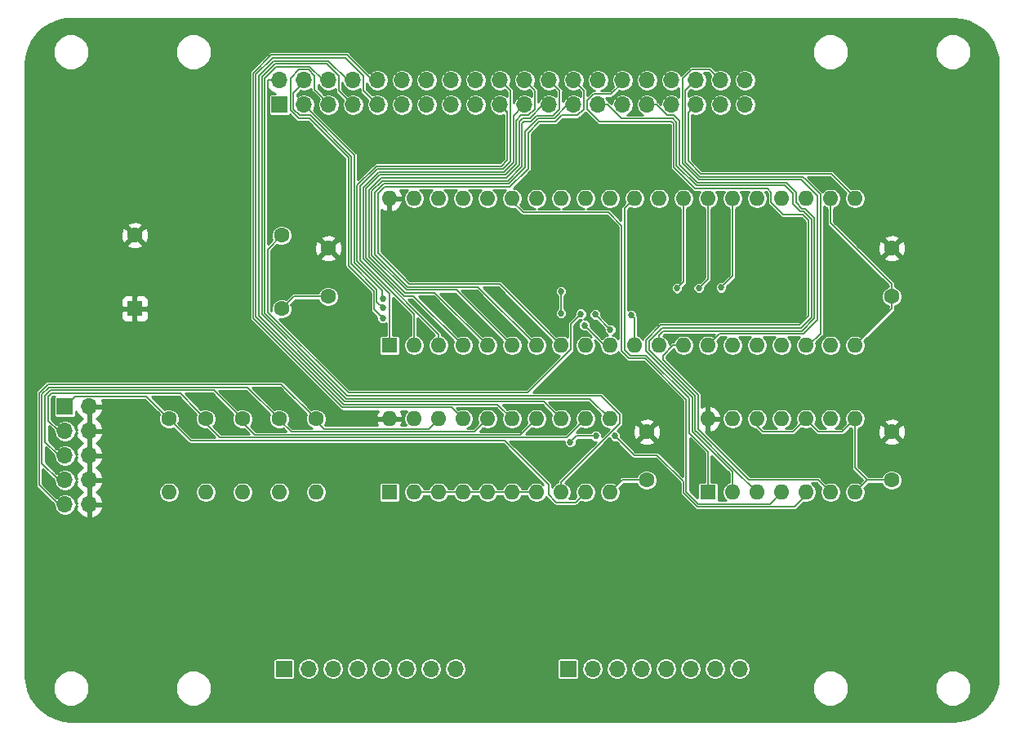
<source format=gbl>
%TF.GenerationSoftware,KiCad,Pcbnew,(5.0.0)*%
%TF.CreationDate,2018-10-23T17:27:05+02:00*%
%TF.ProjectId,S80 Serial,5338302053657269616C2E6B69636164,1.0*%
%TF.SameCoordinates,Original*%
%TF.FileFunction,Copper,L2,Bot,Signal*%
%TF.FilePolarity,Positive*%
%FSLAX46Y46*%
G04 Gerber Fmt 4.6, Leading zero omitted, Abs format (unit mm)*
G04 Created by KiCad (PCBNEW (5.0.0)) date 10/23/18 17:27:05*
%MOMM*%
%LPD*%
G01*
G04 APERTURE LIST*
%ADD10C,1.600000*%
%ADD11O,1.600000X1.600000*%
%ADD12R,1.600000X1.600000*%
%ADD13R,1.700000X1.700000*%
%ADD14O,1.700000X1.700000*%
%ADD15C,0.685800*%
%ADD16C,0.152400*%
%ADD17C,0.254000*%
G04 APERTURE END LIST*
D10*
X114300000Y-109220000D03*
D11*
X114300000Y-116840000D03*
D12*
X137160000Y-101600000D03*
D11*
X185420000Y-86360000D03*
X139700000Y-101600000D03*
X182880000Y-86360000D03*
X142240000Y-101600000D03*
X180340000Y-86360000D03*
X144780000Y-101600000D03*
X177800000Y-86360000D03*
X147320000Y-101600000D03*
X175260000Y-86360000D03*
X149860000Y-101600000D03*
X172720000Y-86360000D03*
X152400000Y-101600000D03*
X170180000Y-86360000D03*
X154940000Y-101600000D03*
X167640000Y-86360000D03*
X157480000Y-101600000D03*
X165100000Y-86360000D03*
X160020000Y-101600000D03*
X162560000Y-86360000D03*
X162560000Y-101600000D03*
X160020000Y-86360000D03*
X165100000Y-101600000D03*
X157480000Y-86360000D03*
X167640000Y-101600000D03*
X154940000Y-86360000D03*
X170180000Y-101600000D03*
X152400000Y-86360000D03*
X172720000Y-101600000D03*
X149860000Y-86360000D03*
X175260000Y-101600000D03*
X147320000Y-86360000D03*
X177800000Y-101600000D03*
X144780000Y-86360000D03*
X180340000Y-101600000D03*
X142240000Y-86360000D03*
X182880000Y-101600000D03*
X139700000Y-86360000D03*
X185420000Y-101600000D03*
X137160000Y-86360000D03*
D13*
X125755400Y-76631800D03*
D14*
X125755400Y-74091800D03*
X128295400Y-76631800D03*
X128295400Y-74091800D03*
X130835400Y-76631800D03*
X130835400Y-74091800D03*
X133375400Y-76631800D03*
X133375400Y-74091800D03*
X135915400Y-76631800D03*
X135915400Y-74091800D03*
X138455400Y-76631800D03*
X138455400Y-74091800D03*
X140995400Y-76631800D03*
X140995400Y-74091800D03*
X143535400Y-76631800D03*
X143535400Y-74091800D03*
X146075400Y-76631800D03*
X146075400Y-74091800D03*
X148615400Y-76631800D03*
X148615400Y-74091800D03*
X151155400Y-76631800D03*
X151155400Y-74091800D03*
X153695400Y-76631800D03*
X153695400Y-74091800D03*
X156235400Y-76631800D03*
X156235400Y-74091800D03*
X158775400Y-76631800D03*
X158775400Y-74091800D03*
X161315400Y-76631800D03*
X161315400Y-74091800D03*
X163855400Y-76631800D03*
X163855400Y-74091800D03*
X166395400Y-76631800D03*
X166395400Y-74091800D03*
X168935400Y-76631800D03*
X168935400Y-74091800D03*
X171475400Y-76631800D03*
X171475400Y-74091800D03*
X174015400Y-76631800D03*
X174015400Y-74091800D03*
X144018000Y-135153400D03*
X141478000Y-135153400D03*
X138938000Y-135153400D03*
X136398000Y-135153400D03*
X133858000Y-135153400D03*
X131318000Y-135153400D03*
X128778000Y-135153400D03*
D13*
X126238000Y-135153400D03*
D14*
X173456600Y-135153400D03*
X170916600Y-135153400D03*
X168376600Y-135153400D03*
X165836600Y-135153400D03*
X163296600Y-135153400D03*
X160756600Y-135153400D03*
X158216600Y-135153400D03*
D13*
X155676600Y-135153400D03*
D10*
X189230000Y-96520000D03*
X189230000Y-91520000D03*
X163830000Y-110570000D03*
X163830000Y-115570000D03*
X189230000Y-115570000D03*
X189230000Y-110570000D03*
X130810000Y-96520000D03*
X130810000Y-91520000D03*
D11*
X170180000Y-109220000D03*
X185420000Y-116840000D03*
X172720000Y-109220000D03*
X182880000Y-116840000D03*
X175260000Y-109220000D03*
X180340000Y-116840000D03*
X177800000Y-109220000D03*
X177800000Y-116840000D03*
X180340000Y-109220000D03*
X175260000Y-116840000D03*
X182880000Y-109220000D03*
X172720000Y-116840000D03*
X185420000Y-109220000D03*
D12*
X170180000Y-116840000D03*
X137160000Y-116840000D03*
D11*
X160020000Y-109220000D03*
X139700000Y-116840000D03*
X157480000Y-109220000D03*
X142240000Y-116840000D03*
X154940000Y-109220000D03*
X144780000Y-116840000D03*
X152400000Y-109220000D03*
X147320000Y-116840000D03*
X149860000Y-109220000D03*
X149860000Y-116840000D03*
X147320000Y-109220000D03*
X152400000Y-116840000D03*
X144780000Y-109220000D03*
X154940000Y-116840000D03*
X142240000Y-109220000D03*
X157480000Y-116840000D03*
X139700000Y-109220000D03*
X160020000Y-116840000D03*
X137160000Y-109220000D03*
D12*
X110744000Y-97790000D03*
D10*
X110744000Y-90170000D03*
X125984000Y-90170000D03*
X125984000Y-97790000D03*
D11*
X129540000Y-116840000D03*
D10*
X129540000Y-109220000D03*
X125730000Y-109220000D03*
D11*
X125730000Y-116840000D03*
D10*
X121920000Y-109220000D03*
D11*
X121920000Y-116840000D03*
X118110000Y-116840000D03*
D10*
X118110000Y-109220000D03*
D13*
X103505000Y-107950000D03*
D14*
X106045000Y-107950000D03*
X103505000Y-110490000D03*
X106045000Y-110490000D03*
X103505000Y-113030000D03*
X106045000Y-113030000D03*
X103505000Y-115570000D03*
X106045000Y-115570000D03*
X103505000Y-118110000D03*
X106045000Y-118110000D03*
D15*
X154940000Y-98277680D03*
X154940000Y-95968820D03*
X160070800Y-99971860D03*
X158490920Y-98389440D03*
X128300000Y-109900000D03*
X124700000Y-110100000D03*
X120900000Y-110100000D03*
X117100000Y-110100000D03*
X113300000Y-110100000D03*
X104775000Y-119380000D03*
X174625000Y-114300000D03*
X170815000Y-114300000D03*
X169545000Y-114300000D03*
X160020000Y-89535000D03*
X162560000Y-89535000D03*
X104775000Y-116840000D03*
X104775000Y-114300000D03*
X104775000Y-111760000D03*
X104775000Y-109220000D03*
X148590000Y-113030000D03*
X153035000Y-113030000D03*
X153670000Y-110490000D03*
X166982140Y-95661480D03*
X136499600Y-96735900D03*
X136461500Y-97701100D03*
X169245280Y-95646240D03*
X136461500Y-98780600D03*
X171541440Y-95585280D03*
X157378400Y-99507040D03*
X162242500Y-98432620D03*
X157007560Y-98325940D03*
X158562040Y-110992920D03*
X160550860Y-110992920D03*
X155905200Y-111633000D03*
D16*
X158775400Y-76631800D02*
X158838900Y-76631800D01*
X158775400Y-76631800D02*
X158978600Y-76631800D01*
X168846500Y-110426500D02*
X169082720Y-110662720D01*
X166546002Y-78038962D02*
X161178242Y-78038962D01*
X158775400Y-76631800D02*
X159771080Y-76631800D01*
X159771080Y-76631800D02*
X161178242Y-78038962D01*
X178993798Y-85852000D02*
X178993798Y-85925660D01*
X168846500Y-106824780D02*
X168846500Y-110426500D01*
X164063680Y-102041960D02*
X168846500Y-106824780D01*
X164063680Y-101160580D02*
X164063680Y-102041960D01*
X165440364Y-99783896D02*
X164063680Y-101160580D01*
X179823330Y-99783896D02*
X165440364Y-99783896D01*
X180926734Y-98680492D02*
X179823330Y-99783896D01*
X180926734Y-88497930D02*
X180926734Y-98680492D01*
X180127386Y-87698582D02*
X180926734Y-88497930D01*
X179774326Y-87698582D02*
X180127386Y-87698582D01*
X178993798Y-86918054D02*
X179774326Y-87698582D01*
X172770800Y-114350800D02*
X169082720Y-110662720D01*
X172770800Y-114350800D02*
X175260000Y-116840000D01*
X178993798Y-85925660D02*
X178993798Y-86918054D01*
X166928794Y-82962526D02*
X166928794Y-78421754D01*
X166928794Y-78421754D02*
X166546002Y-78038962D01*
X178993798Y-85852000D02*
X178993798Y-85841838D01*
X178993798Y-85841838D02*
X178160678Y-85008718D01*
X178160678Y-85008718D02*
X168974986Y-85008718D01*
X168974986Y-85008718D02*
X166928794Y-82962526D01*
X189230000Y-115570000D02*
X186690000Y-115570000D01*
X186690000Y-115570000D02*
X185420000Y-116840000D01*
X163830000Y-115570000D02*
X161290000Y-115570000D01*
X161290000Y-115570000D02*
X160020000Y-116840000D01*
X130810000Y-96520000D02*
X127254000Y-96520000D01*
X127254000Y-96520000D02*
X125984000Y-97790000D01*
X189230000Y-96520000D02*
X189230000Y-97790000D01*
X189230000Y-97790000D02*
X185420000Y-101600000D01*
X189230000Y-96520000D02*
X189230000Y-95250000D01*
X182880000Y-88900000D02*
X182880000Y-86360000D01*
X189230000Y-95250000D02*
X182880000Y-88900000D01*
X175260000Y-109220000D02*
X175260000Y-109961680D01*
X178993800Y-110566200D02*
X180340000Y-109220000D01*
X175864520Y-110566200D02*
X178993800Y-110566200D01*
X175260000Y-109961680D02*
X175864520Y-110566200D01*
X180340000Y-109220000D02*
X180340000Y-109250480D01*
X180340000Y-109250480D02*
X181630320Y-110540800D01*
X181630320Y-110540800D02*
X184099200Y-110540800D01*
X184099200Y-110540800D02*
X185420000Y-109220000D01*
X185420000Y-109220000D02*
X185420000Y-114300000D01*
X185420000Y-114300000D02*
X186690000Y-115570000D01*
X139700000Y-116840000D02*
X142240000Y-116840000D01*
X142240000Y-116840000D02*
X144780000Y-116840000D01*
X144780000Y-116840000D02*
X147320000Y-116840000D01*
X147320000Y-116840000D02*
X149860000Y-116840000D01*
X149860000Y-116840000D02*
X152400000Y-116840000D01*
X154940000Y-98277680D02*
X154940000Y-95968820D01*
X160070800Y-99971860D02*
X158490920Y-98391980D01*
X158490920Y-98391980D02*
X158490920Y-98389440D01*
X125755400Y-74091800D02*
X124548156Y-74091800D01*
X132598138Y-82227706D02*
X128711656Y-78341224D01*
X132598138Y-89735660D02*
X132598138Y-82227706D01*
X130813798Y-91520000D02*
X132598138Y-89735660D01*
X130813798Y-91520000D02*
X130810000Y-91520000D01*
X125305824Y-78341224D02*
X128711656Y-78341224D01*
X124566680Y-77602080D02*
X125305824Y-78341224D01*
X124566680Y-74110324D02*
X124566680Y-77602080D01*
X124548156Y-74091800D02*
X124566680Y-74110324D01*
X104775000Y-119380000D02*
X104775000Y-116840000D01*
X104775000Y-116840000D02*
X104775000Y-114300000D01*
X104775000Y-114300000D02*
X104775000Y-111760000D01*
X104775000Y-111760000D02*
X104775000Y-109220000D01*
X167640000Y-86360000D02*
X167640000Y-95003620D01*
X133512544Y-81848944D02*
X128295400Y-76631800D01*
X133512544Y-93013912D02*
X133512544Y-81848944D01*
X167640000Y-95003620D02*
X166982140Y-95661480D01*
X136499600Y-96735900D02*
X136436100Y-96672400D01*
X136436100Y-96672400D02*
X136436100Y-95937468D01*
X136436100Y-95937468D02*
X133512544Y-93013912D01*
X128295400Y-74091800D02*
X128295400Y-74320400D01*
X133207742Y-81975198D02*
X128964164Y-77731620D01*
X133207742Y-93140166D02*
X133207742Y-81975198D01*
X133207742Y-93140166D02*
X135851900Y-95784324D01*
X135851900Y-95784324D02*
X135851900Y-97091500D01*
X135851900Y-97091500D02*
X136461500Y-97701100D01*
X169245280Y-95646240D02*
X170180000Y-94711520D01*
X170180000Y-94711520D02*
X170180000Y-86360000D01*
X127858520Y-77731620D02*
X128964164Y-77731620D01*
X127205740Y-77078840D02*
X127858520Y-77731620D01*
X127205740Y-75410060D02*
X127205740Y-77078840D01*
X128295400Y-74320400D02*
X127205740Y-75410060D01*
X130835400Y-76631800D02*
X130835400Y-76499720D01*
X128837910Y-78036422D02*
X127732266Y-78036422D01*
X132902940Y-82101452D02*
X128837910Y-78036422D01*
X132902940Y-93317040D02*
X132902940Y-82101452D01*
X132902940Y-93317040D02*
X135547098Y-95961198D01*
X135547098Y-95961198D02*
X135547098Y-97866198D01*
X135547098Y-97866198D02*
X136461500Y-98780600D01*
X171541440Y-95585280D02*
X172720000Y-94406720D01*
X172720000Y-94406720D02*
X172720000Y-86360000D01*
X126900938Y-77205094D02*
X127732266Y-78036422D01*
X126900938Y-73863202D02*
X126900938Y-77205094D01*
X127784860Y-72979280D02*
X126900938Y-73863202D01*
X128772920Y-72979280D02*
X127784860Y-72979280D01*
X129413000Y-73619360D02*
X128772920Y-72979280D01*
X129413000Y-75077320D02*
X129413000Y-73619360D01*
X130835400Y-76499720D02*
X129413000Y-75077320D01*
X130835400Y-74091800D02*
X130316496Y-74091800D01*
X124231400Y-98140520D02*
X124231400Y-98140522D01*
X130316496Y-74091800D02*
X128899174Y-72674478D01*
X128899174Y-72674478D02*
X125407422Y-72674478D01*
X125407422Y-72674478D02*
X124231400Y-73850500D01*
X124231400Y-98140520D02*
X124231400Y-98140522D01*
X124231400Y-73850500D02*
X124231400Y-98140520D01*
X154940000Y-116840000D02*
X154940000Y-115770660D01*
X124231400Y-98266776D02*
X130414506Y-104449882D01*
X124231400Y-98266776D02*
X124231400Y-98140522D01*
X132786856Y-106822232D02*
X130414506Y-104449882D01*
X159090352Y-106822232D02*
X132786856Y-106822232D01*
X161036000Y-108767880D02*
X159090352Y-106822232D01*
X161056320Y-108767880D02*
X161036000Y-108767880D01*
X161056320Y-108767880D02*
X161056320Y-109654340D01*
X161056320Y-109654340D02*
X154940000Y-115770660D01*
X133375400Y-76631800D02*
X133365240Y-76631800D01*
X123926598Y-98393030D02*
X123926598Y-73724246D01*
X132660602Y-107127034D02*
X130341588Y-104808020D01*
X157929574Y-107127034D02*
X132660602Y-107127034D01*
X160020000Y-109217460D02*
X157929574Y-107127034D01*
X160020000Y-109217460D02*
X160020000Y-109220000D01*
X133365240Y-76631800D02*
X131914900Y-75181460D01*
X131914900Y-75181460D02*
X131914900Y-73626980D01*
X131914900Y-73626980D02*
X130657596Y-72369676D01*
X130657596Y-72369676D02*
X125281168Y-72369676D01*
X125281168Y-72369676D02*
X123926598Y-73724246D01*
X123926598Y-98393030D02*
X130341588Y-104808020D01*
X133375400Y-74091800D02*
X132810776Y-74091800D01*
X123621796Y-73597992D02*
X123621796Y-98519284D01*
X132534348Y-107431836D02*
X130215334Y-105112822D01*
X153154376Y-107431836D02*
X132534348Y-107431836D01*
X154940000Y-109217460D02*
X153154376Y-107431836D01*
X154940000Y-109217460D02*
X154940000Y-109220000D01*
X132810776Y-74091800D02*
X130783850Y-72064874D01*
X130783850Y-72064874D02*
X125154914Y-72064874D01*
X125154914Y-72064874D02*
X123621796Y-73597992D01*
X123621796Y-98519284D02*
X130215334Y-105112822D01*
X135915400Y-76631800D02*
X135915400Y-76621640D01*
X132408094Y-107736638D02*
X130089080Y-105417624D01*
X123316994Y-73471738D02*
X123316994Y-98645538D01*
X148379178Y-107736638D02*
X132408094Y-107736638D01*
X149860000Y-109217460D02*
X148379178Y-107736638D01*
X149860000Y-109217460D02*
X149860000Y-109220000D01*
X123316994Y-98645538D02*
X130089080Y-105417624D01*
X135915400Y-76621640D02*
X134470140Y-75176380D01*
X134470140Y-75176380D02*
X134470140Y-73626980D01*
X134470140Y-73626980D02*
X132603232Y-71760072D01*
X132603232Y-71760072D02*
X125028660Y-71760072D01*
X125028660Y-71760072D02*
X123316994Y-73471738D01*
X123316994Y-73471738D02*
X123406268Y-73382464D01*
X123406268Y-73382464D02*
X123316994Y-73471738D01*
X123316994Y-73471738D02*
X123406268Y-73382464D01*
X135915400Y-74091800D02*
X135397240Y-74091800D01*
X123012192Y-73345484D02*
X123012192Y-98771792D01*
X124902406Y-71455270D02*
X123012192Y-73345484D01*
X132760710Y-71455270D02*
X124902406Y-71455270D01*
X135397240Y-74091800D02*
X132760710Y-71455270D01*
X123012192Y-98771792D02*
X123101466Y-98861066D01*
X123101466Y-98861066D02*
X132281840Y-108041440D01*
X132281840Y-108041440D02*
X143601440Y-108041440D01*
X143601440Y-108041440D02*
X144780000Y-109220000D01*
X123012192Y-98771792D02*
X123101466Y-98861066D01*
X148615400Y-76631800D02*
X148656038Y-76631800D01*
X148656038Y-76631800D02*
X149392638Y-77368400D01*
X149392638Y-82375478D02*
X148781246Y-82986870D01*
X149392638Y-77409038D02*
X149392638Y-82375478D01*
X148781246Y-82986870D02*
X135796158Y-82986870D01*
X135796158Y-82986870D02*
X133817346Y-84965682D01*
X133817346Y-84965682D02*
X133817346Y-92887658D01*
X133817346Y-92887658D02*
X137160000Y-96230312D01*
X137160000Y-96230312D02*
X137160000Y-101600000D01*
X148615400Y-76631800D02*
X149392638Y-77409038D01*
X149392638Y-77409038D02*
X148615400Y-76631800D01*
X148615400Y-74091800D02*
X148635720Y-74091800D01*
X149697440Y-82501732D02*
X149697440Y-75153520D01*
X139700000Y-98339256D02*
X139700000Y-101600000D01*
X134122148Y-92761404D02*
X139700000Y-98339256D01*
X134122148Y-85091936D02*
X134122148Y-92761404D01*
X135922412Y-83291672D02*
X134122148Y-85091936D01*
X148907500Y-83291672D02*
X135922412Y-83291672D01*
X149697440Y-82501732D02*
X148907500Y-83291672D01*
X148635720Y-74091800D02*
X149697440Y-75153520D01*
X136048666Y-83596474D02*
X134426950Y-85218190D01*
X151155400Y-76631800D02*
X150002242Y-77784958D01*
X150002242Y-77784958D02*
X150002242Y-82627986D01*
X149033754Y-83596474D02*
X149912968Y-82717260D01*
X149912968Y-82717260D02*
X150002242Y-82627986D01*
X136048666Y-83596474D02*
X149033754Y-83596474D01*
X142240000Y-100448200D02*
X142240000Y-101600000D01*
X134426950Y-92635150D02*
X142240000Y-100448200D01*
X134426950Y-85218190D02*
X134426950Y-92635150D01*
X150002242Y-82627986D02*
X149912968Y-82717260D01*
X151155400Y-74091800D02*
X151155400Y-74096880D01*
X150307044Y-82754240D02*
X150307044Y-78257396D01*
X152242520Y-77078840D02*
X152242520Y-75184000D01*
X151597360Y-77724000D02*
X152242520Y-77078840D01*
X150840440Y-77724000D02*
X151597360Y-77724000D01*
X150307044Y-78257396D02*
X150840440Y-77724000D01*
X149160008Y-83901276D02*
X150307044Y-82754240D01*
X139443456Y-83901276D02*
X149160008Y-83901276D01*
X151155400Y-74096880D02*
X152242520Y-75184000D01*
X138674284Y-96451428D02*
X139631428Y-96451428D01*
X134731752Y-92508896D02*
X138674284Y-96451428D01*
X134731752Y-85344444D02*
X134731752Y-92508896D01*
X136174920Y-83901276D02*
X134731752Y-85344444D01*
X136174920Y-83901276D02*
X139443456Y-83901276D01*
X139631428Y-96451428D02*
X144780000Y-101600000D01*
X153695400Y-76631800D02*
X153695400Y-76733402D01*
X147320000Y-101600000D02*
X141866626Y-96146626D01*
X153695400Y-76631800D02*
X153120616Y-76631800D01*
X150611846Y-78383650D02*
X150611846Y-82880494D01*
X151723614Y-78028802D02*
X153120616Y-76631800D01*
X150966694Y-78028802D02*
X151723614Y-78028802D01*
X150611846Y-78383650D02*
X150966694Y-78028802D01*
X149286262Y-84206078D02*
X150522572Y-82969768D01*
X150522572Y-82969768D02*
X150611846Y-82880494D01*
X136301174Y-84206078D02*
X149286262Y-84206078D01*
X136301174Y-84206078D02*
X135036554Y-85470698D01*
X135036554Y-85470698D02*
X135036554Y-92382642D01*
X135036554Y-92382642D02*
X138800538Y-96146626D01*
X138800538Y-96146626D02*
X141866626Y-96146626D01*
X150611846Y-82880494D02*
X150522572Y-82969768D01*
X153695400Y-74091800D02*
X153733500Y-74091800D01*
X149860000Y-101600000D02*
X144101824Y-95841824D01*
X154802840Y-75161140D02*
X154802840Y-77066140D01*
X150916648Y-78574896D02*
X150916648Y-83006748D01*
X154119580Y-77749400D02*
X154802840Y-77066140D01*
X152434072Y-77749400D02*
X154119580Y-77749400D01*
X151849868Y-78333604D02*
X152434072Y-77749400D01*
X151157940Y-78333604D02*
X151849868Y-78333604D01*
X150916648Y-78574896D02*
X151157940Y-78333604D01*
X149412516Y-84510880D02*
X150827374Y-83096022D01*
X150827374Y-83096022D02*
X150916648Y-83006748D01*
X136427428Y-84510880D02*
X149412516Y-84510880D01*
X136427428Y-84510880D02*
X135341356Y-85596952D01*
X135341356Y-85596952D02*
X135341356Y-92256388D01*
X135341356Y-92256388D02*
X138926792Y-95841824D01*
X138926792Y-95841824D02*
X144101824Y-95841824D01*
X153733500Y-74091800D02*
X154802840Y-75161140D01*
X154802840Y-75161140D02*
X154805380Y-75163680D01*
X150916648Y-83006748D02*
X150827374Y-83096022D01*
X152400000Y-101600000D02*
X146337022Y-95537022D01*
X151221450Y-83133002D02*
X151221450Y-79393078D01*
X149523534Y-84830918D02*
X151221450Y-83133002D01*
X136538446Y-84830918D02*
X149523534Y-84830918D01*
X136538446Y-84830918D02*
X135646158Y-85723206D01*
X135646158Y-85723206D02*
X135646158Y-92130134D01*
X135646158Y-92130134D02*
X139053046Y-95537022D01*
X139053046Y-95537022D02*
X146337022Y-95537022D01*
X155668236Y-76631800D02*
X156235400Y-76631800D01*
X154245834Y-78054202D02*
X155668236Y-76631800D01*
X152560326Y-78054202D02*
X154245834Y-78054202D01*
X151221450Y-79393078D02*
X151310724Y-79303804D01*
X151310724Y-79303804D02*
X152560326Y-78054202D01*
X151221450Y-79393078D02*
X151310724Y-79303804D01*
X156235400Y-74091800D02*
X156286200Y-74091800D01*
X151526252Y-79519332D02*
X151526252Y-83259256D01*
X157340300Y-77063600D02*
X157340300Y-75145900D01*
X156679900Y-77724000D02*
X157340300Y-77063600D01*
X155007092Y-77724000D02*
X156679900Y-77724000D01*
X154372088Y-78359004D02*
X155007092Y-77724000D01*
X152686580Y-78359004D02*
X154372088Y-78359004D01*
X151526252Y-79519332D02*
X152686580Y-78359004D01*
X156286200Y-74091800D02*
X157340300Y-75145900D01*
X149649788Y-85135720D02*
X151436978Y-83348530D01*
X151436978Y-83348530D02*
X151526252Y-83259256D01*
X136664700Y-85135720D02*
X149649788Y-85135720D01*
X136664700Y-85135720D02*
X135950960Y-85849460D01*
X135950960Y-85849460D02*
X135950960Y-92003880D01*
X135950960Y-92003880D02*
X139179300Y-95232220D01*
X139179300Y-95232220D02*
X148572220Y-95232220D01*
X148572220Y-95232220D02*
X154940000Y-101600000D01*
X151526252Y-83259256D02*
X151436978Y-83348530D01*
X151526252Y-83259256D02*
X151436978Y-83348530D01*
X161315400Y-74091800D02*
X161307780Y-74091800D01*
X161315400Y-74091800D02*
X161315400Y-74358500D01*
X168848732Y-85313520D02*
X176336960Y-85313520D01*
X166623992Y-83088780D02*
X168848732Y-85313520D01*
X166623992Y-78548008D02*
X166623992Y-83088780D01*
X176725580Y-85933280D02*
X176725580Y-85780880D01*
X176725580Y-85702140D02*
X176336960Y-85313520D01*
X176725580Y-85780880D02*
X176725580Y-85702140D01*
X165314110Y-99479094D02*
X163758878Y-101034326D01*
X172720000Y-114731056D02*
X172720000Y-116840000D01*
X163758878Y-101034326D02*
X163758878Y-102168214D01*
X163758878Y-102168214D02*
X168541698Y-106951034D01*
X168541698Y-110552754D02*
X172720000Y-114731056D01*
X168541698Y-106951034D02*
X168541698Y-110552754D01*
X175869600Y-99479094D02*
X165314110Y-99479094D01*
X176725580Y-85933280D02*
X176725580Y-86786720D01*
X176725580Y-86786720D02*
X177944780Y-88005920D01*
X177944780Y-88005920D02*
X180003668Y-88005920D01*
X180003668Y-88005920D02*
X180621932Y-88624184D01*
X180621932Y-88624184D02*
X180621932Y-98554238D01*
X180621932Y-98554238D02*
X179697076Y-99479094D01*
X179697076Y-99479094D02*
X175869600Y-99479094D01*
X157690820Y-77094080D02*
X158940504Y-78343764D01*
X157665420Y-77094080D02*
X157690820Y-77094080D01*
X157665420Y-76192380D02*
X157665420Y-77094080D01*
X158330900Y-75526900D02*
X157665420Y-76192380D01*
X160147000Y-75526900D02*
X158330900Y-75526900D01*
X161315400Y-74358500D02*
X160147000Y-75526900D01*
X158940504Y-78343764D02*
X166419748Y-78343764D01*
X166419748Y-78343764D02*
X166623992Y-78548008D01*
X177987960Y-100088698D02*
X177800000Y-100088698D01*
X177800000Y-100088698D02*
X166611302Y-100088698D01*
X165100000Y-100555316D02*
X165100000Y-101600000D01*
X165566618Y-100088698D02*
X165100000Y-100555316D01*
X166611302Y-100088698D02*
X165566618Y-100088698D01*
X163855400Y-76631800D02*
X164838380Y-76631800D01*
X178286932Y-84703916D02*
X178591734Y-85008718D01*
X169101240Y-84703916D02*
X178286932Y-84703916D01*
X167233596Y-82836272D02*
X169101240Y-84703916D01*
X167233596Y-78295500D02*
X167233596Y-82836272D01*
X179298600Y-85715584D02*
X178591734Y-85008718D01*
X179298600Y-85925660D02*
X179298600Y-85715584D01*
X179949584Y-100088698D02*
X181231536Y-98806746D01*
X181231536Y-98806746D02*
X181231536Y-88371676D01*
X181231536Y-88371676D02*
X180253640Y-87393780D01*
X180253640Y-87393780D02*
X179900580Y-87393780D01*
X179900580Y-87393780D02*
X179298600Y-86791800D01*
X179298600Y-86791800D02*
X179298600Y-85925660D01*
X179949584Y-100088698D02*
X177800000Y-100088698D01*
X164838380Y-76631800D02*
X165940740Y-77734160D01*
X165940740Y-77734160D02*
X166672256Y-77734160D01*
X166672256Y-77734160D02*
X167233596Y-78295500D01*
X163855400Y-76631800D02*
X164289432Y-76631800D01*
X185420000Y-86360000D02*
X185420000Y-86222840D01*
X168148002Y-77419198D02*
X168935400Y-76631800D01*
X168148002Y-82457510D02*
X168148002Y-77419198D01*
X169457152Y-83766660D02*
X168148002Y-82457510D01*
X182963820Y-83766660D02*
X169457152Y-83766660D01*
X185420000Y-86222840D02*
X182963820Y-83766660D01*
X168935400Y-74091800D02*
X168927780Y-74091800D01*
X180003968Y-84094312D02*
X180308770Y-84399114D01*
X169353748Y-84094312D02*
X180003968Y-84094312D01*
X167843200Y-82583764D02*
X169353748Y-84094312D01*
X167843200Y-75176380D02*
X167843200Y-82583764D01*
X168927780Y-74091800D02*
X167843200Y-75176380D01*
X180583840Y-101600000D02*
X181841140Y-100342700D01*
X180583840Y-101600000D02*
X180340000Y-101600000D01*
X181841140Y-100342700D02*
X181841140Y-85931484D01*
X181841140Y-85931484D02*
X180308770Y-84399114D01*
X181536338Y-98938082D02*
X181536338Y-98806746D01*
X179877714Y-84399114D02*
X180182516Y-84703916D01*
X169227494Y-84399114D02*
X179877714Y-84399114D01*
X167538398Y-82710018D02*
X169227494Y-84399114D01*
X167538398Y-73924162D02*
X167538398Y-82710018D01*
X168493440Y-72969120D02*
X167538398Y-73924162D01*
X170360340Y-72969120D02*
X168493440Y-72969120D01*
X171475400Y-74084180D02*
X170360340Y-72969120D01*
X180182516Y-84703916D02*
X181536338Y-86057738D01*
X181536338Y-86057738D02*
X181536338Y-98806746D01*
X170185080Y-101600000D02*
X171391580Y-100393500D01*
X170185080Y-101600000D02*
X170180000Y-101600000D01*
X171391580Y-100393500D02*
X180080920Y-100393500D01*
X180080920Y-100393500D02*
X181536338Y-98938082D01*
X159471360Y-101600000D02*
X160020000Y-101600000D01*
X157378400Y-99507040D02*
X159471360Y-101600000D01*
X162560000Y-98750120D02*
X162560000Y-101600000D01*
X162242500Y-98432620D02*
X162560000Y-98750120D01*
X162560000Y-86360000D02*
X162547300Y-86360000D01*
X170180000Y-112622112D02*
X170180000Y-116840000D01*
X168236896Y-110679008D02*
X170180000Y-112622112D01*
X168236896Y-107077288D02*
X168236896Y-110679008D01*
X163790848Y-102631240D02*
X168236896Y-107077288D01*
X162112960Y-102631240D02*
X163790848Y-102631240D01*
X161521140Y-102039420D02*
X162112960Y-102631240D01*
X161521140Y-87386160D02*
X161521140Y-102039420D01*
X162547300Y-86360000D02*
X161521140Y-87386160D01*
X182880000Y-116840000D02*
X181602380Y-115562380D01*
X165508568Y-103055792D02*
X167640000Y-105187224D01*
X165508568Y-102646852D02*
X165508568Y-103055792D01*
X166555420Y-101600000D02*
X165508568Y-102646852D01*
X166555420Y-101600000D02*
X167640000Y-101600000D01*
X167640000Y-105187224D02*
X169151302Y-106698526D01*
X169151302Y-106698526D02*
X169151302Y-110300246D01*
X169151302Y-110300246D02*
X174413436Y-115562380D01*
X174413436Y-115562380D02*
X181602380Y-115562380D01*
X149860000Y-86360000D02*
X149860000Y-86626700D01*
X176590960Y-118049040D02*
X177800000Y-116840000D01*
X169212260Y-118049040D02*
X176590960Y-118049040D01*
X167932094Y-116768874D02*
X169212260Y-118049040D01*
X167932094Y-107203542D02*
X167932094Y-116768874D01*
X163664594Y-102936042D02*
X167932094Y-107203542D01*
X161986706Y-102936042D02*
X163664594Y-102936042D01*
X161216338Y-102165674D02*
X161986706Y-102936042D01*
X161216338Y-89166700D02*
X161216338Y-102165674D01*
X159832038Y-87782400D02*
X161216338Y-89166700D01*
X151015700Y-87782400D02*
X159832038Y-87782400D01*
X149860000Y-86626700D02*
X151015700Y-87782400D01*
X155971240Y-99362260D02*
X157007560Y-98325940D01*
X155971240Y-102024180D02*
X155971240Y-99362260D01*
X151477990Y-106517430D02*
X155971240Y-102024180D01*
X132913110Y-106517430D02*
X151477990Y-106517430D01*
X124536202Y-98140522D02*
X132913110Y-106517430D01*
X124536202Y-91622880D02*
X124536202Y-98140522D01*
X125984000Y-90175082D02*
X124536202Y-91622880D01*
X125984000Y-90170000D02*
X125984000Y-90175082D01*
X180340000Y-117175280D02*
X180340000Y-116840000D01*
X169086006Y-118353842D02*
X167627292Y-116895128D01*
X167627292Y-115726420D02*
X164885150Y-112984278D01*
X162542218Y-112984278D02*
X160550860Y-110992920D01*
X180340000Y-117175280D02*
X179161438Y-118353842D01*
X167627292Y-116895128D02*
X167627292Y-115726420D01*
X179161438Y-118353842D02*
X169086006Y-118353842D01*
X164885150Y-112984278D02*
X162542218Y-112984278D01*
X158562040Y-110992920D02*
X156545280Y-110992920D01*
X156545280Y-110992920D02*
X155905200Y-111633000D01*
X114300000Y-109220000D02*
X114300000Y-109258100D01*
X156451399Y-117868601D02*
X157480000Y-116840000D01*
X116560616Y-111480616D02*
X149072616Y-111480616D01*
X114300000Y-109220000D02*
X116560616Y-111480616D01*
X149072616Y-111480616D02*
X153670000Y-116078000D01*
X153670000Y-116078000D02*
X153670000Y-117092330D01*
X153670000Y-117092330D02*
X154446271Y-117868601D01*
X154446271Y-117868601D02*
X156451399Y-117868601D01*
X114300000Y-109220000D02*
X113500001Y-108420001D01*
X104583601Y-106871399D02*
X103505000Y-107950000D01*
X105586001Y-106871399D02*
X104583601Y-106871399D01*
X105586001Y-106871399D02*
X111951399Y-106871399D01*
X111951399Y-106871399D02*
X113500001Y-108420001D01*
X118110000Y-109220000D02*
X118110000Y-109702600D01*
X155524194Y-111175806D02*
X157480000Y-109220000D01*
X119583206Y-111175806D02*
X155524194Y-111175806D01*
X118110000Y-109702600D02*
X119583206Y-111175806D01*
X117310001Y-108420001D02*
X118110000Y-109220000D01*
X115456589Y-106566589D02*
X117310001Y-108420001D01*
X102141929Y-106566589D02*
X115456589Y-106566589D01*
X101791399Y-106917119D02*
X102141929Y-106566589D01*
X101791399Y-109411399D02*
X101791399Y-106917119D01*
X102870000Y-110490000D02*
X101791399Y-109411399D01*
X121920000Y-109220000D02*
X121920000Y-109601000D01*
X150748996Y-110871004D02*
X152400000Y-109220000D01*
X123190004Y-110871004D02*
X150748996Y-110871004D01*
X121920000Y-109601000D02*
X123190004Y-110871004D01*
X121920000Y-109220000D02*
X118948200Y-106248200D01*
X102029252Y-106248200D02*
X101473000Y-106804452D01*
X118948200Y-106248200D02*
X102029252Y-106248200D01*
X101473000Y-111633000D02*
X102870000Y-113030000D01*
X101473000Y-106804452D02*
X101473000Y-111633000D01*
X125730000Y-109220000D02*
X125730000Y-109321600D01*
X145973798Y-110566202D02*
X147320000Y-109220000D01*
X126974602Y-110566202D02*
X145973798Y-110566202D01*
X125730000Y-109321600D02*
X126974602Y-110566202D01*
X125730000Y-109220000D02*
X122453400Y-105943400D01*
X122453400Y-105943400D02*
X101879400Y-105943400D01*
X101879400Y-105943400D02*
X101142800Y-106680000D01*
X101142800Y-113842800D02*
X102870000Y-115570000D01*
X101142800Y-106680000D02*
X101142800Y-113842800D01*
X129540000Y-109220000D02*
X129540000Y-109423200D01*
X141198600Y-110261400D02*
X142240000Y-109220000D01*
X130378200Y-110261400D02*
X141198600Y-110261400D01*
X129540000Y-109423200D02*
X130378200Y-110261400D01*
X129540000Y-109220000D02*
X125933200Y-105613200D01*
X125933200Y-105613200D02*
X101752400Y-105613200D01*
X101752400Y-105613200D02*
X100838000Y-106527600D01*
X100838000Y-116078000D02*
X102870000Y-118110000D01*
X100838000Y-106527600D02*
X100838000Y-116078000D01*
D17*
G36*
X196412138Y-67765174D02*
X197217971Y-67985625D01*
X197972032Y-68345295D01*
X198650486Y-68832812D01*
X199231877Y-69432762D01*
X199697847Y-70126197D01*
X200033651Y-70891180D01*
X200229382Y-71706460D01*
X200280601Y-72403924D01*
X200280600Y-135873103D01*
X200204826Y-136722138D01*
X199984376Y-137527970D01*
X199624705Y-138282032D01*
X199137188Y-138960486D01*
X198537235Y-139541880D01*
X197843801Y-140007848D01*
X197078820Y-140343651D01*
X196263540Y-140539382D01*
X195566089Y-140590600D01*
X104156897Y-140590600D01*
X103307862Y-140514826D01*
X102502030Y-140294376D01*
X101747968Y-139934705D01*
X101069514Y-139447188D01*
X100488120Y-138847235D01*
X100022152Y-138153801D01*
X99686349Y-137388820D01*
X99541665Y-136786164D01*
X102260600Y-136786164D01*
X102260600Y-137533836D01*
X102546721Y-138224595D01*
X103075405Y-138753279D01*
X103766164Y-139039400D01*
X104513836Y-139039400D01*
X105204595Y-138753279D01*
X105733279Y-138224595D01*
X106019400Y-137533836D01*
X106019400Y-136786164D01*
X114960600Y-136786164D01*
X114960600Y-137533836D01*
X115246721Y-138224595D01*
X115775405Y-138753279D01*
X116466164Y-139039400D01*
X117213836Y-139039400D01*
X117904595Y-138753279D01*
X118433279Y-138224595D01*
X118719400Y-137533836D01*
X118719400Y-136786164D01*
X181000600Y-136786164D01*
X181000600Y-137533836D01*
X181286721Y-138224595D01*
X181815405Y-138753279D01*
X182506164Y-139039400D01*
X183253836Y-139039400D01*
X183944595Y-138753279D01*
X184473279Y-138224595D01*
X184759400Y-137533836D01*
X184759400Y-136786164D01*
X193700600Y-136786164D01*
X193700600Y-137533836D01*
X193986721Y-138224595D01*
X194515405Y-138753279D01*
X195206164Y-139039400D01*
X195953836Y-139039400D01*
X196644595Y-138753279D01*
X197173279Y-138224595D01*
X197459400Y-137533836D01*
X197459400Y-136786164D01*
X197173279Y-136095405D01*
X196644595Y-135566721D01*
X195953836Y-135280600D01*
X195206164Y-135280600D01*
X194515405Y-135566721D01*
X193986721Y-136095405D01*
X193700600Y-136786164D01*
X184759400Y-136786164D01*
X184473279Y-136095405D01*
X183944595Y-135566721D01*
X183253836Y-135280600D01*
X182506164Y-135280600D01*
X181815405Y-135566721D01*
X181286721Y-136095405D01*
X181000600Y-136786164D01*
X118719400Y-136786164D01*
X118433279Y-136095405D01*
X117904595Y-135566721D01*
X117213836Y-135280600D01*
X116466164Y-135280600D01*
X115775405Y-135566721D01*
X115246721Y-136095405D01*
X114960600Y-136786164D01*
X106019400Y-136786164D01*
X105733279Y-136095405D01*
X105204595Y-135566721D01*
X104513836Y-135280600D01*
X103766164Y-135280600D01*
X103075405Y-135566721D01*
X102546721Y-136095405D01*
X102260600Y-136786164D01*
X99541665Y-136786164D01*
X99490618Y-136573540D01*
X99439400Y-135876089D01*
X99439400Y-134303400D01*
X125103127Y-134303400D01*
X125103127Y-136003400D01*
X125124812Y-136112416D01*
X125186564Y-136204836D01*
X125278984Y-136266588D01*
X125388000Y-136288273D01*
X127088000Y-136288273D01*
X127197016Y-136266588D01*
X127289436Y-136204836D01*
X127351188Y-136112416D01*
X127372873Y-136003400D01*
X127372873Y-135153400D01*
X127626474Y-135153400D01*
X127714129Y-135594070D01*
X127963748Y-135967652D01*
X128337330Y-136217271D01*
X128666765Y-136282800D01*
X128889235Y-136282800D01*
X129218670Y-136217271D01*
X129592252Y-135967652D01*
X129841871Y-135594070D01*
X129929526Y-135153400D01*
X130166474Y-135153400D01*
X130254129Y-135594070D01*
X130503748Y-135967652D01*
X130877330Y-136217271D01*
X131206765Y-136282800D01*
X131429235Y-136282800D01*
X131758670Y-136217271D01*
X132132252Y-135967652D01*
X132381871Y-135594070D01*
X132469526Y-135153400D01*
X132706474Y-135153400D01*
X132794129Y-135594070D01*
X133043748Y-135967652D01*
X133417330Y-136217271D01*
X133746765Y-136282800D01*
X133969235Y-136282800D01*
X134298670Y-136217271D01*
X134672252Y-135967652D01*
X134921871Y-135594070D01*
X135009526Y-135153400D01*
X135246474Y-135153400D01*
X135334129Y-135594070D01*
X135583748Y-135967652D01*
X135957330Y-136217271D01*
X136286765Y-136282800D01*
X136509235Y-136282800D01*
X136838670Y-136217271D01*
X137212252Y-135967652D01*
X137461871Y-135594070D01*
X137549526Y-135153400D01*
X137786474Y-135153400D01*
X137874129Y-135594070D01*
X138123748Y-135967652D01*
X138497330Y-136217271D01*
X138826765Y-136282800D01*
X139049235Y-136282800D01*
X139378670Y-136217271D01*
X139752252Y-135967652D01*
X140001871Y-135594070D01*
X140089526Y-135153400D01*
X140326474Y-135153400D01*
X140414129Y-135594070D01*
X140663748Y-135967652D01*
X141037330Y-136217271D01*
X141366765Y-136282800D01*
X141589235Y-136282800D01*
X141918670Y-136217271D01*
X142292252Y-135967652D01*
X142541871Y-135594070D01*
X142629526Y-135153400D01*
X142866474Y-135153400D01*
X142954129Y-135594070D01*
X143203748Y-135967652D01*
X143577330Y-136217271D01*
X143906765Y-136282800D01*
X144129235Y-136282800D01*
X144458670Y-136217271D01*
X144832252Y-135967652D01*
X145081871Y-135594070D01*
X145169526Y-135153400D01*
X145081871Y-134712730D01*
X144832252Y-134339148D01*
X144778752Y-134303400D01*
X154541727Y-134303400D01*
X154541727Y-136003400D01*
X154563412Y-136112416D01*
X154625164Y-136204836D01*
X154717584Y-136266588D01*
X154826600Y-136288273D01*
X156526600Y-136288273D01*
X156635616Y-136266588D01*
X156728036Y-136204836D01*
X156789788Y-136112416D01*
X156811473Y-136003400D01*
X156811473Y-135153400D01*
X157065074Y-135153400D01*
X157152729Y-135594070D01*
X157402348Y-135967652D01*
X157775930Y-136217271D01*
X158105365Y-136282800D01*
X158327835Y-136282800D01*
X158657270Y-136217271D01*
X159030852Y-135967652D01*
X159280471Y-135594070D01*
X159368126Y-135153400D01*
X159605074Y-135153400D01*
X159692729Y-135594070D01*
X159942348Y-135967652D01*
X160315930Y-136217271D01*
X160645365Y-136282800D01*
X160867835Y-136282800D01*
X161197270Y-136217271D01*
X161570852Y-135967652D01*
X161820471Y-135594070D01*
X161908126Y-135153400D01*
X162145074Y-135153400D01*
X162232729Y-135594070D01*
X162482348Y-135967652D01*
X162855930Y-136217271D01*
X163185365Y-136282800D01*
X163407835Y-136282800D01*
X163737270Y-136217271D01*
X164110852Y-135967652D01*
X164360471Y-135594070D01*
X164448126Y-135153400D01*
X164685074Y-135153400D01*
X164772729Y-135594070D01*
X165022348Y-135967652D01*
X165395930Y-136217271D01*
X165725365Y-136282800D01*
X165947835Y-136282800D01*
X166277270Y-136217271D01*
X166650852Y-135967652D01*
X166900471Y-135594070D01*
X166988126Y-135153400D01*
X167225074Y-135153400D01*
X167312729Y-135594070D01*
X167562348Y-135967652D01*
X167935930Y-136217271D01*
X168265365Y-136282800D01*
X168487835Y-136282800D01*
X168817270Y-136217271D01*
X169190852Y-135967652D01*
X169440471Y-135594070D01*
X169528126Y-135153400D01*
X169765074Y-135153400D01*
X169852729Y-135594070D01*
X170102348Y-135967652D01*
X170475930Y-136217271D01*
X170805365Y-136282800D01*
X171027835Y-136282800D01*
X171357270Y-136217271D01*
X171730852Y-135967652D01*
X171980471Y-135594070D01*
X172068126Y-135153400D01*
X172305074Y-135153400D01*
X172392729Y-135594070D01*
X172642348Y-135967652D01*
X173015930Y-136217271D01*
X173345365Y-136282800D01*
X173567835Y-136282800D01*
X173897270Y-136217271D01*
X174270852Y-135967652D01*
X174520471Y-135594070D01*
X174608126Y-135153400D01*
X174520471Y-134712730D01*
X174270852Y-134339148D01*
X173897270Y-134089529D01*
X173567835Y-134024000D01*
X173345365Y-134024000D01*
X173015930Y-134089529D01*
X172642348Y-134339148D01*
X172392729Y-134712730D01*
X172305074Y-135153400D01*
X172068126Y-135153400D01*
X171980471Y-134712730D01*
X171730852Y-134339148D01*
X171357270Y-134089529D01*
X171027835Y-134024000D01*
X170805365Y-134024000D01*
X170475930Y-134089529D01*
X170102348Y-134339148D01*
X169852729Y-134712730D01*
X169765074Y-135153400D01*
X169528126Y-135153400D01*
X169440471Y-134712730D01*
X169190852Y-134339148D01*
X168817270Y-134089529D01*
X168487835Y-134024000D01*
X168265365Y-134024000D01*
X167935930Y-134089529D01*
X167562348Y-134339148D01*
X167312729Y-134712730D01*
X167225074Y-135153400D01*
X166988126Y-135153400D01*
X166900471Y-134712730D01*
X166650852Y-134339148D01*
X166277270Y-134089529D01*
X165947835Y-134024000D01*
X165725365Y-134024000D01*
X165395930Y-134089529D01*
X165022348Y-134339148D01*
X164772729Y-134712730D01*
X164685074Y-135153400D01*
X164448126Y-135153400D01*
X164360471Y-134712730D01*
X164110852Y-134339148D01*
X163737270Y-134089529D01*
X163407835Y-134024000D01*
X163185365Y-134024000D01*
X162855930Y-134089529D01*
X162482348Y-134339148D01*
X162232729Y-134712730D01*
X162145074Y-135153400D01*
X161908126Y-135153400D01*
X161820471Y-134712730D01*
X161570852Y-134339148D01*
X161197270Y-134089529D01*
X160867835Y-134024000D01*
X160645365Y-134024000D01*
X160315930Y-134089529D01*
X159942348Y-134339148D01*
X159692729Y-134712730D01*
X159605074Y-135153400D01*
X159368126Y-135153400D01*
X159280471Y-134712730D01*
X159030852Y-134339148D01*
X158657270Y-134089529D01*
X158327835Y-134024000D01*
X158105365Y-134024000D01*
X157775930Y-134089529D01*
X157402348Y-134339148D01*
X157152729Y-134712730D01*
X157065074Y-135153400D01*
X156811473Y-135153400D01*
X156811473Y-134303400D01*
X156789788Y-134194384D01*
X156728036Y-134101964D01*
X156635616Y-134040212D01*
X156526600Y-134018527D01*
X154826600Y-134018527D01*
X154717584Y-134040212D01*
X154625164Y-134101964D01*
X154563412Y-134194384D01*
X154541727Y-134303400D01*
X144778752Y-134303400D01*
X144458670Y-134089529D01*
X144129235Y-134024000D01*
X143906765Y-134024000D01*
X143577330Y-134089529D01*
X143203748Y-134339148D01*
X142954129Y-134712730D01*
X142866474Y-135153400D01*
X142629526Y-135153400D01*
X142541871Y-134712730D01*
X142292252Y-134339148D01*
X141918670Y-134089529D01*
X141589235Y-134024000D01*
X141366765Y-134024000D01*
X141037330Y-134089529D01*
X140663748Y-134339148D01*
X140414129Y-134712730D01*
X140326474Y-135153400D01*
X140089526Y-135153400D01*
X140001871Y-134712730D01*
X139752252Y-134339148D01*
X139378670Y-134089529D01*
X139049235Y-134024000D01*
X138826765Y-134024000D01*
X138497330Y-134089529D01*
X138123748Y-134339148D01*
X137874129Y-134712730D01*
X137786474Y-135153400D01*
X137549526Y-135153400D01*
X137461871Y-134712730D01*
X137212252Y-134339148D01*
X136838670Y-134089529D01*
X136509235Y-134024000D01*
X136286765Y-134024000D01*
X135957330Y-134089529D01*
X135583748Y-134339148D01*
X135334129Y-134712730D01*
X135246474Y-135153400D01*
X135009526Y-135153400D01*
X134921871Y-134712730D01*
X134672252Y-134339148D01*
X134298670Y-134089529D01*
X133969235Y-134024000D01*
X133746765Y-134024000D01*
X133417330Y-134089529D01*
X133043748Y-134339148D01*
X132794129Y-134712730D01*
X132706474Y-135153400D01*
X132469526Y-135153400D01*
X132381871Y-134712730D01*
X132132252Y-134339148D01*
X131758670Y-134089529D01*
X131429235Y-134024000D01*
X131206765Y-134024000D01*
X130877330Y-134089529D01*
X130503748Y-134339148D01*
X130254129Y-134712730D01*
X130166474Y-135153400D01*
X129929526Y-135153400D01*
X129841871Y-134712730D01*
X129592252Y-134339148D01*
X129218670Y-134089529D01*
X128889235Y-134024000D01*
X128666765Y-134024000D01*
X128337330Y-134089529D01*
X127963748Y-134339148D01*
X127714129Y-134712730D01*
X127626474Y-135153400D01*
X127372873Y-135153400D01*
X127372873Y-134303400D01*
X127351188Y-134194384D01*
X127289436Y-134101964D01*
X127197016Y-134040212D01*
X127088000Y-134018527D01*
X125388000Y-134018527D01*
X125278984Y-134040212D01*
X125186564Y-134101964D01*
X125124812Y-134194384D01*
X125103127Y-134303400D01*
X99439400Y-134303400D01*
X99439400Y-106527600D01*
X100475434Y-106527600D01*
X100482400Y-106562620D01*
X100482401Y-116042975D01*
X100475434Y-116078000D01*
X100503033Y-116216747D01*
X100561790Y-116304684D01*
X100561792Y-116304686D01*
X100581628Y-116334373D01*
X100611315Y-116354209D01*
X102355736Y-118098630D01*
X102353474Y-118110000D01*
X102441129Y-118550670D01*
X102690748Y-118924252D01*
X103064330Y-119173871D01*
X103393765Y-119239400D01*
X103616235Y-119239400D01*
X103945670Y-119173871D01*
X104319252Y-118924252D01*
X104568871Y-118550670D01*
X104631264Y-118237002D01*
X104724844Y-118237002D01*
X104603524Y-118466890D01*
X104773355Y-118876924D01*
X105163642Y-119305183D01*
X105688108Y-119551486D01*
X105918000Y-119430819D01*
X105918000Y-118237000D01*
X106172000Y-118237000D01*
X106172000Y-119430819D01*
X106401892Y-119551486D01*
X106926358Y-119305183D01*
X107316645Y-118876924D01*
X107486476Y-118466890D01*
X107365155Y-118237000D01*
X106172000Y-118237000D01*
X105918000Y-118237000D01*
X105898000Y-118237000D01*
X105898000Y-117983000D01*
X105918000Y-117983000D01*
X105918000Y-115697000D01*
X106172000Y-115697000D01*
X106172000Y-117983000D01*
X107365155Y-117983000D01*
X107486476Y-117753110D01*
X107316645Y-117343076D01*
X106926358Y-116914817D01*
X106767046Y-116840000D01*
X113199454Y-116840000D01*
X113283228Y-117261161D01*
X113521796Y-117618204D01*
X113878839Y-117856772D01*
X114193692Y-117919400D01*
X114406308Y-117919400D01*
X114721161Y-117856772D01*
X115078204Y-117618204D01*
X115316772Y-117261161D01*
X115400546Y-116840000D01*
X117009454Y-116840000D01*
X117093228Y-117261161D01*
X117331796Y-117618204D01*
X117688839Y-117856772D01*
X118003692Y-117919400D01*
X118216308Y-117919400D01*
X118531161Y-117856772D01*
X118888204Y-117618204D01*
X119126772Y-117261161D01*
X119210546Y-116840000D01*
X120819454Y-116840000D01*
X120903228Y-117261161D01*
X121141796Y-117618204D01*
X121498839Y-117856772D01*
X121813692Y-117919400D01*
X122026308Y-117919400D01*
X122341161Y-117856772D01*
X122698204Y-117618204D01*
X122936772Y-117261161D01*
X123020546Y-116840000D01*
X124629454Y-116840000D01*
X124713228Y-117261161D01*
X124951796Y-117618204D01*
X125308839Y-117856772D01*
X125623692Y-117919400D01*
X125836308Y-117919400D01*
X126151161Y-117856772D01*
X126508204Y-117618204D01*
X126746772Y-117261161D01*
X126830546Y-116840000D01*
X128439454Y-116840000D01*
X128523228Y-117261161D01*
X128761796Y-117618204D01*
X129118839Y-117856772D01*
X129433692Y-117919400D01*
X129646308Y-117919400D01*
X129961161Y-117856772D01*
X130318204Y-117618204D01*
X130556772Y-117261161D01*
X130640546Y-116840000D01*
X130556772Y-116418839D01*
X130318204Y-116061796D01*
X130285584Y-116040000D01*
X136075127Y-116040000D01*
X136075127Y-117640000D01*
X136096812Y-117749016D01*
X136158564Y-117841436D01*
X136250984Y-117903188D01*
X136360000Y-117924873D01*
X137960000Y-117924873D01*
X138069016Y-117903188D01*
X138161436Y-117841436D01*
X138223188Y-117749016D01*
X138244873Y-117640000D01*
X138244873Y-116040000D01*
X138223188Y-115930984D01*
X138161436Y-115838564D01*
X138069016Y-115776812D01*
X137960000Y-115755127D01*
X136360000Y-115755127D01*
X136250984Y-115776812D01*
X136158564Y-115838564D01*
X136096812Y-115930984D01*
X136075127Y-116040000D01*
X130285584Y-116040000D01*
X129961161Y-115823228D01*
X129646308Y-115760600D01*
X129433692Y-115760600D01*
X129118839Y-115823228D01*
X128761796Y-116061796D01*
X128523228Y-116418839D01*
X128439454Y-116840000D01*
X126830546Y-116840000D01*
X126746772Y-116418839D01*
X126508204Y-116061796D01*
X126151161Y-115823228D01*
X125836308Y-115760600D01*
X125623692Y-115760600D01*
X125308839Y-115823228D01*
X124951796Y-116061796D01*
X124713228Y-116418839D01*
X124629454Y-116840000D01*
X123020546Y-116840000D01*
X122936772Y-116418839D01*
X122698204Y-116061796D01*
X122341161Y-115823228D01*
X122026308Y-115760600D01*
X121813692Y-115760600D01*
X121498839Y-115823228D01*
X121141796Y-116061796D01*
X120903228Y-116418839D01*
X120819454Y-116840000D01*
X119210546Y-116840000D01*
X119126772Y-116418839D01*
X118888204Y-116061796D01*
X118531161Y-115823228D01*
X118216308Y-115760600D01*
X118003692Y-115760600D01*
X117688839Y-115823228D01*
X117331796Y-116061796D01*
X117093228Y-116418839D01*
X117009454Y-116840000D01*
X115400546Y-116840000D01*
X115316772Y-116418839D01*
X115078204Y-116061796D01*
X114721161Y-115823228D01*
X114406308Y-115760600D01*
X114193692Y-115760600D01*
X113878839Y-115823228D01*
X113521796Y-116061796D01*
X113283228Y-116418839D01*
X113199454Y-116840000D01*
X106767046Y-116840000D01*
X106926358Y-116765183D01*
X107316645Y-116336924D01*
X107486476Y-115926890D01*
X107365155Y-115697000D01*
X106172000Y-115697000D01*
X105918000Y-115697000D01*
X105898000Y-115697000D01*
X105898000Y-115443000D01*
X105918000Y-115443000D01*
X105918000Y-113157000D01*
X106172000Y-113157000D01*
X106172000Y-115443000D01*
X107365155Y-115443000D01*
X107486476Y-115213110D01*
X107316645Y-114803076D01*
X106926358Y-114374817D01*
X106767046Y-114300000D01*
X106926358Y-114225183D01*
X107316645Y-113796924D01*
X107486476Y-113386890D01*
X107365155Y-113157000D01*
X106172000Y-113157000D01*
X105918000Y-113157000D01*
X105898000Y-113157000D01*
X105898000Y-112903000D01*
X105918000Y-112903000D01*
X105918000Y-110617000D01*
X106172000Y-110617000D01*
X106172000Y-112903000D01*
X107365155Y-112903000D01*
X107486476Y-112673110D01*
X107316645Y-112263076D01*
X106926358Y-111834817D01*
X106767046Y-111760000D01*
X106926358Y-111685183D01*
X107316645Y-111256924D01*
X107486476Y-110846890D01*
X107365155Y-110617000D01*
X106172000Y-110617000D01*
X105918000Y-110617000D01*
X105898000Y-110617000D01*
X105898000Y-110363000D01*
X105918000Y-110363000D01*
X105918000Y-108077000D01*
X106172000Y-108077000D01*
X106172000Y-110363000D01*
X107365155Y-110363000D01*
X107486476Y-110133110D01*
X107316645Y-109723076D01*
X106926358Y-109294817D01*
X106767046Y-109220000D01*
X106926358Y-109145183D01*
X107316645Y-108716924D01*
X107486476Y-108306890D01*
X107365155Y-108077000D01*
X106172000Y-108077000D01*
X105918000Y-108077000D01*
X105898000Y-108077000D01*
X105898000Y-107823000D01*
X105918000Y-107823000D01*
X105918000Y-107803000D01*
X106172000Y-107803000D01*
X106172000Y-107823000D01*
X107365155Y-107823000D01*
X107486476Y-107593110D01*
X107334837Y-107226999D01*
X111804105Y-107226999D01*
X113273316Y-108696211D01*
X113273319Y-108696213D01*
X113326569Y-108749463D01*
X113220600Y-109005294D01*
X113220600Y-109434706D01*
X113384929Y-109831431D01*
X113688569Y-110135071D01*
X114085294Y-110299400D01*
X114514706Y-110299400D01*
X114770537Y-110193431D01*
X116284407Y-111707302D01*
X116304243Y-111736989D01*
X116333930Y-111756825D01*
X116333931Y-111756826D01*
X116421868Y-111815583D01*
X116560616Y-111843182D01*
X116595636Y-111836216D01*
X148925322Y-111836216D01*
X153095922Y-116006817D01*
X152821161Y-115823228D01*
X152506308Y-115760600D01*
X152293692Y-115760600D01*
X151978839Y-115823228D01*
X151621796Y-116061796D01*
X151383228Y-116418839D01*
X151370187Y-116484400D01*
X150889813Y-116484400D01*
X150876772Y-116418839D01*
X150638204Y-116061796D01*
X150281161Y-115823228D01*
X149966308Y-115760600D01*
X149753692Y-115760600D01*
X149438839Y-115823228D01*
X149081796Y-116061796D01*
X148843228Y-116418839D01*
X148830187Y-116484400D01*
X148349813Y-116484400D01*
X148336772Y-116418839D01*
X148098204Y-116061796D01*
X147741161Y-115823228D01*
X147426308Y-115760600D01*
X147213692Y-115760600D01*
X146898839Y-115823228D01*
X146541796Y-116061796D01*
X146303228Y-116418839D01*
X146290187Y-116484400D01*
X145809813Y-116484400D01*
X145796772Y-116418839D01*
X145558204Y-116061796D01*
X145201161Y-115823228D01*
X144886308Y-115760600D01*
X144673692Y-115760600D01*
X144358839Y-115823228D01*
X144001796Y-116061796D01*
X143763228Y-116418839D01*
X143750187Y-116484400D01*
X143269813Y-116484400D01*
X143256772Y-116418839D01*
X143018204Y-116061796D01*
X142661161Y-115823228D01*
X142346308Y-115760600D01*
X142133692Y-115760600D01*
X141818839Y-115823228D01*
X141461796Y-116061796D01*
X141223228Y-116418839D01*
X141210187Y-116484400D01*
X140729813Y-116484400D01*
X140716772Y-116418839D01*
X140478204Y-116061796D01*
X140121161Y-115823228D01*
X139806308Y-115760600D01*
X139593692Y-115760600D01*
X139278839Y-115823228D01*
X138921796Y-116061796D01*
X138683228Y-116418839D01*
X138599454Y-116840000D01*
X138683228Y-117261161D01*
X138921796Y-117618204D01*
X139278839Y-117856772D01*
X139593692Y-117919400D01*
X139806308Y-117919400D01*
X140121161Y-117856772D01*
X140478204Y-117618204D01*
X140716772Y-117261161D01*
X140729813Y-117195600D01*
X141210187Y-117195600D01*
X141223228Y-117261161D01*
X141461796Y-117618204D01*
X141818839Y-117856772D01*
X142133692Y-117919400D01*
X142346308Y-117919400D01*
X142661161Y-117856772D01*
X143018204Y-117618204D01*
X143256772Y-117261161D01*
X143269813Y-117195600D01*
X143750187Y-117195600D01*
X143763228Y-117261161D01*
X144001796Y-117618204D01*
X144358839Y-117856772D01*
X144673692Y-117919400D01*
X144886308Y-117919400D01*
X145201161Y-117856772D01*
X145558204Y-117618204D01*
X145796772Y-117261161D01*
X145809813Y-117195600D01*
X146290187Y-117195600D01*
X146303228Y-117261161D01*
X146541796Y-117618204D01*
X146898839Y-117856772D01*
X147213692Y-117919400D01*
X147426308Y-117919400D01*
X147741161Y-117856772D01*
X148098204Y-117618204D01*
X148336772Y-117261161D01*
X148349813Y-117195600D01*
X148830187Y-117195600D01*
X148843228Y-117261161D01*
X149081796Y-117618204D01*
X149438839Y-117856772D01*
X149753692Y-117919400D01*
X149966308Y-117919400D01*
X150281161Y-117856772D01*
X150638204Y-117618204D01*
X150876772Y-117261161D01*
X150889813Y-117195600D01*
X151370187Y-117195600D01*
X151383228Y-117261161D01*
X151621796Y-117618204D01*
X151978839Y-117856772D01*
X152293692Y-117919400D01*
X152506308Y-117919400D01*
X152821161Y-117856772D01*
X153178204Y-117618204D01*
X153385953Y-117307285D01*
X153393790Y-117319014D01*
X153393792Y-117319016D01*
X153413628Y-117348703D01*
X153443315Y-117368539D01*
X154170062Y-118095287D01*
X154189898Y-118124974D01*
X154219585Y-118144810D01*
X154219586Y-118144811D01*
X154307523Y-118203568D01*
X154446271Y-118231167D01*
X154481291Y-118224201D01*
X156416379Y-118224201D01*
X156451399Y-118231167D01*
X156486419Y-118224201D01*
X156590147Y-118203568D01*
X156707772Y-118124974D01*
X156727610Y-118095284D01*
X157003259Y-117819635D01*
X157058839Y-117856772D01*
X157373692Y-117919400D01*
X157586308Y-117919400D01*
X157901161Y-117856772D01*
X158258204Y-117618204D01*
X158496772Y-117261161D01*
X158580546Y-116840000D01*
X158919454Y-116840000D01*
X159003228Y-117261161D01*
X159241796Y-117618204D01*
X159598839Y-117856772D01*
X159913692Y-117919400D01*
X160126308Y-117919400D01*
X160441161Y-117856772D01*
X160798204Y-117618204D01*
X161036772Y-117261161D01*
X161120546Y-116840000D01*
X161036772Y-116418839D01*
X160999635Y-116363259D01*
X161437294Y-115925600D01*
X162808960Y-115925600D01*
X162914929Y-116181431D01*
X163218569Y-116485071D01*
X163615294Y-116649400D01*
X164044706Y-116649400D01*
X164441431Y-116485071D01*
X164745071Y-116181431D01*
X164909400Y-115784706D01*
X164909400Y-115355294D01*
X164745071Y-114958569D01*
X164441431Y-114654929D01*
X164044706Y-114490600D01*
X163615294Y-114490600D01*
X163218569Y-114654929D01*
X162914929Y-114958569D01*
X162808960Y-115214400D01*
X161325018Y-115214400D01*
X161289999Y-115207434D01*
X161254980Y-115214400D01*
X161151252Y-115235033D01*
X161033627Y-115313627D01*
X161013789Y-115343317D01*
X160496741Y-115860365D01*
X160441161Y-115823228D01*
X160126308Y-115760600D01*
X159913692Y-115760600D01*
X159598839Y-115823228D01*
X159241796Y-116061796D01*
X159003228Y-116418839D01*
X158919454Y-116840000D01*
X158580546Y-116840000D01*
X158496772Y-116418839D01*
X158258204Y-116061796D01*
X157901161Y-115823228D01*
X157586308Y-115760600D01*
X157373692Y-115760600D01*
X157058839Y-115823228D01*
X156701796Y-116061796D01*
X156463228Y-116418839D01*
X156379454Y-116840000D01*
X156463228Y-117261161D01*
X156500365Y-117316741D01*
X156304105Y-117513001D01*
X155788498Y-117513001D01*
X155956772Y-117261161D01*
X156040546Y-116840000D01*
X155956772Y-116418839D01*
X155718204Y-116061796D01*
X155378644Y-115834910D01*
X159977851Y-111235704D01*
X160023299Y-111345425D01*
X160198355Y-111520481D01*
X160427077Y-111615220D01*
X160670266Y-111615220D01*
X162266007Y-113210961D01*
X162285845Y-113240651D01*
X162403470Y-113319245D01*
X162507198Y-113339878D01*
X162507202Y-113339878D01*
X162542217Y-113346843D01*
X162577232Y-113339878D01*
X164737856Y-113339878D01*
X167271693Y-115873715D01*
X167271692Y-116860108D01*
X167264726Y-116895128D01*
X167292325Y-117033875D01*
X167334085Y-117096373D01*
X167370919Y-117151500D01*
X167400607Y-117171337D01*
X168809795Y-118580525D01*
X168829633Y-118610215D01*
X168947258Y-118688809D01*
X169086005Y-118716408D01*
X169121025Y-118709442D01*
X179126418Y-118709442D01*
X179161438Y-118716408D01*
X179196458Y-118709442D01*
X179300186Y-118688809D01*
X179417811Y-118610215D01*
X179437649Y-118580525D01*
X180121158Y-117897016D01*
X180233692Y-117919400D01*
X180446308Y-117919400D01*
X180761161Y-117856772D01*
X181118204Y-117618204D01*
X181356772Y-117261161D01*
X181440546Y-116840000D01*
X181356772Y-116418839D01*
X181118204Y-116061796D01*
X180902968Y-115917980D01*
X181455086Y-115917980D01*
X181900365Y-116363259D01*
X181863228Y-116418839D01*
X181779454Y-116840000D01*
X181863228Y-117261161D01*
X182101796Y-117618204D01*
X182458839Y-117856772D01*
X182773692Y-117919400D01*
X182986308Y-117919400D01*
X183301161Y-117856772D01*
X183658204Y-117618204D01*
X183896772Y-117261161D01*
X183980546Y-116840000D01*
X183896772Y-116418839D01*
X183658204Y-116061796D01*
X183301161Y-115823228D01*
X182986308Y-115760600D01*
X182773692Y-115760600D01*
X182458839Y-115823228D01*
X182403259Y-115860365D01*
X181878591Y-115335697D01*
X181858753Y-115306007D01*
X181741128Y-115227413D01*
X181637400Y-115206780D01*
X181602380Y-115199814D01*
X181567360Y-115206780D01*
X174560730Y-115206780D01*
X169918022Y-110564072D01*
X170053000Y-110489915D01*
X170053000Y-109347000D01*
X170307000Y-109347000D01*
X170307000Y-110489915D01*
X170529039Y-110611904D01*
X170917423Y-110451041D01*
X171332389Y-110075134D01*
X171571914Y-109569041D01*
X171450629Y-109347000D01*
X170307000Y-109347000D01*
X170053000Y-109347000D01*
X170033000Y-109347000D01*
X170033000Y-109220000D01*
X171619454Y-109220000D01*
X171703228Y-109641161D01*
X171941796Y-109998204D01*
X172298839Y-110236772D01*
X172613692Y-110299400D01*
X172826308Y-110299400D01*
X173141161Y-110236772D01*
X173498204Y-109998204D01*
X173736772Y-109641161D01*
X173820546Y-109220000D01*
X174159454Y-109220000D01*
X174243228Y-109641161D01*
X174481796Y-109998204D01*
X174838839Y-110236772D01*
X175080209Y-110284783D01*
X175588309Y-110792883D01*
X175608147Y-110822573D01*
X175725772Y-110901167D01*
X175829500Y-110921800D01*
X175829504Y-110921800D01*
X175864519Y-110928765D01*
X175899534Y-110921800D01*
X178958780Y-110921800D01*
X178993800Y-110928766D01*
X179028820Y-110921800D01*
X179132548Y-110901167D01*
X179250173Y-110822573D01*
X179270011Y-110792883D01*
X179863259Y-110199635D01*
X179918839Y-110236772D01*
X180233692Y-110299400D01*
X180446308Y-110299400D01*
X180761161Y-110236772D01*
X180798469Y-110211844D01*
X181354111Y-110767486D01*
X181373947Y-110797173D01*
X181403634Y-110817009D01*
X181403635Y-110817010D01*
X181491572Y-110875767D01*
X181630319Y-110903366D01*
X181665339Y-110896400D01*
X184064180Y-110896400D01*
X184099200Y-110903366D01*
X184134220Y-110896400D01*
X184237948Y-110875767D01*
X184355573Y-110797173D01*
X184375411Y-110767483D01*
X184943259Y-110199635D01*
X184998839Y-110236772D01*
X185064400Y-110249813D01*
X185064401Y-114264975D01*
X185057434Y-114300000D01*
X185085033Y-114438747D01*
X185143790Y-114526684D01*
X185143792Y-114526686D01*
X185163628Y-114556373D01*
X185193315Y-114576209D01*
X186187106Y-115570000D01*
X185896741Y-115860365D01*
X185841161Y-115823228D01*
X185526308Y-115760600D01*
X185313692Y-115760600D01*
X184998839Y-115823228D01*
X184641796Y-116061796D01*
X184403228Y-116418839D01*
X184319454Y-116840000D01*
X184403228Y-117261161D01*
X184641796Y-117618204D01*
X184998839Y-117856772D01*
X185313692Y-117919400D01*
X185526308Y-117919400D01*
X185841161Y-117856772D01*
X186198204Y-117618204D01*
X186436772Y-117261161D01*
X186520546Y-116840000D01*
X186436772Y-116418839D01*
X186399635Y-116363259D01*
X186837294Y-115925600D01*
X188208960Y-115925600D01*
X188314929Y-116181431D01*
X188618569Y-116485071D01*
X189015294Y-116649400D01*
X189444706Y-116649400D01*
X189841431Y-116485071D01*
X190145071Y-116181431D01*
X190309400Y-115784706D01*
X190309400Y-115355294D01*
X190145071Y-114958569D01*
X189841431Y-114654929D01*
X189444706Y-114490600D01*
X189015294Y-114490600D01*
X188618569Y-114654929D01*
X188314929Y-114958569D01*
X188208960Y-115214400D01*
X186837294Y-115214400D01*
X185775600Y-114152706D01*
X185775600Y-111577745D01*
X188401861Y-111577745D01*
X188475995Y-111823864D01*
X189013223Y-112016965D01*
X189583454Y-111989778D01*
X189984005Y-111823864D01*
X190058139Y-111577745D01*
X189230000Y-110749605D01*
X188401861Y-111577745D01*
X185775600Y-111577745D01*
X185775600Y-110353223D01*
X187783035Y-110353223D01*
X187810222Y-110923454D01*
X187976136Y-111324005D01*
X188222255Y-111398139D01*
X189050395Y-110570000D01*
X189409605Y-110570000D01*
X190237745Y-111398139D01*
X190483864Y-111324005D01*
X190676965Y-110786777D01*
X190649778Y-110216546D01*
X190483864Y-109815995D01*
X190237745Y-109741861D01*
X189409605Y-110570000D01*
X189050395Y-110570000D01*
X188222255Y-109741861D01*
X187976136Y-109815995D01*
X187783035Y-110353223D01*
X185775600Y-110353223D01*
X185775600Y-110249813D01*
X185841161Y-110236772D01*
X186198204Y-109998204D01*
X186436772Y-109641161D01*
X186452467Y-109562255D01*
X188401861Y-109562255D01*
X189230000Y-110390395D01*
X190058139Y-109562255D01*
X189984005Y-109316136D01*
X189446777Y-109123035D01*
X188876546Y-109150222D01*
X188475995Y-109316136D01*
X188401861Y-109562255D01*
X186452467Y-109562255D01*
X186520546Y-109220000D01*
X186436772Y-108798839D01*
X186198204Y-108441796D01*
X185841161Y-108203228D01*
X185526308Y-108140600D01*
X185313692Y-108140600D01*
X184998839Y-108203228D01*
X184641796Y-108441796D01*
X184403228Y-108798839D01*
X184319454Y-109220000D01*
X184403228Y-109641161D01*
X184440365Y-109696741D01*
X183951906Y-110185200D01*
X183378344Y-110185200D01*
X183658204Y-109998204D01*
X183896772Y-109641161D01*
X183980546Y-109220000D01*
X183896772Y-108798839D01*
X183658204Y-108441796D01*
X183301161Y-108203228D01*
X182986308Y-108140600D01*
X182773692Y-108140600D01*
X182458839Y-108203228D01*
X182101796Y-108441796D01*
X181863228Y-108798839D01*
X181779454Y-109220000D01*
X181863228Y-109641161D01*
X182101796Y-109998204D01*
X182381656Y-110185200D01*
X181777615Y-110185200D01*
X181307426Y-109715012D01*
X181356772Y-109641161D01*
X181440546Y-109220000D01*
X181356772Y-108798839D01*
X181118204Y-108441796D01*
X180761161Y-108203228D01*
X180446308Y-108140600D01*
X180233692Y-108140600D01*
X179918839Y-108203228D01*
X179561796Y-108441796D01*
X179323228Y-108798839D01*
X179239454Y-109220000D01*
X179323228Y-109641161D01*
X179360365Y-109696741D01*
X178846506Y-110210600D01*
X178260330Y-110210600D01*
X178578204Y-109998204D01*
X178816772Y-109641161D01*
X178900546Y-109220000D01*
X178816772Y-108798839D01*
X178578204Y-108441796D01*
X178221161Y-108203228D01*
X177906308Y-108140600D01*
X177693692Y-108140600D01*
X177378839Y-108203228D01*
X177021796Y-108441796D01*
X176783228Y-108798839D01*
X176699454Y-109220000D01*
X176783228Y-109641161D01*
X177021796Y-109998204D01*
X177339670Y-110210600D01*
X176011814Y-110210600D01*
X175895062Y-110093848D01*
X176038204Y-109998204D01*
X176276772Y-109641161D01*
X176360546Y-109220000D01*
X176276772Y-108798839D01*
X176038204Y-108441796D01*
X175681161Y-108203228D01*
X175366308Y-108140600D01*
X175153692Y-108140600D01*
X174838839Y-108203228D01*
X174481796Y-108441796D01*
X174243228Y-108798839D01*
X174159454Y-109220000D01*
X173820546Y-109220000D01*
X173736772Y-108798839D01*
X173498204Y-108441796D01*
X173141161Y-108203228D01*
X172826308Y-108140600D01*
X172613692Y-108140600D01*
X172298839Y-108203228D01*
X171941796Y-108441796D01*
X171703228Y-108798839D01*
X171619454Y-109220000D01*
X170033000Y-109220000D01*
X170033000Y-109093000D01*
X170053000Y-109093000D01*
X170053000Y-107950085D01*
X170307000Y-107950085D01*
X170307000Y-109093000D01*
X171450629Y-109093000D01*
X171571914Y-108870959D01*
X171332389Y-108364866D01*
X170917423Y-107988959D01*
X170529039Y-107828096D01*
X170307000Y-107950085D01*
X170053000Y-107950085D01*
X169830961Y-107828096D01*
X169506902Y-107962317D01*
X169506902Y-106733546D01*
X169513868Y-106698526D01*
X169486269Y-106559778D01*
X169427512Y-106471841D01*
X169427509Y-106471838D01*
X169407674Y-106442153D01*
X169377990Y-106422319D01*
X167916212Y-104960542D01*
X167916210Y-104960539D01*
X165864168Y-102908498D01*
X165864168Y-102794146D01*
X166628806Y-102029508D01*
X166861796Y-102378204D01*
X167218839Y-102616772D01*
X167533692Y-102679400D01*
X167746308Y-102679400D01*
X168061161Y-102616772D01*
X168418204Y-102378204D01*
X168656772Y-102021161D01*
X168740546Y-101600000D01*
X168656772Y-101178839D01*
X168418204Y-100821796D01*
X168061161Y-100583228D01*
X167746308Y-100520600D01*
X167533692Y-100520600D01*
X167218839Y-100583228D01*
X166861796Y-100821796D01*
X166623228Y-101178839D01*
X166610187Y-101244400D01*
X166590434Y-101244400D01*
X166555419Y-101237435D01*
X166520404Y-101244400D01*
X166520400Y-101244400D01*
X166416672Y-101265033D01*
X166299047Y-101343627D01*
X166279210Y-101373316D01*
X166175988Y-101476538D01*
X166116772Y-101178839D01*
X165878204Y-100821796D01*
X165553424Y-100604786D01*
X165713912Y-100444298D01*
X170837887Y-100444298D01*
X170659786Y-100622400D01*
X170601161Y-100583228D01*
X170286308Y-100520600D01*
X170073692Y-100520600D01*
X169758839Y-100583228D01*
X169401796Y-100821796D01*
X169163228Y-101178839D01*
X169079454Y-101600000D01*
X169163228Y-102021161D01*
X169401796Y-102378204D01*
X169758839Y-102616772D01*
X170073692Y-102679400D01*
X170286308Y-102679400D01*
X170601161Y-102616772D01*
X170958204Y-102378204D01*
X171196772Y-102021161D01*
X171280546Y-101600000D01*
X171196772Y-101178839D01*
X171161670Y-101126305D01*
X171538875Y-100749100D01*
X172050593Y-100749100D01*
X171941796Y-100821796D01*
X171703228Y-101178839D01*
X171619454Y-101600000D01*
X171703228Y-102021161D01*
X171941796Y-102378204D01*
X172298839Y-102616772D01*
X172613692Y-102679400D01*
X172826308Y-102679400D01*
X173141161Y-102616772D01*
X173498204Y-102378204D01*
X173736772Y-102021161D01*
X173820546Y-101600000D01*
X173736772Y-101178839D01*
X173498204Y-100821796D01*
X173389407Y-100749100D01*
X174590593Y-100749100D01*
X174481796Y-100821796D01*
X174243228Y-101178839D01*
X174159454Y-101600000D01*
X174243228Y-102021161D01*
X174481796Y-102378204D01*
X174838839Y-102616772D01*
X175153692Y-102679400D01*
X175366308Y-102679400D01*
X175681161Y-102616772D01*
X176038204Y-102378204D01*
X176276772Y-102021161D01*
X176360546Y-101600000D01*
X176276772Y-101178839D01*
X176038204Y-100821796D01*
X175929407Y-100749100D01*
X177130593Y-100749100D01*
X177021796Y-100821796D01*
X176783228Y-101178839D01*
X176699454Y-101600000D01*
X176783228Y-102021161D01*
X177021796Y-102378204D01*
X177378839Y-102616772D01*
X177693692Y-102679400D01*
X177906308Y-102679400D01*
X178221161Y-102616772D01*
X178578204Y-102378204D01*
X178816772Y-102021161D01*
X178900546Y-101600000D01*
X178816772Y-101178839D01*
X178578204Y-100821796D01*
X178469407Y-100749100D01*
X179670593Y-100749100D01*
X179561796Y-100821796D01*
X179323228Y-101178839D01*
X179239454Y-101600000D01*
X179323228Y-102021161D01*
X179561796Y-102378204D01*
X179918839Y-102616772D01*
X180233692Y-102679400D01*
X180446308Y-102679400D01*
X180761161Y-102616772D01*
X181118204Y-102378204D01*
X181356772Y-102021161D01*
X181440546Y-101600000D01*
X181779454Y-101600000D01*
X181863228Y-102021161D01*
X182101796Y-102378204D01*
X182458839Y-102616772D01*
X182773692Y-102679400D01*
X182986308Y-102679400D01*
X183301161Y-102616772D01*
X183658204Y-102378204D01*
X183896772Y-102021161D01*
X183980546Y-101600000D01*
X183896772Y-101178839D01*
X183658204Y-100821796D01*
X183301161Y-100583228D01*
X182986308Y-100520600D01*
X182773692Y-100520600D01*
X182458839Y-100583228D01*
X182101796Y-100821796D01*
X181863228Y-101178839D01*
X181779454Y-101600000D01*
X181440546Y-101600000D01*
X181381845Y-101304889D01*
X182067828Y-100618907D01*
X182097512Y-100599073D01*
X182117347Y-100569388D01*
X182117350Y-100569385D01*
X182176107Y-100481448D01*
X182203706Y-100342700D01*
X182196740Y-100307680D01*
X182196740Y-87201643D01*
X182458839Y-87376772D01*
X182524401Y-87389813D01*
X182524400Y-88864980D01*
X182517434Y-88900000D01*
X182524400Y-88935019D01*
X182545033Y-89038747D01*
X182623627Y-89156372D01*
X182653315Y-89176209D01*
X188874401Y-95397295D01*
X188874401Y-95498960D01*
X188618569Y-95604929D01*
X188314929Y-95908569D01*
X188150600Y-96305294D01*
X188150600Y-96734706D01*
X188314929Y-97131431D01*
X188618569Y-97435071D01*
X188874401Y-97541040D01*
X188874401Y-97642704D01*
X185896741Y-100620365D01*
X185841161Y-100583228D01*
X185526308Y-100520600D01*
X185313692Y-100520600D01*
X184998839Y-100583228D01*
X184641796Y-100821796D01*
X184403228Y-101178839D01*
X184319454Y-101600000D01*
X184403228Y-102021161D01*
X184641796Y-102378204D01*
X184998839Y-102616772D01*
X185313692Y-102679400D01*
X185526308Y-102679400D01*
X185841161Y-102616772D01*
X186198204Y-102378204D01*
X186436772Y-102021161D01*
X186520546Y-101600000D01*
X186436772Y-101178839D01*
X186399635Y-101123259D01*
X189456686Y-98066209D01*
X189486373Y-98046373D01*
X189514054Y-98004946D01*
X189564967Y-97928748D01*
X189592566Y-97790000D01*
X189585600Y-97754980D01*
X189585600Y-97541040D01*
X189841431Y-97435071D01*
X190145071Y-97131431D01*
X190309400Y-96734706D01*
X190309400Y-96305294D01*
X190145071Y-95908569D01*
X189841431Y-95604929D01*
X189585600Y-95498960D01*
X189585600Y-95285019D01*
X189592566Y-95249999D01*
X189564967Y-95111252D01*
X189486373Y-94993627D01*
X189456683Y-94973789D01*
X187010639Y-92527745D01*
X188401861Y-92527745D01*
X188475995Y-92773864D01*
X189013223Y-92966965D01*
X189583454Y-92939778D01*
X189984005Y-92773864D01*
X190058139Y-92527745D01*
X189230000Y-91699605D01*
X188401861Y-92527745D01*
X187010639Y-92527745D01*
X185786117Y-91303223D01*
X187783035Y-91303223D01*
X187810222Y-91873454D01*
X187976136Y-92274005D01*
X188222255Y-92348139D01*
X189050395Y-91520000D01*
X189409605Y-91520000D01*
X190237745Y-92348139D01*
X190483864Y-92274005D01*
X190676965Y-91736777D01*
X190649778Y-91166546D01*
X190483864Y-90765995D01*
X190237745Y-90691861D01*
X189409605Y-91520000D01*
X189050395Y-91520000D01*
X188222255Y-90691861D01*
X187976136Y-90765995D01*
X187783035Y-91303223D01*
X185786117Y-91303223D01*
X184995149Y-90512255D01*
X188401861Y-90512255D01*
X189230000Y-91340395D01*
X190058139Y-90512255D01*
X189984005Y-90266136D01*
X189446777Y-90073035D01*
X188876546Y-90100222D01*
X188475995Y-90266136D01*
X188401861Y-90512255D01*
X184995149Y-90512255D01*
X183235600Y-88752706D01*
X183235600Y-87389813D01*
X183301161Y-87376772D01*
X183658204Y-87138204D01*
X183896772Y-86781161D01*
X183980546Y-86360000D01*
X183896772Y-85938839D01*
X183658204Y-85581796D01*
X183301161Y-85343228D01*
X182986308Y-85280600D01*
X182773692Y-85280600D01*
X182458839Y-85343228D01*
X182101796Y-85581796D01*
X182058758Y-85646208D01*
X180534810Y-84122260D01*
X182816526Y-84122260D01*
X184495303Y-85801038D01*
X184403228Y-85938839D01*
X184319454Y-86360000D01*
X184403228Y-86781161D01*
X184641796Y-87138204D01*
X184998839Y-87376772D01*
X185313692Y-87439400D01*
X185526308Y-87439400D01*
X185841161Y-87376772D01*
X186198204Y-87138204D01*
X186436772Y-86781161D01*
X186520546Y-86360000D01*
X186436772Y-85938839D01*
X186198204Y-85581796D01*
X185841161Y-85343228D01*
X185526308Y-85280600D01*
X185313692Y-85280600D01*
X185035909Y-85335854D01*
X183240031Y-83539977D01*
X183220193Y-83510287D01*
X183102568Y-83431693D01*
X182998840Y-83411060D01*
X182963820Y-83404094D01*
X182928800Y-83411060D01*
X169604447Y-83411060D01*
X168503602Y-82310216D01*
X168503602Y-77697436D01*
X168824165Y-77761200D01*
X169046635Y-77761200D01*
X169376070Y-77695671D01*
X169749652Y-77446052D01*
X169999271Y-77072470D01*
X170086926Y-76631800D01*
X170323874Y-76631800D01*
X170411529Y-77072470D01*
X170661148Y-77446052D01*
X171034730Y-77695671D01*
X171364165Y-77761200D01*
X171586635Y-77761200D01*
X171916070Y-77695671D01*
X172289652Y-77446052D01*
X172539271Y-77072470D01*
X172626926Y-76631800D01*
X172863874Y-76631800D01*
X172951529Y-77072470D01*
X173201148Y-77446052D01*
X173574730Y-77695671D01*
X173904165Y-77761200D01*
X174126635Y-77761200D01*
X174456070Y-77695671D01*
X174829652Y-77446052D01*
X175079271Y-77072470D01*
X175166926Y-76631800D01*
X175079271Y-76191130D01*
X174829652Y-75817548D01*
X174456070Y-75567929D01*
X174126635Y-75502400D01*
X173904165Y-75502400D01*
X173574730Y-75567929D01*
X173201148Y-75817548D01*
X172951529Y-76191130D01*
X172863874Y-76631800D01*
X172626926Y-76631800D01*
X172539271Y-76191130D01*
X172289652Y-75817548D01*
X171916070Y-75567929D01*
X171586635Y-75502400D01*
X171364165Y-75502400D01*
X171034730Y-75567929D01*
X170661148Y-75817548D01*
X170411529Y-76191130D01*
X170323874Y-76631800D01*
X170086926Y-76631800D01*
X169999271Y-76191130D01*
X169749652Y-75817548D01*
X169376070Y-75567929D01*
X169046635Y-75502400D01*
X168824165Y-75502400D01*
X168494730Y-75567929D01*
X168198800Y-75765663D01*
X168198800Y-75323674D01*
X168418043Y-75104431D01*
X168494730Y-75155671D01*
X168824165Y-75221200D01*
X169046635Y-75221200D01*
X169376070Y-75155671D01*
X169749652Y-74906052D01*
X169999271Y-74532470D01*
X170086926Y-74091800D01*
X169999271Y-73651130D01*
X169781171Y-73324720D01*
X170213046Y-73324720D01*
X170462769Y-73574444D01*
X170411529Y-73651130D01*
X170323874Y-74091800D01*
X170411529Y-74532470D01*
X170661148Y-74906052D01*
X171034730Y-75155671D01*
X171364165Y-75221200D01*
X171586635Y-75221200D01*
X171916070Y-75155671D01*
X172289652Y-74906052D01*
X172539271Y-74532470D01*
X172626926Y-74091800D01*
X172863874Y-74091800D01*
X172951529Y-74532470D01*
X173201148Y-74906052D01*
X173574730Y-75155671D01*
X173904165Y-75221200D01*
X174126635Y-75221200D01*
X174456070Y-75155671D01*
X174829652Y-74906052D01*
X175079271Y-74532470D01*
X175166926Y-74091800D01*
X175079271Y-73651130D01*
X174829652Y-73277548D01*
X174456070Y-73027929D01*
X174126635Y-72962400D01*
X173904165Y-72962400D01*
X173574730Y-73027929D01*
X173201148Y-73277548D01*
X172951529Y-73651130D01*
X172863874Y-74091800D01*
X172626926Y-74091800D01*
X172539271Y-73651130D01*
X172289652Y-73277548D01*
X171916070Y-73027929D01*
X171586635Y-72962400D01*
X171364165Y-72962400D01*
X171034730Y-73027929D01*
X170967179Y-73073065D01*
X170636551Y-72742437D01*
X170616713Y-72712747D01*
X170499088Y-72634153D01*
X170395360Y-72613520D01*
X170360340Y-72606554D01*
X170325320Y-72613520D01*
X168528454Y-72613520D01*
X168493439Y-72606555D01*
X168458424Y-72613520D01*
X168458420Y-72613520D01*
X168354692Y-72634153D01*
X168237067Y-72712747D01*
X168217229Y-72742437D01*
X167398895Y-73560771D01*
X167209652Y-73277548D01*
X166836070Y-73027929D01*
X166506635Y-72962400D01*
X166284165Y-72962400D01*
X165954730Y-73027929D01*
X165581148Y-73277548D01*
X165331529Y-73651130D01*
X165243874Y-74091800D01*
X165331529Y-74532470D01*
X165581148Y-74906052D01*
X165954730Y-75155671D01*
X166284165Y-75221200D01*
X166506635Y-75221200D01*
X166836070Y-75155671D01*
X167182798Y-74923995D01*
X167182798Y-75799605D01*
X166836070Y-75567929D01*
X166506635Y-75502400D01*
X166284165Y-75502400D01*
X165954730Y-75567929D01*
X165581148Y-75817548D01*
X165331529Y-76191130D01*
X165260034Y-76550560D01*
X165114591Y-76405117D01*
X165094753Y-76375427D01*
X164977128Y-76296833D01*
X164938779Y-76289205D01*
X164919271Y-76191130D01*
X164669652Y-75817548D01*
X164296070Y-75567929D01*
X163966635Y-75502400D01*
X163744165Y-75502400D01*
X163414730Y-75567929D01*
X163041148Y-75817548D01*
X162791529Y-76191130D01*
X162703874Y-76631800D01*
X162791529Y-77072470D01*
X163041148Y-77446052D01*
X163396308Y-77683362D01*
X161774492Y-77683362D01*
X162129652Y-77446052D01*
X162379271Y-77072470D01*
X162466926Y-76631800D01*
X162379271Y-76191130D01*
X162129652Y-75817548D01*
X161756070Y-75567929D01*
X161426635Y-75502400D01*
X161204165Y-75502400D01*
X160874730Y-75567929D01*
X160501148Y-75817548D01*
X160251529Y-76191130D01*
X160182141Y-76539967D01*
X160047291Y-76405117D01*
X160027453Y-76375427D01*
X159909828Y-76296833D01*
X159858256Y-76286575D01*
X159839271Y-76191130D01*
X159633051Y-75882500D01*
X160111980Y-75882500D01*
X160147000Y-75889466D01*
X160182020Y-75882500D01*
X160285748Y-75861867D01*
X160403373Y-75783273D01*
X160423211Y-75753583D01*
X160996835Y-75179959D01*
X161204165Y-75221200D01*
X161426635Y-75221200D01*
X161756070Y-75155671D01*
X162129652Y-74906052D01*
X162379271Y-74532470D01*
X162466926Y-74091800D01*
X162703874Y-74091800D01*
X162791529Y-74532470D01*
X163041148Y-74906052D01*
X163414730Y-75155671D01*
X163744165Y-75221200D01*
X163966635Y-75221200D01*
X164296070Y-75155671D01*
X164669652Y-74906052D01*
X164919271Y-74532470D01*
X165006926Y-74091800D01*
X164919271Y-73651130D01*
X164669652Y-73277548D01*
X164296070Y-73027929D01*
X163966635Y-72962400D01*
X163744165Y-72962400D01*
X163414730Y-73027929D01*
X163041148Y-73277548D01*
X162791529Y-73651130D01*
X162703874Y-74091800D01*
X162466926Y-74091800D01*
X162379271Y-73651130D01*
X162129652Y-73277548D01*
X161756070Y-73027929D01*
X161426635Y-72962400D01*
X161204165Y-72962400D01*
X160874730Y-73027929D01*
X160501148Y-73277548D01*
X160251529Y-73651130D01*
X160163874Y-74091800D01*
X160251529Y-74532470D01*
X160406542Y-74764464D01*
X159999706Y-75171300D01*
X159137498Y-75171300D01*
X159216070Y-75155671D01*
X159589652Y-74906052D01*
X159839271Y-74532470D01*
X159926926Y-74091800D01*
X159839271Y-73651130D01*
X159589652Y-73277548D01*
X159216070Y-73027929D01*
X158886635Y-72962400D01*
X158664165Y-72962400D01*
X158334730Y-73027929D01*
X157961148Y-73277548D01*
X157711529Y-73651130D01*
X157623874Y-74091800D01*
X157711529Y-74532470D01*
X157961148Y-74906052D01*
X158334730Y-75155671D01*
X158413302Y-75171300D01*
X158365920Y-75171300D01*
X158330900Y-75164334D01*
X158192152Y-75191933D01*
X158148351Y-75221200D01*
X158074527Y-75270527D01*
X158054691Y-75300214D01*
X157695900Y-75659006D01*
X157695900Y-75180920D01*
X157702866Y-75145900D01*
X157675267Y-75007152D01*
X157629444Y-74938573D01*
X157596673Y-74889527D01*
X157566983Y-74869689D01*
X157271430Y-74574136D01*
X157299271Y-74532470D01*
X157386926Y-74091800D01*
X157299271Y-73651130D01*
X157049652Y-73277548D01*
X156676070Y-73027929D01*
X156346635Y-72962400D01*
X156124165Y-72962400D01*
X155794730Y-73027929D01*
X155421148Y-73277548D01*
X155171529Y-73651130D01*
X155083874Y-74091800D01*
X155171529Y-74532470D01*
X155421148Y-74906052D01*
X155794730Y-75155671D01*
X156124165Y-75221200D01*
X156346635Y-75221200D01*
X156676070Y-75155671D01*
X156778641Y-75087135D01*
X156984701Y-75293195D01*
X156984701Y-75774149D01*
X156676070Y-75567929D01*
X156346635Y-75502400D01*
X156124165Y-75502400D01*
X155794730Y-75567929D01*
X155421148Y-75817548D01*
X155171529Y-76191130D01*
X155158440Y-76256933D01*
X155158440Y-75211468D01*
X155167946Y-75163679D01*
X155140347Y-75024933D01*
X155081589Y-74936996D01*
X155079051Y-74934458D01*
X155059212Y-74904767D01*
X155029524Y-74884930D01*
X154726344Y-74581750D01*
X154759271Y-74532470D01*
X154846926Y-74091800D01*
X154759271Y-73651130D01*
X154509652Y-73277548D01*
X154136070Y-73027929D01*
X153806635Y-72962400D01*
X153584165Y-72962400D01*
X153254730Y-73027929D01*
X152881148Y-73277548D01*
X152631529Y-73651130D01*
X152543874Y-74091800D01*
X152631529Y-74532470D01*
X152881148Y-74906052D01*
X153254730Y-75155671D01*
X153584165Y-75221200D01*
X153806635Y-75221200D01*
X154136070Y-75155671D01*
X154231028Y-75092222D01*
X154447240Y-75308434D01*
X154447240Y-75775846D01*
X154136070Y-75567929D01*
X153806635Y-75502400D01*
X153584165Y-75502400D01*
X153254730Y-75567929D01*
X152881148Y-75817548D01*
X152631529Y-76191130D01*
X152598120Y-76359088D01*
X152598120Y-75219020D01*
X152605086Y-75184000D01*
X152577487Y-75045252D01*
X152518730Y-74957315D01*
X152518729Y-74957314D01*
X152498893Y-74927627D01*
X152469206Y-74907791D01*
X152169048Y-74607634D01*
X152219271Y-74532470D01*
X152306926Y-74091800D01*
X152219271Y-73651130D01*
X151969652Y-73277548D01*
X151596070Y-73027929D01*
X151266635Y-72962400D01*
X151044165Y-72962400D01*
X150714730Y-73027929D01*
X150341148Y-73277548D01*
X150091529Y-73651130D01*
X150003874Y-74091800D01*
X150091529Y-74532470D01*
X150341148Y-74906052D01*
X150714730Y-75155671D01*
X151044165Y-75221200D01*
X151266635Y-75221200D01*
X151596070Y-75155671D01*
X151665143Y-75109518D01*
X151886921Y-75331296D01*
X151886921Y-75762269D01*
X151596070Y-75567929D01*
X151266635Y-75502400D01*
X151044165Y-75502400D01*
X150714730Y-75567929D01*
X150341148Y-75817548D01*
X150091529Y-76191130D01*
X150053040Y-76384627D01*
X150053040Y-75188540D01*
X150060006Y-75153520D01*
X150032407Y-75014772D01*
X149973650Y-74926835D01*
X149973649Y-74926834D01*
X149953813Y-74897147D01*
X149924126Y-74877311D01*
X149639222Y-74592407D01*
X149679271Y-74532470D01*
X149766926Y-74091800D01*
X149679271Y-73651130D01*
X149429652Y-73277548D01*
X149056070Y-73027929D01*
X148726635Y-72962400D01*
X148504165Y-72962400D01*
X148174730Y-73027929D01*
X147801148Y-73277548D01*
X147551529Y-73651130D01*
X147463874Y-74091800D01*
X147551529Y-74532470D01*
X147801148Y-74906052D01*
X148174730Y-75155671D01*
X148504165Y-75221200D01*
X148726635Y-75221200D01*
X149056070Y-75155671D01*
X149140369Y-75099344D01*
X149341841Y-75300816D01*
X149341841Y-75758875D01*
X149056070Y-75567929D01*
X148726635Y-75502400D01*
X148504165Y-75502400D01*
X148174730Y-75567929D01*
X147801148Y-75817548D01*
X147551529Y-76191130D01*
X147463874Y-76631800D01*
X147551529Y-77072470D01*
X147801148Y-77446052D01*
X148174730Y-77695671D01*
X148504165Y-77761200D01*
X148726635Y-77761200D01*
X149037038Y-77699457D01*
X149037039Y-82228182D01*
X148633952Y-82631270D01*
X135831178Y-82631270D01*
X135796158Y-82624304D01*
X135761138Y-82631270D01*
X135657410Y-82651903D01*
X135539785Y-82730497D01*
X135519949Y-82760184D01*
X133868144Y-84411990D01*
X133868144Y-81883964D01*
X133875110Y-81848944D01*
X133847511Y-81710196D01*
X133788754Y-81622259D01*
X133788753Y-81622258D01*
X133768917Y-81592571D01*
X133739230Y-81572735D01*
X129311083Y-77144589D01*
X129359271Y-77072470D01*
X129446926Y-76631800D01*
X129359271Y-76191130D01*
X129109652Y-75817548D01*
X128736070Y-75567929D01*
X128406635Y-75502400D01*
X128184165Y-75502400D01*
X127854730Y-75567929D01*
X127561340Y-75763966D01*
X127561340Y-75557354D01*
X127945056Y-75173638D01*
X128184165Y-75221200D01*
X128406635Y-75221200D01*
X128736070Y-75155671D01*
X129057400Y-74940966D01*
X129057400Y-75042300D01*
X129050434Y-75077320D01*
X129078033Y-75216067D01*
X129135737Y-75302427D01*
X129156627Y-75333692D01*
X129186315Y-75353529D01*
X129872621Y-76039835D01*
X129771529Y-76191130D01*
X129683874Y-76631800D01*
X129771529Y-77072470D01*
X130021148Y-77446052D01*
X130394730Y-77695671D01*
X130724165Y-77761200D01*
X130946635Y-77761200D01*
X131276070Y-77695671D01*
X131649652Y-77446052D01*
X131899271Y-77072470D01*
X131986926Y-76631800D01*
X131899271Y-76191130D01*
X131649652Y-75817548D01*
X131276070Y-75567929D01*
X130946635Y-75502400D01*
X130724165Y-75502400D01*
X130404550Y-75565976D01*
X129768600Y-74930026D01*
X129768600Y-74517745D01*
X129771529Y-74532470D01*
X130021148Y-74906052D01*
X130394730Y-75155671D01*
X130724165Y-75221200D01*
X130946635Y-75221200D01*
X131276070Y-75155671D01*
X131559300Y-74966423D01*
X131559300Y-75146440D01*
X131552334Y-75181460D01*
X131579933Y-75320207D01*
X131608824Y-75363445D01*
X131658527Y-75437832D01*
X131688215Y-75457669D01*
X132355648Y-76125102D01*
X132311529Y-76191130D01*
X132223874Y-76631800D01*
X132311529Y-77072470D01*
X132561148Y-77446052D01*
X132934730Y-77695671D01*
X133264165Y-77761200D01*
X133486635Y-77761200D01*
X133816070Y-77695671D01*
X134189652Y-77446052D01*
X134439271Y-77072470D01*
X134526926Y-76631800D01*
X134439271Y-76191130D01*
X134189652Y-75817548D01*
X133816070Y-75567929D01*
X133486635Y-75502400D01*
X133264165Y-75502400D01*
X132934730Y-75567929D01*
X132856521Y-75620187D01*
X132270500Y-75034166D01*
X132270500Y-74326204D01*
X132311529Y-74532470D01*
X132561148Y-74906052D01*
X132934730Y-75155671D01*
X133264165Y-75221200D01*
X133486635Y-75221200D01*
X133816070Y-75155671D01*
X134114540Y-74956240D01*
X134114540Y-75141360D01*
X134107574Y-75176380D01*
X134135173Y-75315127D01*
X134193402Y-75402273D01*
X134213767Y-75432752D01*
X134243455Y-75452589D01*
X134903787Y-76112921D01*
X134851529Y-76191130D01*
X134763874Y-76631800D01*
X134851529Y-77072470D01*
X135101148Y-77446052D01*
X135474730Y-77695671D01*
X135804165Y-77761200D01*
X136026635Y-77761200D01*
X136356070Y-77695671D01*
X136729652Y-77446052D01*
X136979271Y-77072470D01*
X137066926Y-76631800D01*
X137303874Y-76631800D01*
X137391529Y-77072470D01*
X137641148Y-77446052D01*
X138014730Y-77695671D01*
X138344165Y-77761200D01*
X138566635Y-77761200D01*
X138896070Y-77695671D01*
X139269652Y-77446052D01*
X139519271Y-77072470D01*
X139606926Y-76631800D01*
X139843874Y-76631800D01*
X139931529Y-77072470D01*
X140181148Y-77446052D01*
X140554730Y-77695671D01*
X140884165Y-77761200D01*
X141106635Y-77761200D01*
X141436070Y-77695671D01*
X141809652Y-77446052D01*
X142059271Y-77072470D01*
X142146926Y-76631800D01*
X142383874Y-76631800D01*
X142471529Y-77072470D01*
X142721148Y-77446052D01*
X143094730Y-77695671D01*
X143424165Y-77761200D01*
X143646635Y-77761200D01*
X143976070Y-77695671D01*
X144349652Y-77446052D01*
X144599271Y-77072470D01*
X144686926Y-76631800D01*
X144923874Y-76631800D01*
X145011529Y-77072470D01*
X145261148Y-77446052D01*
X145634730Y-77695671D01*
X145964165Y-77761200D01*
X146186635Y-77761200D01*
X146516070Y-77695671D01*
X146889652Y-77446052D01*
X147139271Y-77072470D01*
X147226926Y-76631800D01*
X147139271Y-76191130D01*
X146889652Y-75817548D01*
X146516070Y-75567929D01*
X146186635Y-75502400D01*
X145964165Y-75502400D01*
X145634730Y-75567929D01*
X145261148Y-75817548D01*
X145011529Y-76191130D01*
X144923874Y-76631800D01*
X144686926Y-76631800D01*
X144599271Y-76191130D01*
X144349652Y-75817548D01*
X143976070Y-75567929D01*
X143646635Y-75502400D01*
X143424165Y-75502400D01*
X143094730Y-75567929D01*
X142721148Y-75817548D01*
X142471529Y-76191130D01*
X142383874Y-76631800D01*
X142146926Y-76631800D01*
X142059271Y-76191130D01*
X141809652Y-75817548D01*
X141436070Y-75567929D01*
X141106635Y-75502400D01*
X140884165Y-75502400D01*
X140554730Y-75567929D01*
X140181148Y-75817548D01*
X139931529Y-76191130D01*
X139843874Y-76631800D01*
X139606926Y-76631800D01*
X139519271Y-76191130D01*
X139269652Y-75817548D01*
X138896070Y-75567929D01*
X138566635Y-75502400D01*
X138344165Y-75502400D01*
X138014730Y-75567929D01*
X137641148Y-75817548D01*
X137391529Y-76191130D01*
X137303874Y-76631800D01*
X137066926Y-76631800D01*
X136979271Y-76191130D01*
X136729652Y-75817548D01*
X136356070Y-75567929D01*
X136026635Y-75502400D01*
X135804165Y-75502400D01*
X135474730Y-75567929D01*
X135408702Y-75612048D01*
X134825740Y-75029086D01*
X134825740Y-74402820D01*
X134851529Y-74532470D01*
X135101148Y-74906052D01*
X135474730Y-75155671D01*
X135804165Y-75221200D01*
X136026635Y-75221200D01*
X136356070Y-75155671D01*
X136729652Y-74906052D01*
X136979271Y-74532470D01*
X137066926Y-74091800D01*
X137303874Y-74091800D01*
X137391529Y-74532470D01*
X137641148Y-74906052D01*
X138014730Y-75155671D01*
X138344165Y-75221200D01*
X138566635Y-75221200D01*
X138896070Y-75155671D01*
X139269652Y-74906052D01*
X139519271Y-74532470D01*
X139606926Y-74091800D01*
X139843874Y-74091800D01*
X139931529Y-74532470D01*
X140181148Y-74906052D01*
X140554730Y-75155671D01*
X140884165Y-75221200D01*
X141106635Y-75221200D01*
X141436070Y-75155671D01*
X141809652Y-74906052D01*
X142059271Y-74532470D01*
X142146926Y-74091800D01*
X142383874Y-74091800D01*
X142471529Y-74532470D01*
X142721148Y-74906052D01*
X143094730Y-75155671D01*
X143424165Y-75221200D01*
X143646635Y-75221200D01*
X143976070Y-75155671D01*
X144349652Y-74906052D01*
X144599271Y-74532470D01*
X144686926Y-74091800D01*
X144923874Y-74091800D01*
X145011529Y-74532470D01*
X145261148Y-74906052D01*
X145634730Y-75155671D01*
X145964165Y-75221200D01*
X146186635Y-75221200D01*
X146516070Y-75155671D01*
X146889652Y-74906052D01*
X147139271Y-74532470D01*
X147226926Y-74091800D01*
X147139271Y-73651130D01*
X146889652Y-73277548D01*
X146516070Y-73027929D01*
X146186635Y-72962400D01*
X145964165Y-72962400D01*
X145634730Y-73027929D01*
X145261148Y-73277548D01*
X145011529Y-73651130D01*
X144923874Y-74091800D01*
X144686926Y-74091800D01*
X144599271Y-73651130D01*
X144349652Y-73277548D01*
X143976070Y-73027929D01*
X143646635Y-72962400D01*
X143424165Y-72962400D01*
X143094730Y-73027929D01*
X142721148Y-73277548D01*
X142471529Y-73651130D01*
X142383874Y-74091800D01*
X142146926Y-74091800D01*
X142059271Y-73651130D01*
X141809652Y-73277548D01*
X141436070Y-73027929D01*
X141106635Y-72962400D01*
X140884165Y-72962400D01*
X140554730Y-73027929D01*
X140181148Y-73277548D01*
X139931529Y-73651130D01*
X139843874Y-74091800D01*
X139606926Y-74091800D01*
X139519271Y-73651130D01*
X139269652Y-73277548D01*
X138896070Y-73027929D01*
X138566635Y-72962400D01*
X138344165Y-72962400D01*
X138014730Y-73027929D01*
X137641148Y-73277548D01*
X137391529Y-73651130D01*
X137303874Y-74091800D01*
X137066926Y-74091800D01*
X136979271Y-73651130D01*
X136729652Y-73277548D01*
X136356070Y-73027929D01*
X136026635Y-72962400D01*
X135804165Y-72962400D01*
X135474730Y-73027929D01*
X135101148Y-73277548D01*
X135095033Y-73286699D01*
X133036921Y-71228587D01*
X133017083Y-71198897D01*
X132899458Y-71120303D01*
X132795730Y-71099670D01*
X132760710Y-71092704D01*
X132725690Y-71099670D01*
X124937420Y-71099670D01*
X124902405Y-71092705D01*
X124867390Y-71099670D01*
X124867386Y-71099670D01*
X124763658Y-71120303D01*
X124646033Y-71198897D01*
X124626195Y-71228587D01*
X122785507Y-73069275D01*
X122755819Y-73089112D01*
X122735983Y-73118799D01*
X122735982Y-73118800D01*
X122677225Y-73206737D01*
X122649626Y-73345484D01*
X122656592Y-73380504D01*
X122656593Y-98736767D01*
X122649626Y-98771792D01*
X122677225Y-98910539D01*
X122735982Y-98998476D01*
X122735984Y-98998478D01*
X122755820Y-99028165D01*
X122785508Y-99048002D01*
X122825255Y-99087748D01*
X122825256Y-99087750D01*
X132005629Y-108268123D01*
X132025467Y-108297813D01*
X132143092Y-108376407D01*
X132246820Y-108397040D01*
X132246824Y-108397040D01*
X132281839Y-108404005D01*
X132316854Y-108397040D01*
X135992384Y-108397040D01*
X135768086Y-108870959D01*
X135889371Y-109093000D01*
X137033000Y-109093000D01*
X137033000Y-109073000D01*
X137287000Y-109073000D01*
X137287000Y-109093000D01*
X138430629Y-109093000D01*
X138551914Y-108870959D01*
X138327616Y-108397040D01*
X138988778Y-108397040D01*
X138921796Y-108441796D01*
X138683228Y-108798839D01*
X138599454Y-109220000D01*
X138683228Y-109641161D01*
X138860054Y-109905800D01*
X138392532Y-109905800D01*
X138551914Y-109569041D01*
X138430629Y-109347000D01*
X137287000Y-109347000D01*
X137287000Y-109367000D01*
X137033000Y-109367000D01*
X137033000Y-109347000D01*
X135889371Y-109347000D01*
X135768086Y-109569041D01*
X135927468Y-109905800D01*
X130525495Y-109905800D01*
X130453098Y-109833404D01*
X130455071Y-109831431D01*
X130619400Y-109434706D01*
X130619400Y-109005294D01*
X130455071Y-108608569D01*
X130151431Y-108304929D01*
X129754706Y-108140600D01*
X129325294Y-108140600D01*
X129069463Y-108246569D01*
X126209411Y-105386517D01*
X126189573Y-105356827D01*
X126071948Y-105278233D01*
X125968220Y-105257600D01*
X125933200Y-105250634D01*
X125898180Y-105257600D01*
X101787420Y-105257600D01*
X101752400Y-105250634D01*
X101613652Y-105278233D01*
X101542207Y-105325971D01*
X101496027Y-105356827D01*
X101476191Y-105386514D01*
X100611315Y-106251391D01*
X100581627Y-106271228D01*
X100561791Y-106300915D01*
X100561790Y-106300916D01*
X100503033Y-106388853D01*
X100475434Y-106527600D01*
X99439400Y-106527600D01*
X99439400Y-98075750D01*
X109309000Y-98075750D01*
X109309000Y-98716310D01*
X109405673Y-98949699D01*
X109584302Y-99128327D01*
X109817691Y-99225000D01*
X110458250Y-99225000D01*
X110617000Y-99066250D01*
X110617000Y-97917000D01*
X110871000Y-97917000D01*
X110871000Y-99066250D01*
X111029750Y-99225000D01*
X111670309Y-99225000D01*
X111903698Y-99128327D01*
X112082327Y-98949699D01*
X112179000Y-98716310D01*
X112179000Y-98075750D01*
X112020250Y-97917000D01*
X110871000Y-97917000D01*
X110617000Y-97917000D01*
X109467750Y-97917000D01*
X109309000Y-98075750D01*
X99439400Y-98075750D01*
X99439400Y-96863690D01*
X109309000Y-96863690D01*
X109309000Y-97504250D01*
X109467750Y-97663000D01*
X110617000Y-97663000D01*
X110617000Y-96513750D01*
X110871000Y-96513750D01*
X110871000Y-97663000D01*
X112020250Y-97663000D01*
X112179000Y-97504250D01*
X112179000Y-96863690D01*
X112082327Y-96630301D01*
X111903698Y-96451673D01*
X111670309Y-96355000D01*
X111029750Y-96355000D01*
X110871000Y-96513750D01*
X110617000Y-96513750D01*
X110458250Y-96355000D01*
X109817691Y-96355000D01*
X109584302Y-96451673D01*
X109405673Y-96630301D01*
X109309000Y-96863690D01*
X99439400Y-96863690D01*
X99439400Y-91177745D01*
X109915861Y-91177745D01*
X109989995Y-91423864D01*
X110527223Y-91616965D01*
X111097454Y-91589778D01*
X111498005Y-91423864D01*
X111572139Y-91177745D01*
X110744000Y-90349605D01*
X109915861Y-91177745D01*
X99439400Y-91177745D01*
X99439400Y-89953223D01*
X109297035Y-89953223D01*
X109324222Y-90523454D01*
X109490136Y-90924005D01*
X109736255Y-90998139D01*
X110564395Y-90170000D01*
X110923605Y-90170000D01*
X111751745Y-90998139D01*
X111997864Y-90924005D01*
X112190965Y-90386777D01*
X112163778Y-89816546D01*
X111997864Y-89415995D01*
X111751745Y-89341861D01*
X110923605Y-90170000D01*
X110564395Y-90170000D01*
X109736255Y-89341861D01*
X109490136Y-89415995D01*
X109297035Y-89953223D01*
X99439400Y-89953223D01*
X99439400Y-89162255D01*
X109915861Y-89162255D01*
X110744000Y-89990395D01*
X111572139Y-89162255D01*
X111498005Y-88916136D01*
X110960777Y-88723035D01*
X110390546Y-88750222D01*
X109989995Y-88916136D01*
X109915861Y-89162255D01*
X99439400Y-89162255D01*
X99439400Y-72406896D01*
X99515174Y-71557862D01*
X99735625Y-70752029D01*
X99738422Y-70746164D01*
X102260600Y-70746164D01*
X102260600Y-71493836D01*
X102546721Y-72184595D01*
X103075405Y-72713279D01*
X103766164Y-72999400D01*
X104513836Y-72999400D01*
X105204595Y-72713279D01*
X105733279Y-72184595D01*
X106019400Y-71493836D01*
X106019400Y-70746164D01*
X114960600Y-70746164D01*
X114960600Y-71493836D01*
X115246721Y-72184595D01*
X115775405Y-72713279D01*
X116466164Y-72999400D01*
X117213836Y-72999400D01*
X117904595Y-72713279D01*
X118433279Y-72184595D01*
X118719400Y-71493836D01*
X118719400Y-70746164D01*
X181000600Y-70746164D01*
X181000600Y-71493836D01*
X181286721Y-72184595D01*
X181815405Y-72713279D01*
X182506164Y-72999400D01*
X183253836Y-72999400D01*
X183944595Y-72713279D01*
X184473279Y-72184595D01*
X184759400Y-71493836D01*
X184759400Y-70746164D01*
X193700600Y-70746164D01*
X193700600Y-71493836D01*
X193986721Y-72184595D01*
X194515405Y-72713279D01*
X195206164Y-72999400D01*
X195953836Y-72999400D01*
X196644595Y-72713279D01*
X197173279Y-72184595D01*
X197459400Y-71493836D01*
X197459400Y-70746164D01*
X197173279Y-70055405D01*
X196644595Y-69526721D01*
X195953836Y-69240600D01*
X195206164Y-69240600D01*
X194515405Y-69526721D01*
X193986721Y-70055405D01*
X193700600Y-70746164D01*
X184759400Y-70746164D01*
X184473279Y-70055405D01*
X183944595Y-69526721D01*
X183253836Y-69240600D01*
X182506164Y-69240600D01*
X181815405Y-69526721D01*
X181286721Y-70055405D01*
X181000600Y-70746164D01*
X118719400Y-70746164D01*
X118433279Y-70055405D01*
X117904595Y-69526721D01*
X117213836Y-69240600D01*
X116466164Y-69240600D01*
X115775405Y-69526721D01*
X115246721Y-70055405D01*
X114960600Y-70746164D01*
X106019400Y-70746164D01*
X105733279Y-70055405D01*
X105204595Y-69526721D01*
X104513836Y-69240600D01*
X103766164Y-69240600D01*
X103075405Y-69526721D01*
X102546721Y-70055405D01*
X102260600Y-70746164D01*
X99738422Y-70746164D01*
X100095295Y-69997968D01*
X100582812Y-69319514D01*
X101182762Y-68738123D01*
X101876197Y-68272153D01*
X102641180Y-67936349D01*
X103456460Y-67740618D01*
X104153910Y-67689400D01*
X195563104Y-67689400D01*
X196412138Y-67765174D01*
X196412138Y-67765174D01*
G37*
X196412138Y-67765174D02*
X197217971Y-67985625D01*
X197972032Y-68345295D01*
X198650486Y-68832812D01*
X199231877Y-69432762D01*
X199697847Y-70126197D01*
X200033651Y-70891180D01*
X200229382Y-71706460D01*
X200280601Y-72403924D01*
X200280600Y-135873103D01*
X200204826Y-136722138D01*
X199984376Y-137527970D01*
X199624705Y-138282032D01*
X199137188Y-138960486D01*
X198537235Y-139541880D01*
X197843801Y-140007848D01*
X197078820Y-140343651D01*
X196263540Y-140539382D01*
X195566089Y-140590600D01*
X104156897Y-140590600D01*
X103307862Y-140514826D01*
X102502030Y-140294376D01*
X101747968Y-139934705D01*
X101069514Y-139447188D01*
X100488120Y-138847235D01*
X100022152Y-138153801D01*
X99686349Y-137388820D01*
X99541665Y-136786164D01*
X102260600Y-136786164D01*
X102260600Y-137533836D01*
X102546721Y-138224595D01*
X103075405Y-138753279D01*
X103766164Y-139039400D01*
X104513836Y-139039400D01*
X105204595Y-138753279D01*
X105733279Y-138224595D01*
X106019400Y-137533836D01*
X106019400Y-136786164D01*
X114960600Y-136786164D01*
X114960600Y-137533836D01*
X115246721Y-138224595D01*
X115775405Y-138753279D01*
X116466164Y-139039400D01*
X117213836Y-139039400D01*
X117904595Y-138753279D01*
X118433279Y-138224595D01*
X118719400Y-137533836D01*
X118719400Y-136786164D01*
X181000600Y-136786164D01*
X181000600Y-137533836D01*
X181286721Y-138224595D01*
X181815405Y-138753279D01*
X182506164Y-139039400D01*
X183253836Y-139039400D01*
X183944595Y-138753279D01*
X184473279Y-138224595D01*
X184759400Y-137533836D01*
X184759400Y-136786164D01*
X193700600Y-136786164D01*
X193700600Y-137533836D01*
X193986721Y-138224595D01*
X194515405Y-138753279D01*
X195206164Y-139039400D01*
X195953836Y-139039400D01*
X196644595Y-138753279D01*
X197173279Y-138224595D01*
X197459400Y-137533836D01*
X197459400Y-136786164D01*
X197173279Y-136095405D01*
X196644595Y-135566721D01*
X195953836Y-135280600D01*
X195206164Y-135280600D01*
X194515405Y-135566721D01*
X193986721Y-136095405D01*
X193700600Y-136786164D01*
X184759400Y-136786164D01*
X184473279Y-136095405D01*
X183944595Y-135566721D01*
X183253836Y-135280600D01*
X182506164Y-135280600D01*
X181815405Y-135566721D01*
X181286721Y-136095405D01*
X181000600Y-136786164D01*
X118719400Y-136786164D01*
X118433279Y-136095405D01*
X117904595Y-135566721D01*
X117213836Y-135280600D01*
X116466164Y-135280600D01*
X115775405Y-135566721D01*
X115246721Y-136095405D01*
X114960600Y-136786164D01*
X106019400Y-136786164D01*
X105733279Y-136095405D01*
X105204595Y-135566721D01*
X104513836Y-135280600D01*
X103766164Y-135280600D01*
X103075405Y-135566721D01*
X102546721Y-136095405D01*
X102260600Y-136786164D01*
X99541665Y-136786164D01*
X99490618Y-136573540D01*
X99439400Y-135876089D01*
X99439400Y-134303400D01*
X125103127Y-134303400D01*
X125103127Y-136003400D01*
X125124812Y-136112416D01*
X125186564Y-136204836D01*
X125278984Y-136266588D01*
X125388000Y-136288273D01*
X127088000Y-136288273D01*
X127197016Y-136266588D01*
X127289436Y-136204836D01*
X127351188Y-136112416D01*
X127372873Y-136003400D01*
X127372873Y-135153400D01*
X127626474Y-135153400D01*
X127714129Y-135594070D01*
X127963748Y-135967652D01*
X128337330Y-136217271D01*
X128666765Y-136282800D01*
X128889235Y-136282800D01*
X129218670Y-136217271D01*
X129592252Y-135967652D01*
X129841871Y-135594070D01*
X129929526Y-135153400D01*
X130166474Y-135153400D01*
X130254129Y-135594070D01*
X130503748Y-135967652D01*
X130877330Y-136217271D01*
X131206765Y-136282800D01*
X131429235Y-136282800D01*
X131758670Y-136217271D01*
X132132252Y-135967652D01*
X132381871Y-135594070D01*
X132469526Y-135153400D01*
X132706474Y-135153400D01*
X132794129Y-135594070D01*
X133043748Y-135967652D01*
X133417330Y-136217271D01*
X133746765Y-136282800D01*
X133969235Y-136282800D01*
X134298670Y-136217271D01*
X134672252Y-135967652D01*
X134921871Y-135594070D01*
X135009526Y-135153400D01*
X135246474Y-135153400D01*
X135334129Y-135594070D01*
X135583748Y-135967652D01*
X135957330Y-136217271D01*
X136286765Y-136282800D01*
X136509235Y-136282800D01*
X136838670Y-136217271D01*
X137212252Y-135967652D01*
X137461871Y-135594070D01*
X137549526Y-135153400D01*
X137786474Y-135153400D01*
X137874129Y-135594070D01*
X138123748Y-135967652D01*
X138497330Y-136217271D01*
X138826765Y-136282800D01*
X139049235Y-136282800D01*
X139378670Y-136217271D01*
X139752252Y-135967652D01*
X140001871Y-135594070D01*
X140089526Y-135153400D01*
X140326474Y-135153400D01*
X140414129Y-135594070D01*
X140663748Y-135967652D01*
X141037330Y-136217271D01*
X141366765Y-136282800D01*
X141589235Y-136282800D01*
X141918670Y-136217271D01*
X142292252Y-135967652D01*
X142541871Y-135594070D01*
X142629526Y-135153400D01*
X142866474Y-135153400D01*
X142954129Y-135594070D01*
X143203748Y-135967652D01*
X143577330Y-136217271D01*
X143906765Y-136282800D01*
X144129235Y-136282800D01*
X144458670Y-136217271D01*
X144832252Y-135967652D01*
X145081871Y-135594070D01*
X145169526Y-135153400D01*
X145081871Y-134712730D01*
X144832252Y-134339148D01*
X144778752Y-134303400D01*
X154541727Y-134303400D01*
X154541727Y-136003400D01*
X154563412Y-136112416D01*
X154625164Y-136204836D01*
X154717584Y-136266588D01*
X154826600Y-136288273D01*
X156526600Y-136288273D01*
X156635616Y-136266588D01*
X156728036Y-136204836D01*
X156789788Y-136112416D01*
X156811473Y-136003400D01*
X156811473Y-135153400D01*
X157065074Y-135153400D01*
X157152729Y-135594070D01*
X157402348Y-135967652D01*
X157775930Y-136217271D01*
X158105365Y-136282800D01*
X158327835Y-136282800D01*
X158657270Y-136217271D01*
X159030852Y-135967652D01*
X159280471Y-135594070D01*
X159368126Y-135153400D01*
X159605074Y-135153400D01*
X159692729Y-135594070D01*
X159942348Y-135967652D01*
X160315930Y-136217271D01*
X160645365Y-136282800D01*
X160867835Y-136282800D01*
X161197270Y-136217271D01*
X161570852Y-135967652D01*
X161820471Y-135594070D01*
X161908126Y-135153400D01*
X162145074Y-135153400D01*
X162232729Y-135594070D01*
X162482348Y-135967652D01*
X162855930Y-136217271D01*
X163185365Y-136282800D01*
X163407835Y-136282800D01*
X163737270Y-136217271D01*
X164110852Y-135967652D01*
X164360471Y-135594070D01*
X164448126Y-135153400D01*
X164685074Y-135153400D01*
X164772729Y-135594070D01*
X165022348Y-135967652D01*
X165395930Y-136217271D01*
X165725365Y-136282800D01*
X165947835Y-136282800D01*
X166277270Y-136217271D01*
X166650852Y-135967652D01*
X166900471Y-135594070D01*
X166988126Y-135153400D01*
X167225074Y-135153400D01*
X167312729Y-135594070D01*
X167562348Y-135967652D01*
X167935930Y-136217271D01*
X168265365Y-136282800D01*
X168487835Y-136282800D01*
X168817270Y-136217271D01*
X169190852Y-135967652D01*
X169440471Y-135594070D01*
X169528126Y-135153400D01*
X169765074Y-135153400D01*
X169852729Y-135594070D01*
X170102348Y-135967652D01*
X170475930Y-136217271D01*
X170805365Y-136282800D01*
X171027835Y-136282800D01*
X171357270Y-136217271D01*
X171730852Y-135967652D01*
X171980471Y-135594070D01*
X172068126Y-135153400D01*
X172305074Y-135153400D01*
X172392729Y-135594070D01*
X172642348Y-135967652D01*
X173015930Y-136217271D01*
X173345365Y-136282800D01*
X173567835Y-136282800D01*
X173897270Y-136217271D01*
X174270852Y-135967652D01*
X174520471Y-135594070D01*
X174608126Y-135153400D01*
X174520471Y-134712730D01*
X174270852Y-134339148D01*
X173897270Y-134089529D01*
X173567835Y-134024000D01*
X173345365Y-134024000D01*
X173015930Y-134089529D01*
X172642348Y-134339148D01*
X172392729Y-134712730D01*
X172305074Y-135153400D01*
X172068126Y-135153400D01*
X171980471Y-134712730D01*
X171730852Y-134339148D01*
X171357270Y-134089529D01*
X171027835Y-134024000D01*
X170805365Y-134024000D01*
X170475930Y-134089529D01*
X170102348Y-134339148D01*
X169852729Y-134712730D01*
X169765074Y-135153400D01*
X169528126Y-135153400D01*
X169440471Y-134712730D01*
X169190852Y-134339148D01*
X168817270Y-134089529D01*
X168487835Y-134024000D01*
X168265365Y-134024000D01*
X167935930Y-134089529D01*
X167562348Y-134339148D01*
X167312729Y-134712730D01*
X167225074Y-135153400D01*
X166988126Y-135153400D01*
X166900471Y-134712730D01*
X166650852Y-134339148D01*
X166277270Y-134089529D01*
X165947835Y-134024000D01*
X165725365Y-134024000D01*
X165395930Y-134089529D01*
X165022348Y-134339148D01*
X164772729Y-134712730D01*
X164685074Y-135153400D01*
X164448126Y-135153400D01*
X164360471Y-134712730D01*
X164110852Y-134339148D01*
X163737270Y-134089529D01*
X163407835Y-134024000D01*
X163185365Y-134024000D01*
X162855930Y-134089529D01*
X162482348Y-134339148D01*
X162232729Y-134712730D01*
X162145074Y-135153400D01*
X161908126Y-135153400D01*
X161820471Y-134712730D01*
X161570852Y-134339148D01*
X161197270Y-134089529D01*
X160867835Y-134024000D01*
X160645365Y-134024000D01*
X160315930Y-134089529D01*
X159942348Y-134339148D01*
X159692729Y-134712730D01*
X159605074Y-135153400D01*
X159368126Y-135153400D01*
X159280471Y-134712730D01*
X159030852Y-134339148D01*
X158657270Y-134089529D01*
X158327835Y-134024000D01*
X158105365Y-134024000D01*
X157775930Y-134089529D01*
X157402348Y-134339148D01*
X157152729Y-134712730D01*
X157065074Y-135153400D01*
X156811473Y-135153400D01*
X156811473Y-134303400D01*
X156789788Y-134194384D01*
X156728036Y-134101964D01*
X156635616Y-134040212D01*
X156526600Y-134018527D01*
X154826600Y-134018527D01*
X154717584Y-134040212D01*
X154625164Y-134101964D01*
X154563412Y-134194384D01*
X154541727Y-134303400D01*
X144778752Y-134303400D01*
X144458670Y-134089529D01*
X144129235Y-134024000D01*
X143906765Y-134024000D01*
X143577330Y-134089529D01*
X143203748Y-134339148D01*
X142954129Y-134712730D01*
X142866474Y-135153400D01*
X142629526Y-135153400D01*
X142541871Y-134712730D01*
X142292252Y-134339148D01*
X141918670Y-134089529D01*
X141589235Y-134024000D01*
X141366765Y-134024000D01*
X141037330Y-134089529D01*
X140663748Y-134339148D01*
X140414129Y-134712730D01*
X140326474Y-135153400D01*
X140089526Y-135153400D01*
X140001871Y-134712730D01*
X139752252Y-134339148D01*
X139378670Y-134089529D01*
X139049235Y-134024000D01*
X138826765Y-134024000D01*
X138497330Y-134089529D01*
X138123748Y-134339148D01*
X137874129Y-134712730D01*
X137786474Y-135153400D01*
X137549526Y-135153400D01*
X137461871Y-134712730D01*
X137212252Y-134339148D01*
X136838670Y-134089529D01*
X136509235Y-134024000D01*
X136286765Y-134024000D01*
X135957330Y-134089529D01*
X135583748Y-134339148D01*
X135334129Y-134712730D01*
X135246474Y-135153400D01*
X135009526Y-135153400D01*
X134921871Y-134712730D01*
X134672252Y-134339148D01*
X134298670Y-134089529D01*
X133969235Y-134024000D01*
X133746765Y-134024000D01*
X133417330Y-134089529D01*
X133043748Y-134339148D01*
X132794129Y-134712730D01*
X132706474Y-135153400D01*
X132469526Y-135153400D01*
X132381871Y-134712730D01*
X132132252Y-134339148D01*
X131758670Y-134089529D01*
X131429235Y-134024000D01*
X131206765Y-134024000D01*
X130877330Y-134089529D01*
X130503748Y-134339148D01*
X130254129Y-134712730D01*
X130166474Y-135153400D01*
X129929526Y-135153400D01*
X129841871Y-134712730D01*
X129592252Y-134339148D01*
X129218670Y-134089529D01*
X128889235Y-134024000D01*
X128666765Y-134024000D01*
X128337330Y-134089529D01*
X127963748Y-134339148D01*
X127714129Y-134712730D01*
X127626474Y-135153400D01*
X127372873Y-135153400D01*
X127372873Y-134303400D01*
X127351188Y-134194384D01*
X127289436Y-134101964D01*
X127197016Y-134040212D01*
X127088000Y-134018527D01*
X125388000Y-134018527D01*
X125278984Y-134040212D01*
X125186564Y-134101964D01*
X125124812Y-134194384D01*
X125103127Y-134303400D01*
X99439400Y-134303400D01*
X99439400Y-106527600D01*
X100475434Y-106527600D01*
X100482400Y-106562620D01*
X100482401Y-116042975D01*
X100475434Y-116078000D01*
X100503033Y-116216747D01*
X100561790Y-116304684D01*
X100561792Y-116304686D01*
X100581628Y-116334373D01*
X100611315Y-116354209D01*
X102355736Y-118098630D01*
X102353474Y-118110000D01*
X102441129Y-118550670D01*
X102690748Y-118924252D01*
X103064330Y-119173871D01*
X103393765Y-119239400D01*
X103616235Y-119239400D01*
X103945670Y-119173871D01*
X104319252Y-118924252D01*
X104568871Y-118550670D01*
X104631264Y-118237002D01*
X104724844Y-118237002D01*
X104603524Y-118466890D01*
X104773355Y-118876924D01*
X105163642Y-119305183D01*
X105688108Y-119551486D01*
X105918000Y-119430819D01*
X105918000Y-118237000D01*
X106172000Y-118237000D01*
X106172000Y-119430819D01*
X106401892Y-119551486D01*
X106926358Y-119305183D01*
X107316645Y-118876924D01*
X107486476Y-118466890D01*
X107365155Y-118237000D01*
X106172000Y-118237000D01*
X105918000Y-118237000D01*
X105898000Y-118237000D01*
X105898000Y-117983000D01*
X105918000Y-117983000D01*
X105918000Y-115697000D01*
X106172000Y-115697000D01*
X106172000Y-117983000D01*
X107365155Y-117983000D01*
X107486476Y-117753110D01*
X107316645Y-117343076D01*
X106926358Y-116914817D01*
X106767046Y-116840000D01*
X113199454Y-116840000D01*
X113283228Y-117261161D01*
X113521796Y-117618204D01*
X113878839Y-117856772D01*
X114193692Y-117919400D01*
X114406308Y-117919400D01*
X114721161Y-117856772D01*
X115078204Y-117618204D01*
X115316772Y-117261161D01*
X115400546Y-116840000D01*
X117009454Y-116840000D01*
X117093228Y-117261161D01*
X117331796Y-117618204D01*
X117688839Y-117856772D01*
X118003692Y-117919400D01*
X118216308Y-117919400D01*
X118531161Y-117856772D01*
X118888204Y-117618204D01*
X119126772Y-117261161D01*
X119210546Y-116840000D01*
X120819454Y-116840000D01*
X120903228Y-117261161D01*
X121141796Y-117618204D01*
X121498839Y-117856772D01*
X121813692Y-117919400D01*
X122026308Y-117919400D01*
X122341161Y-117856772D01*
X122698204Y-117618204D01*
X122936772Y-117261161D01*
X123020546Y-116840000D01*
X124629454Y-116840000D01*
X124713228Y-117261161D01*
X124951796Y-117618204D01*
X125308839Y-117856772D01*
X125623692Y-117919400D01*
X125836308Y-117919400D01*
X126151161Y-117856772D01*
X126508204Y-117618204D01*
X126746772Y-117261161D01*
X126830546Y-116840000D01*
X128439454Y-116840000D01*
X128523228Y-117261161D01*
X128761796Y-117618204D01*
X129118839Y-117856772D01*
X129433692Y-117919400D01*
X129646308Y-117919400D01*
X129961161Y-117856772D01*
X130318204Y-117618204D01*
X130556772Y-117261161D01*
X130640546Y-116840000D01*
X130556772Y-116418839D01*
X130318204Y-116061796D01*
X130285584Y-116040000D01*
X136075127Y-116040000D01*
X136075127Y-117640000D01*
X136096812Y-117749016D01*
X136158564Y-117841436D01*
X136250984Y-117903188D01*
X136360000Y-117924873D01*
X137960000Y-117924873D01*
X138069016Y-117903188D01*
X138161436Y-117841436D01*
X138223188Y-117749016D01*
X138244873Y-117640000D01*
X138244873Y-116040000D01*
X138223188Y-115930984D01*
X138161436Y-115838564D01*
X138069016Y-115776812D01*
X137960000Y-115755127D01*
X136360000Y-115755127D01*
X136250984Y-115776812D01*
X136158564Y-115838564D01*
X136096812Y-115930984D01*
X136075127Y-116040000D01*
X130285584Y-116040000D01*
X129961161Y-115823228D01*
X129646308Y-115760600D01*
X129433692Y-115760600D01*
X129118839Y-115823228D01*
X128761796Y-116061796D01*
X128523228Y-116418839D01*
X128439454Y-116840000D01*
X126830546Y-116840000D01*
X126746772Y-116418839D01*
X126508204Y-116061796D01*
X126151161Y-115823228D01*
X125836308Y-115760600D01*
X125623692Y-115760600D01*
X125308839Y-115823228D01*
X124951796Y-116061796D01*
X124713228Y-116418839D01*
X124629454Y-116840000D01*
X123020546Y-116840000D01*
X122936772Y-116418839D01*
X122698204Y-116061796D01*
X122341161Y-115823228D01*
X122026308Y-115760600D01*
X121813692Y-115760600D01*
X121498839Y-115823228D01*
X121141796Y-116061796D01*
X120903228Y-116418839D01*
X120819454Y-116840000D01*
X119210546Y-116840000D01*
X119126772Y-116418839D01*
X118888204Y-116061796D01*
X118531161Y-115823228D01*
X118216308Y-115760600D01*
X118003692Y-115760600D01*
X117688839Y-115823228D01*
X117331796Y-116061796D01*
X117093228Y-116418839D01*
X117009454Y-116840000D01*
X115400546Y-116840000D01*
X115316772Y-116418839D01*
X115078204Y-116061796D01*
X114721161Y-115823228D01*
X114406308Y-115760600D01*
X114193692Y-115760600D01*
X113878839Y-115823228D01*
X113521796Y-116061796D01*
X113283228Y-116418839D01*
X113199454Y-116840000D01*
X106767046Y-116840000D01*
X106926358Y-116765183D01*
X107316645Y-116336924D01*
X107486476Y-115926890D01*
X107365155Y-115697000D01*
X106172000Y-115697000D01*
X105918000Y-115697000D01*
X105898000Y-115697000D01*
X105898000Y-115443000D01*
X105918000Y-115443000D01*
X105918000Y-113157000D01*
X106172000Y-113157000D01*
X106172000Y-115443000D01*
X107365155Y-115443000D01*
X107486476Y-115213110D01*
X107316645Y-114803076D01*
X106926358Y-114374817D01*
X106767046Y-114300000D01*
X106926358Y-114225183D01*
X107316645Y-113796924D01*
X107486476Y-113386890D01*
X107365155Y-113157000D01*
X106172000Y-113157000D01*
X105918000Y-113157000D01*
X105898000Y-113157000D01*
X105898000Y-112903000D01*
X105918000Y-112903000D01*
X105918000Y-110617000D01*
X106172000Y-110617000D01*
X106172000Y-112903000D01*
X107365155Y-112903000D01*
X107486476Y-112673110D01*
X107316645Y-112263076D01*
X106926358Y-111834817D01*
X106767046Y-111760000D01*
X106926358Y-111685183D01*
X107316645Y-111256924D01*
X107486476Y-110846890D01*
X107365155Y-110617000D01*
X106172000Y-110617000D01*
X105918000Y-110617000D01*
X105898000Y-110617000D01*
X105898000Y-110363000D01*
X105918000Y-110363000D01*
X105918000Y-108077000D01*
X106172000Y-108077000D01*
X106172000Y-110363000D01*
X107365155Y-110363000D01*
X107486476Y-110133110D01*
X107316645Y-109723076D01*
X106926358Y-109294817D01*
X106767046Y-109220000D01*
X106926358Y-109145183D01*
X107316645Y-108716924D01*
X107486476Y-108306890D01*
X107365155Y-108077000D01*
X106172000Y-108077000D01*
X105918000Y-108077000D01*
X105898000Y-108077000D01*
X105898000Y-107823000D01*
X105918000Y-107823000D01*
X105918000Y-107803000D01*
X106172000Y-107803000D01*
X106172000Y-107823000D01*
X107365155Y-107823000D01*
X107486476Y-107593110D01*
X107334837Y-107226999D01*
X111804105Y-107226999D01*
X113273316Y-108696211D01*
X113273319Y-108696213D01*
X113326569Y-108749463D01*
X113220600Y-109005294D01*
X113220600Y-109434706D01*
X113384929Y-109831431D01*
X113688569Y-110135071D01*
X114085294Y-110299400D01*
X114514706Y-110299400D01*
X114770537Y-110193431D01*
X116284407Y-111707302D01*
X116304243Y-111736989D01*
X116333930Y-111756825D01*
X116333931Y-111756826D01*
X116421868Y-111815583D01*
X116560616Y-111843182D01*
X116595636Y-111836216D01*
X148925322Y-111836216D01*
X153095922Y-116006817D01*
X152821161Y-115823228D01*
X152506308Y-115760600D01*
X152293692Y-115760600D01*
X151978839Y-115823228D01*
X151621796Y-116061796D01*
X151383228Y-116418839D01*
X151370187Y-116484400D01*
X150889813Y-116484400D01*
X150876772Y-116418839D01*
X150638204Y-116061796D01*
X150281161Y-115823228D01*
X149966308Y-115760600D01*
X149753692Y-115760600D01*
X149438839Y-115823228D01*
X149081796Y-116061796D01*
X148843228Y-116418839D01*
X148830187Y-116484400D01*
X148349813Y-116484400D01*
X148336772Y-116418839D01*
X148098204Y-116061796D01*
X147741161Y-115823228D01*
X147426308Y-115760600D01*
X147213692Y-115760600D01*
X146898839Y-115823228D01*
X146541796Y-116061796D01*
X146303228Y-116418839D01*
X146290187Y-116484400D01*
X145809813Y-116484400D01*
X145796772Y-116418839D01*
X145558204Y-116061796D01*
X145201161Y-115823228D01*
X144886308Y-115760600D01*
X144673692Y-115760600D01*
X144358839Y-115823228D01*
X144001796Y-116061796D01*
X143763228Y-116418839D01*
X143750187Y-116484400D01*
X143269813Y-116484400D01*
X143256772Y-116418839D01*
X143018204Y-116061796D01*
X142661161Y-115823228D01*
X142346308Y-115760600D01*
X142133692Y-115760600D01*
X141818839Y-115823228D01*
X141461796Y-116061796D01*
X141223228Y-116418839D01*
X141210187Y-116484400D01*
X140729813Y-116484400D01*
X140716772Y-116418839D01*
X140478204Y-116061796D01*
X140121161Y-115823228D01*
X139806308Y-115760600D01*
X139593692Y-115760600D01*
X139278839Y-115823228D01*
X138921796Y-116061796D01*
X138683228Y-116418839D01*
X138599454Y-116840000D01*
X138683228Y-117261161D01*
X138921796Y-117618204D01*
X139278839Y-117856772D01*
X139593692Y-117919400D01*
X139806308Y-117919400D01*
X140121161Y-117856772D01*
X140478204Y-117618204D01*
X140716772Y-117261161D01*
X140729813Y-117195600D01*
X141210187Y-117195600D01*
X141223228Y-117261161D01*
X141461796Y-117618204D01*
X141818839Y-117856772D01*
X142133692Y-117919400D01*
X142346308Y-117919400D01*
X142661161Y-117856772D01*
X143018204Y-117618204D01*
X143256772Y-117261161D01*
X143269813Y-117195600D01*
X143750187Y-117195600D01*
X143763228Y-117261161D01*
X144001796Y-117618204D01*
X144358839Y-117856772D01*
X144673692Y-117919400D01*
X144886308Y-117919400D01*
X145201161Y-117856772D01*
X145558204Y-117618204D01*
X145796772Y-117261161D01*
X145809813Y-117195600D01*
X146290187Y-117195600D01*
X146303228Y-117261161D01*
X146541796Y-117618204D01*
X146898839Y-117856772D01*
X147213692Y-117919400D01*
X147426308Y-117919400D01*
X147741161Y-117856772D01*
X148098204Y-117618204D01*
X148336772Y-117261161D01*
X148349813Y-117195600D01*
X148830187Y-117195600D01*
X148843228Y-117261161D01*
X149081796Y-117618204D01*
X149438839Y-117856772D01*
X149753692Y-117919400D01*
X149966308Y-117919400D01*
X150281161Y-117856772D01*
X150638204Y-117618204D01*
X150876772Y-117261161D01*
X150889813Y-117195600D01*
X151370187Y-117195600D01*
X151383228Y-117261161D01*
X151621796Y-117618204D01*
X151978839Y-117856772D01*
X152293692Y-117919400D01*
X152506308Y-117919400D01*
X152821161Y-117856772D01*
X153178204Y-117618204D01*
X153385953Y-117307285D01*
X153393790Y-117319014D01*
X153393792Y-117319016D01*
X153413628Y-117348703D01*
X153443315Y-117368539D01*
X154170062Y-118095287D01*
X154189898Y-118124974D01*
X154219585Y-118144810D01*
X154219586Y-118144811D01*
X154307523Y-118203568D01*
X154446271Y-118231167D01*
X154481291Y-118224201D01*
X156416379Y-118224201D01*
X156451399Y-118231167D01*
X156486419Y-118224201D01*
X156590147Y-118203568D01*
X156707772Y-118124974D01*
X156727610Y-118095284D01*
X157003259Y-117819635D01*
X157058839Y-117856772D01*
X157373692Y-117919400D01*
X157586308Y-117919400D01*
X157901161Y-117856772D01*
X158258204Y-117618204D01*
X158496772Y-117261161D01*
X158580546Y-116840000D01*
X158919454Y-116840000D01*
X159003228Y-117261161D01*
X159241796Y-117618204D01*
X159598839Y-117856772D01*
X159913692Y-117919400D01*
X160126308Y-117919400D01*
X160441161Y-117856772D01*
X160798204Y-117618204D01*
X161036772Y-117261161D01*
X161120546Y-116840000D01*
X161036772Y-116418839D01*
X160999635Y-116363259D01*
X161437294Y-115925600D01*
X162808960Y-115925600D01*
X162914929Y-116181431D01*
X163218569Y-116485071D01*
X163615294Y-116649400D01*
X164044706Y-116649400D01*
X164441431Y-116485071D01*
X164745071Y-116181431D01*
X164909400Y-115784706D01*
X164909400Y-115355294D01*
X164745071Y-114958569D01*
X164441431Y-114654929D01*
X164044706Y-114490600D01*
X163615294Y-114490600D01*
X163218569Y-114654929D01*
X162914929Y-114958569D01*
X162808960Y-115214400D01*
X161325018Y-115214400D01*
X161289999Y-115207434D01*
X161254980Y-115214400D01*
X161151252Y-115235033D01*
X161033627Y-115313627D01*
X161013789Y-115343317D01*
X160496741Y-115860365D01*
X160441161Y-115823228D01*
X160126308Y-115760600D01*
X159913692Y-115760600D01*
X159598839Y-115823228D01*
X159241796Y-116061796D01*
X159003228Y-116418839D01*
X158919454Y-116840000D01*
X158580546Y-116840000D01*
X158496772Y-116418839D01*
X158258204Y-116061796D01*
X157901161Y-115823228D01*
X157586308Y-115760600D01*
X157373692Y-115760600D01*
X157058839Y-115823228D01*
X156701796Y-116061796D01*
X156463228Y-116418839D01*
X156379454Y-116840000D01*
X156463228Y-117261161D01*
X156500365Y-117316741D01*
X156304105Y-117513001D01*
X155788498Y-117513001D01*
X155956772Y-117261161D01*
X156040546Y-116840000D01*
X155956772Y-116418839D01*
X155718204Y-116061796D01*
X155378644Y-115834910D01*
X159977851Y-111235704D01*
X160023299Y-111345425D01*
X160198355Y-111520481D01*
X160427077Y-111615220D01*
X160670266Y-111615220D01*
X162266007Y-113210961D01*
X162285845Y-113240651D01*
X162403470Y-113319245D01*
X162507198Y-113339878D01*
X162507202Y-113339878D01*
X162542217Y-113346843D01*
X162577232Y-113339878D01*
X164737856Y-113339878D01*
X167271693Y-115873715D01*
X167271692Y-116860108D01*
X167264726Y-116895128D01*
X167292325Y-117033875D01*
X167334085Y-117096373D01*
X167370919Y-117151500D01*
X167400607Y-117171337D01*
X168809795Y-118580525D01*
X168829633Y-118610215D01*
X168947258Y-118688809D01*
X169086005Y-118716408D01*
X169121025Y-118709442D01*
X179126418Y-118709442D01*
X179161438Y-118716408D01*
X179196458Y-118709442D01*
X179300186Y-118688809D01*
X179417811Y-118610215D01*
X179437649Y-118580525D01*
X180121158Y-117897016D01*
X180233692Y-117919400D01*
X180446308Y-117919400D01*
X180761161Y-117856772D01*
X181118204Y-117618204D01*
X181356772Y-117261161D01*
X181440546Y-116840000D01*
X181356772Y-116418839D01*
X181118204Y-116061796D01*
X180902968Y-115917980D01*
X181455086Y-115917980D01*
X181900365Y-116363259D01*
X181863228Y-116418839D01*
X181779454Y-116840000D01*
X181863228Y-117261161D01*
X182101796Y-117618204D01*
X182458839Y-117856772D01*
X182773692Y-117919400D01*
X182986308Y-117919400D01*
X183301161Y-117856772D01*
X183658204Y-117618204D01*
X183896772Y-117261161D01*
X183980546Y-116840000D01*
X183896772Y-116418839D01*
X183658204Y-116061796D01*
X183301161Y-115823228D01*
X182986308Y-115760600D01*
X182773692Y-115760600D01*
X182458839Y-115823228D01*
X182403259Y-115860365D01*
X181878591Y-115335697D01*
X181858753Y-115306007D01*
X181741128Y-115227413D01*
X181637400Y-115206780D01*
X181602380Y-115199814D01*
X181567360Y-115206780D01*
X174560730Y-115206780D01*
X169918022Y-110564072D01*
X170053000Y-110489915D01*
X170053000Y-109347000D01*
X170307000Y-109347000D01*
X170307000Y-110489915D01*
X170529039Y-110611904D01*
X170917423Y-110451041D01*
X171332389Y-110075134D01*
X171571914Y-109569041D01*
X171450629Y-109347000D01*
X170307000Y-109347000D01*
X170053000Y-109347000D01*
X170033000Y-109347000D01*
X170033000Y-109220000D01*
X171619454Y-109220000D01*
X171703228Y-109641161D01*
X171941796Y-109998204D01*
X172298839Y-110236772D01*
X172613692Y-110299400D01*
X172826308Y-110299400D01*
X173141161Y-110236772D01*
X173498204Y-109998204D01*
X173736772Y-109641161D01*
X173820546Y-109220000D01*
X174159454Y-109220000D01*
X174243228Y-109641161D01*
X174481796Y-109998204D01*
X174838839Y-110236772D01*
X175080209Y-110284783D01*
X175588309Y-110792883D01*
X175608147Y-110822573D01*
X175725772Y-110901167D01*
X175829500Y-110921800D01*
X175829504Y-110921800D01*
X175864519Y-110928765D01*
X175899534Y-110921800D01*
X178958780Y-110921800D01*
X178993800Y-110928766D01*
X179028820Y-110921800D01*
X179132548Y-110901167D01*
X179250173Y-110822573D01*
X179270011Y-110792883D01*
X179863259Y-110199635D01*
X179918839Y-110236772D01*
X180233692Y-110299400D01*
X180446308Y-110299400D01*
X180761161Y-110236772D01*
X180798469Y-110211844D01*
X181354111Y-110767486D01*
X181373947Y-110797173D01*
X181403634Y-110817009D01*
X181403635Y-110817010D01*
X181491572Y-110875767D01*
X181630319Y-110903366D01*
X181665339Y-110896400D01*
X184064180Y-110896400D01*
X184099200Y-110903366D01*
X184134220Y-110896400D01*
X184237948Y-110875767D01*
X184355573Y-110797173D01*
X184375411Y-110767483D01*
X184943259Y-110199635D01*
X184998839Y-110236772D01*
X185064400Y-110249813D01*
X185064401Y-114264975D01*
X185057434Y-114300000D01*
X185085033Y-114438747D01*
X185143790Y-114526684D01*
X185143792Y-114526686D01*
X185163628Y-114556373D01*
X185193315Y-114576209D01*
X186187106Y-115570000D01*
X185896741Y-115860365D01*
X185841161Y-115823228D01*
X185526308Y-115760600D01*
X185313692Y-115760600D01*
X184998839Y-115823228D01*
X184641796Y-116061796D01*
X184403228Y-116418839D01*
X184319454Y-116840000D01*
X184403228Y-117261161D01*
X184641796Y-117618204D01*
X184998839Y-117856772D01*
X185313692Y-117919400D01*
X185526308Y-117919400D01*
X185841161Y-117856772D01*
X186198204Y-117618204D01*
X186436772Y-117261161D01*
X186520546Y-116840000D01*
X186436772Y-116418839D01*
X186399635Y-116363259D01*
X186837294Y-115925600D01*
X188208960Y-115925600D01*
X188314929Y-116181431D01*
X188618569Y-116485071D01*
X189015294Y-116649400D01*
X189444706Y-116649400D01*
X189841431Y-116485071D01*
X190145071Y-116181431D01*
X190309400Y-115784706D01*
X190309400Y-115355294D01*
X190145071Y-114958569D01*
X189841431Y-114654929D01*
X189444706Y-114490600D01*
X189015294Y-114490600D01*
X188618569Y-114654929D01*
X188314929Y-114958569D01*
X188208960Y-115214400D01*
X186837294Y-115214400D01*
X185775600Y-114152706D01*
X185775600Y-111577745D01*
X188401861Y-111577745D01*
X188475995Y-111823864D01*
X189013223Y-112016965D01*
X189583454Y-111989778D01*
X189984005Y-111823864D01*
X190058139Y-111577745D01*
X189230000Y-110749605D01*
X188401861Y-111577745D01*
X185775600Y-111577745D01*
X185775600Y-110353223D01*
X187783035Y-110353223D01*
X187810222Y-110923454D01*
X187976136Y-111324005D01*
X188222255Y-111398139D01*
X189050395Y-110570000D01*
X189409605Y-110570000D01*
X190237745Y-111398139D01*
X190483864Y-111324005D01*
X190676965Y-110786777D01*
X190649778Y-110216546D01*
X190483864Y-109815995D01*
X190237745Y-109741861D01*
X189409605Y-110570000D01*
X189050395Y-110570000D01*
X188222255Y-109741861D01*
X187976136Y-109815995D01*
X187783035Y-110353223D01*
X185775600Y-110353223D01*
X185775600Y-110249813D01*
X185841161Y-110236772D01*
X186198204Y-109998204D01*
X186436772Y-109641161D01*
X186452467Y-109562255D01*
X188401861Y-109562255D01*
X189230000Y-110390395D01*
X190058139Y-109562255D01*
X189984005Y-109316136D01*
X189446777Y-109123035D01*
X188876546Y-109150222D01*
X188475995Y-109316136D01*
X188401861Y-109562255D01*
X186452467Y-109562255D01*
X186520546Y-109220000D01*
X186436772Y-108798839D01*
X186198204Y-108441796D01*
X185841161Y-108203228D01*
X185526308Y-108140600D01*
X185313692Y-108140600D01*
X184998839Y-108203228D01*
X184641796Y-108441796D01*
X184403228Y-108798839D01*
X184319454Y-109220000D01*
X184403228Y-109641161D01*
X184440365Y-109696741D01*
X183951906Y-110185200D01*
X183378344Y-110185200D01*
X183658204Y-109998204D01*
X183896772Y-109641161D01*
X183980546Y-109220000D01*
X183896772Y-108798839D01*
X183658204Y-108441796D01*
X183301161Y-108203228D01*
X182986308Y-108140600D01*
X182773692Y-108140600D01*
X182458839Y-108203228D01*
X182101796Y-108441796D01*
X181863228Y-108798839D01*
X181779454Y-109220000D01*
X181863228Y-109641161D01*
X182101796Y-109998204D01*
X182381656Y-110185200D01*
X181777615Y-110185200D01*
X181307426Y-109715012D01*
X181356772Y-109641161D01*
X181440546Y-109220000D01*
X181356772Y-108798839D01*
X181118204Y-108441796D01*
X180761161Y-108203228D01*
X180446308Y-108140600D01*
X180233692Y-108140600D01*
X179918839Y-108203228D01*
X179561796Y-108441796D01*
X179323228Y-108798839D01*
X179239454Y-109220000D01*
X179323228Y-109641161D01*
X179360365Y-109696741D01*
X178846506Y-110210600D01*
X178260330Y-110210600D01*
X178578204Y-109998204D01*
X178816772Y-109641161D01*
X178900546Y-109220000D01*
X178816772Y-108798839D01*
X178578204Y-108441796D01*
X178221161Y-108203228D01*
X177906308Y-108140600D01*
X177693692Y-108140600D01*
X177378839Y-108203228D01*
X177021796Y-108441796D01*
X176783228Y-108798839D01*
X176699454Y-109220000D01*
X176783228Y-109641161D01*
X177021796Y-109998204D01*
X177339670Y-110210600D01*
X176011814Y-110210600D01*
X175895062Y-110093848D01*
X176038204Y-109998204D01*
X176276772Y-109641161D01*
X176360546Y-109220000D01*
X176276772Y-108798839D01*
X176038204Y-108441796D01*
X175681161Y-108203228D01*
X175366308Y-108140600D01*
X175153692Y-108140600D01*
X174838839Y-108203228D01*
X174481796Y-108441796D01*
X174243228Y-108798839D01*
X174159454Y-109220000D01*
X173820546Y-109220000D01*
X173736772Y-108798839D01*
X173498204Y-108441796D01*
X173141161Y-108203228D01*
X172826308Y-108140600D01*
X172613692Y-108140600D01*
X172298839Y-108203228D01*
X171941796Y-108441796D01*
X171703228Y-108798839D01*
X171619454Y-109220000D01*
X170033000Y-109220000D01*
X170033000Y-109093000D01*
X170053000Y-109093000D01*
X170053000Y-107950085D01*
X170307000Y-107950085D01*
X170307000Y-109093000D01*
X171450629Y-109093000D01*
X171571914Y-108870959D01*
X171332389Y-108364866D01*
X170917423Y-107988959D01*
X170529039Y-107828096D01*
X170307000Y-107950085D01*
X170053000Y-107950085D01*
X169830961Y-107828096D01*
X169506902Y-107962317D01*
X169506902Y-106733546D01*
X169513868Y-106698526D01*
X169486269Y-106559778D01*
X169427512Y-106471841D01*
X169427509Y-106471838D01*
X169407674Y-106442153D01*
X169377990Y-106422319D01*
X167916212Y-104960542D01*
X167916210Y-104960539D01*
X165864168Y-102908498D01*
X165864168Y-102794146D01*
X166628806Y-102029508D01*
X166861796Y-102378204D01*
X167218839Y-102616772D01*
X167533692Y-102679400D01*
X167746308Y-102679400D01*
X168061161Y-102616772D01*
X168418204Y-102378204D01*
X168656772Y-102021161D01*
X168740546Y-101600000D01*
X168656772Y-101178839D01*
X168418204Y-100821796D01*
X168061161Y-100583228D01*
X167746308Y-100520600D01*
X167533692Y-100520600D01*
X167218839Y-100583228D01*
X166861796Y-100821796D01*
X166623228Y-101178839D01*
X166610187Y-101244400D01*
X166590434Y-101244400D01*
X166555419Y-101237435D01*
X166520404Y-101244400D01*
X166520400Y-101244400D01*
X166416672Y-101265033D01*
X166299047Y-101343627D01*
X166279210Y-101373316D01*
X166175988Y-101476538D01*
X166116772Y-101178839D01*
X165878204Y-100821796D01*
X165553424Y-100604786D01*
X165713912Y-100444298D01*
X170837887Y-100444298D01*
X170659786Y-100622400D01*
X170601161Y-100583228D01*
X170286308Y-100520600D01*
X170073692Y-100520600D01*
X169758839Y-100583228D01*
X169401796Y-100821796D01*
X169163228Y-101178839D01*
X169079454Y-101600000D01*
X169163228Y-102021161D01*
X169401796Y-102378204D01*
X169758839Y-102616772D01*
X170073692Y-102679400D01*
X170286308Y-102679400D01*
X170601161Y-102616772D01*
X170958204Y-102378204D01*
X171196772Y-102021161D01*
X171280546Y-101600000D01*
X171196772Y-101178839D01*
X171161670Y-101126305D01*
X171538875Y-100749100D01*
X172050593Y-100749100D01*
X171941796Y-100821796D01*
X171703228Y-101178839D01*
X171619454Y-101600000D01*
X171703228Y-102021161D01*
X171941796Y-102378204D01*
X172298839Y-102616772D01*
X172613692Y-102679400D01*
X172826308Y-102679400D01*
X173141161Y-102616772D01*
X173498204Y-102378204D01*
X173736772Y-102021161D01*
X173820546Y-101600000D01*
X173736772Y-101178839D01*
X173498204Y-100821796D01*
X173389407Y-100749100D01*
X174590593Y-100749100D01*
X174481796Y-100821796D01*
X174243228Y-101178839D01*
X174159454Y-101600000D01*
X174243228Y-102021161D01*
X174481796Y-102378204D01*
X174838839Y-102616772D01*
X175153692Y-102679400D01*
X175366308Y-102679400D01*
X175681161Y-102616772D01*
X176038204Y-102378204D01*
X176276772Y-102021161D01*
X176360546Y-101600000D01*
X176276772Y-101178839D01*
X176038204Y-100821796D01*
X175929407Y-100749100D01*
X177130593Y-100749100D01*
X177021796Y-100821796D01*
X176783228Y-101178839D01*
X176699454Y-101600000D01*
X176783228Y-102021161D01*
X177021796Y-102378204D01*
X177378839Y-102616772D01*
X177693692Y-102679400D01*
X177906308Y-102679400D01*
X178221161Y-102616772D01*
X178578204Y-102378204D01*
X178816772Y-102021161D01*
X178900546Y-101600000D01*
X178816772Y-101178839D01*
X178578204Y-100821796D01*
X178469407Y-100749100D01*
X179670593Y-100749100D01*
X179561796Y-100821796D01*
X179323228Y-101178839D01*
X179239454Y-101600000D01*
X179323228Y-102021161D01*
X179561796Y-102378204D01*
X179918839Y-102616772D01*
X180233692Y-102679400D01*
X180446308Y-102679400D01*
X180761161Y-102616772D01*
X181118204Y-102378204D01*
X181356772Y-102021161D01*
X181440546Y-101600000D01*
X181779454Y-101600000D01*
X181863228Y-102021161D01*
X182101796Y-102378204D01*
X182458839Y-102616772D01*
X182773692Y-102679400D01*
X182986308Y-102679400D01*
X183301161Y-102616772D01*
X183658204Y-102378204D01*
X183896772Y-102021161D01*
X183980546Y-101600000D01*
X183896772Y-101178839D01*
X183658204Y-100821796D01*
X183301161Y-100583228D01*
X182986308Y-100520600D01*
X182773692Y-100520600D01*
X182458839Y-100583228D01*
X182101796Y-100821796D01*
X181863228Y-101178839D01*
X181779454Y-101600000D01*
X181440546Y-101600000D01*
X181381845Y-101304889D01*
X182067828Y-100618907D01*
X182097512Y-100599073D01*
X182117347Y-100569388D01*
X182117350Y-100569385D01*
X182176107Y-100481448D01*
X182203706Y-100342700D01*
X182196740Y-100307680D01*
X182196740Y-87201643D01*
X182458839Y-87376772D01*
X182524401Y-87389813D01*
X182524400Y-88864980D01*
X182517434Y-88900000D01*
X182524400Y-88935019D01*
X182545033Y-89038747D01*
X182623627Y-89156372D01*
X182653315Y-89176209D01*
X188874401Y-95397295D01*
X188874401Y-95498960D01*
X188618569Y-95604929D01*
X188314929Y-95908569D01*
X188150600Y-96305294D01*
X188150600Y-96734706D01*
X188314929Y-97131431D01*
X188618569Y-97435071D01*
X188874401Y-97541040D01*
X188874401Y-97642704D01*
X185896741Y-100620365D01*
X185841161Y-100583228D01*
X185526308Y-100520600D01*
X185313692Y-100520600D01*
X184998839Y-100583228D01*
X184641796Y-100821796D01*
X184403228Y-101178839D01*
X184319454Y-101600000D01*
X184403228Y-102021161D01*
X184641796Y-102378204D01*
X184998839Y-102616772D01*
X185313692Y-102679400D01*
X185526308Y-102679400D01*
X185841161Y-102616772D01*
X186198204Y-102378204D01*
X186436772Y-102021161D01*
X186520546Y-101600000D01*
X186436772Y-101178839D01*
X186399635Y-101123259D01*
X189456686Y-98066209D01*
X189486373Y-98046373D01*
X189514054Y-98004946D01*
X189564967Y-97928748D01*
X189592566Y-97790000D01*
X189585600Y-97754980D01*
X189585600Y-97541040D01*
X189841431Y-97435071D01*
X190145071Y-97131431D01*
X190309400Y-96734706D01*
X190309400Y-96305294D01*
X190145071Y-95908569D01*
X189841431Y-95604929D01*
X189585600Y-95498960D01*
X189585600Y-95285019D01*
X189592566Y-95249999D01*
X189564967Y-95111252D01*
X189486373Y-94993627D01*
X189456683Y-94973789D01*
X187010639Y-92527745D01*
X188401861Y-92527745D01*
X188475995Y-92773864D01*
X189013223Y-92966965D01*
X189583454Y-92939778D01*
X189984005Y-92773864D01*
X190058139Y-92527745D01*
X189230000Y-91699605D01*
X188401861Y-92527745D01*
X187010639Y-92527745D01*
X185786117Y-91303223D01*
X187783035Y-91303223D01*
X187810222Y-91873454D01*
X187976136Y-92274005D01*
X188222255Y-92348139D01*
X189050395Y-91520000D01*
X189409605Y-91520000D01*
X190237745Y-92348139D01*
X190483864Y-92274005D01*
X190676965Y-91736777D01*
X190649778Y-91166546D01*
X190483864Y-90765995D01*
X190237745Y-90691861D01*
X189409605Y-91520000D01*
X189050395Y-91520000D01*
X188222255Y-90691861D01*
X187976136Y-90765995D01*
X187783035Y-91303223D01*
X185786117Y-91303223D01*
X184995149Y-90512255D01*
X188401861Y-90512255D01*
X189230000Y-91340395D01*
X190058139Y-90512255D01*
X189984005Y-90266136D01*
X189446777Y-90073035D01*
X188876546Y-90100222D01*
X188475995Y-90266136D01*
X188401861Y-90512255D01*
X184995149Y-90512255D01*
X183235600Y-88752706D01*
X183235600Y-87389813D01*
X183301161Y-87376772D01*
X183658204Y-87138204D01*
X183896772Y-86781161D01*
X183980546Y-86360000D01*
X183896772Y-85938839D01*
X183658204Y-85581796D01*
X183301161Y-85343228D01*
X182986308Y-85280600D01*
X182773692Y-85280600D01*
X182458839Y-85343228D01*
X182101796Y-85581796D01*
X182058758Y-85646208D01*
X180534810Y-84122260D01*
X182816526Y-84122260D01*
X184495303Y-85801038D01*
X184403228Y-85938839D01*
X184319454Y-86360000D01*
X184403228Y-86781161D01*
X184641796Y-87138204D01*
X184998839Y-87376772D01*
X185313692Y-87439400D01*
X185526308Y-87439400D01*
X185841161Y-87376772D01*
X186198204Y-87138204D01*
X186436772Y-86781161D01*
X186520546Y-86360000D01*
X186436772Y-85938839D01*
X186198204Y-85581796D01*
X185841161Y-85343228D01*
X185526308Y-85280600D01*
X185313692Y-85280600D01*
X185035909Y-85335854D01*
X183240031Y-83539977D01*
X183220193Y-83510287D01*
X183102568Y-83431693D01*
X182998840Y-83411060D01*
X182963820Y-83404094D01*
X182928800Y-83411060D01*
X169604447Y-83411060D01*
X168503602Y-82310216D01*
X168503602Y-77697436D01*
X168824165Y-77761200D01*
X169046635Y-77761200D01*
X169376070Y-77695671D01*
X169749652Y-77446052D01*
X169999271Y-77072470D01*
X170086926Y-76631800D01*
X170323874Y-76631800D01*
X170411529Y-77072470D01*
X170661148Y-77446052D01*
X171034730Y-77695671D01*
X171364165Y-77761200D01*
X171586635Y-77761200D01*
X171916070Y-77695671D01*
X172289652Y-77446052D01*
X172539271Y-77072470D01*
X172626926Y-76631800D01*
X172863874Y-76631800D01*
X172951529Y-77072470D01*
X173201148Y-77446052D01*
X173574730Y-77695671D01*
X173904165Y-77761200D01*
X174126635Y-77761200D01*
X174456070Y-77695671D01*
X174829652Y-77446052D01*
X175079271Y-77072470D01*
X175166926Y-76631800D01*
X175079271Y-76191130D01*
X174829652Y-75817548D01*
X174456070Y-75567929D01*
X174126635Y-75502400D01*
X173904165Y-75502400D01*
X173574730Y-75567929D01*
X173201148Y-75817548D01*
X172951529Y-76191130D01*
X172863874Y-76631800D01*
X172626926Y-76631800D01*
X172539271Y-76191130D01*
X172289652Y-75817548D01*
X171916070Y-75567929D01*
X171586635Y-75502400D01*
X171364165Y-75502400D01*
X171034730Y-75567929D01*
X170661148Y-75817548D01*
X170411529Y-76191130D01*
X170323874Y-76631800D01*
X170086926Y-76631800D01*
X169999271Y-76191130D01*
X169749652Y-75817548D01*
X169376070Y-75567929D01*
X169046635Y-75502400D01*
X168824165Y-75502400D01*
X168494730Y-75567929D01*
X168198800Y-75765663D01*
X168198800Y-75323674D01*
X168418043Y-75104431D01*
X168494730Y-75155671D01*
X168824165Y-75221200D01*
X169046635Y-75221200D01*
X169376070Y-75155671D01*
X169749652Y-74906052D01*
X169999271Y-74532470D01*
X170086926Y-74091800D01*
X169999271Y-73651130D01*
X169781171Y-73324720D01*
X170213046Y-73324720D01*
X170462769Y-73574444D01*
X170411529Y-73651130D01*
X170323874Y-74091800D01*
X170411529Y-74532470D01*
X170661148Y-74906052D01*
X171034730Y-75155671D01*
X171364165Y-75221200D01*
X171586635Y-75221200D01*
X171916070Y-75155671D01*
X172289652Y-74906052D01*
X172539271Y-74532470D01*
X172626926Y-74091800D01*
X172863874Y-74091800D01*
X172951529Y-74532470D01*
X173201148Y-74906052D01*
X173574730Y-75155671D01*
X173904165Y-75221200D01*
X174126635Y-75221200D01*
X174456070Y-75155671D01*
X174829652Y-74906052D01*
X175079271Y-74532470D01*
X175166926Y-74091800D01*
X175079271Y-73651130D01*
X174829652Y-73277548D01*
X174456070Y-73027929D01*
X174126635Y-72962400D01*
X173904165Y-72962400D01*
X173574730Y-73027929D01*
X173201148Y-73277548D01*
X172951529Y-73651130D01*
X172863874Y-74091800D01*
X172626926Y-74091800D01*
X172539271Y-73651130D01*
X172289652Y-73277548D01*
X171916070Y-73027929D01*
X171586635Y-72962400D01*
X171364165Y-72962400D01*
X171034730Y-73027929D01*
X170967179Y-73073065D01*
X170636551Y-72742437D01*
X170616713Y-72712747D01*
X170499088Y-72634153D01*
X170395360Y-72613520D01*
X170360340Y-72606554D01*
X170325320Y-72613520D01*
X168528454Y-72613520D01*
X168493439Y-72606555D01*
X168458424Y-72613520D01*
X168458420Y-72613520D01*
X168354692Y-72634153D01*
X168237067Y-72712747D01*
X168217229Y-72742437D01*
X167398895Y-73560771D01*
X167209652Y-73277548D01*
X166836070Y-73027929D01*
X166506635Y-72962400D01*
X166284165Y-72962400D01*
X165954730Y-73027929D01*
X165581148Y-73277548D01*
X165331529Y-73651130D01*
X165243874Y-74091800D01*
X165331529Y-74532470D01*
X165581148Y-74906052D01*
X165954730Y-75155671D01*
X166284165Y-75221200D01*
X166506635Y-75221200D01*
X166836070Y-75155671D01*
X167182798Y-74923995D01*
X167182798Y-75799605D01*
X166836070Y-75567929D01*
X166506635Y-75502400D01*
X166284165Y-75502400D01*
X165954730Y-75567929D01*
X165581148Y-75817548D01*
X165331529Y-76191130D01*
X165260034Y-76550560D01*
X165114591Y-76405117D01*
X165094753Y-76375427D01*
X164977128Y-76296833D01*
X164938779Y-76289205D01*
X164919271Y-76191130D01*
X164669652Y-75817548D01*
X164296070Y-75567929D01*
X163966635Y-75502400D01*
X163744165Y-75502400D01*
X163414730Y-75567929D01*
X163041148Y-75817548D01*
X162791529Y-76191130D01*
X162703874Y-76631800D01*
X162791529Y-77072470D01*
X163041148Y-77446052D01*
X163396308Y-77683362D01*
X161774492Y-77683362D01*
X162129652Y-77446052D01*
X162379271Y-77072470D01*
X162466926Y-76631800D01*
X162379271Y-76191130D01*
X162129652Y-75817548D01*
X161756070Y-75567929D01*
X161426635Y-75502400D01*
X161204165Y-75502400D01*
X160874730Y-75567929D01*
X160501148Y-75817548D01*
X160251529Y-76191130D01*
X160182141Y-76539967D01*
X160047291Y-76405117D01*
X160027453Y-76375427D01*
X159909828Y-76296833D01*
X159858256Y-76286575D01*
X159839271Y-76191130D01*
X159633051Y-75882500D01*
X160111980Y-75882500D01*
X160147000Y-75889466D01*
X160182020Y-75882500D01*
X160285748Y-75861867D01*
X160403373Y-75783273D01*
X160423211Y-75753583D01*
X160996835Y-75179959D01*
X161204165Y-75221200D01*
X161426635Y-75221200D01*
X161756070Y-75155671D01*
X162129652Y-74906052D01*
X162379271Y-74532470D01*
X162466926Y-74091800D01*
X162703874Y-74091800D01*
X162791529Y-74532470D01*
X163041148Y-74906052D01*
X163414730Y-75155671D01*
X163744165Y-75221200D01*
X163966635Y-75221200D01*
X164296070Y-75155671D01*
X164669652Y-74906052D01*
X164919271Y-74532470D01*
X165006926Y-74091800D01*
X164919271Y-73651130D01*
X164669652Y-73277548D01*
X164296070Y-73027929D01*
X163966635Y-72962400D01*
X163744165Y-72962400D01*
X163414730Y-73027929D01*
X163041148Y-73277548D01*
X162791529Y-73651130D01*
X162703874Y-74091800D01*
X162466926Y-74091800D01*
X162379271Y-73651130D01*
X162129652Y-73277548D01*
X161756070Y-73027929D01*
X161426635Y-72962400D01*
X161204165Y-72962400D01*
X160874730Y-73027929D01*
X160501148Y-73277548D01*
X160251529Y-73651130D01*
X160163874Y-74091800D01*
X160251529Y-74532470D01*
X160406542Y-74764464D01*
X159999706Y-75171300D01*
X159137498Y-75171300D01*
X159216070Y-75155671D01*
X159589652Y-74906052D01*
X159839271Y-74532470D01*
X159926926Y-74091800D01*
X159839271Y-73651130D01*
X159589652Y-73277548D01*
X159216070Y-73027929D01*
X158886635Y-72962400D01*
X158664165Y-72962400D01*
X158334730Y-73027929D01*
X157961148Y-73277548D01*
X157711529Y-73651130D01*
X157623874Y-74091800D01*
X157711529Y-74532470D01*
X157961148Y-74906052D01*
X158334730Y-75155671D01*
X158413302Y-75171300D01*
X158365920Y-75171300D01*
X158330900Y-75164334D01*
X158192152Y-75191933D01*
X158148351Y-75221200D01*
X158074527Y-75270527D01*
X158054691Y-75300214D01*
X157695900Y-75659006D01*
X157695900Y-75180920D01*
X157702866Y-75145900D01*
X157675267Y-75007152D01*
X157629444Y-74938573D01*
X157596673Y-74889527D01*
X157566983Y-74869689D01*
X157271430Y-74574136D01*
X157299271Y-74532470D01*
X157386926Y-74091800D01*
X157299271Y-73651130D01*
X157049652Y-73277548D01*
X156676070Y-73027929D01*
X156346635Y-72962400D01*
X156124165Y-72962400D01*
X155794730Y-73027929D01*
X155421148Y-73277548D01*
X155171529Y-73651130D01*
X155083874Y-74091800D01*
X155171529Y-74532470D01*
X155421148Y-74906052D01*
X155794730Y-75155671D01*
X156124165Y-75221200D01*
X156346635Y-75221200D01*
X156676070Y-75155671D01*
X156778641Y-75087135D01*
X156984701Y-75293195D01*
X156984701Y-75774149D01*
X156676070Y-75567929D01*
X156346635Y-75502400D01*
X156124165Y-75502400D01*
X155794730Y-75567929D01*
X155421148Y-75817548D01*
X155171529Y-76191130D01*
X155158440Y-76256933D01*
X155158440Y-75211468D01*
X155167946Y-75163679D01*
X155140347Y-75024933D01*
X155081589Y-74936996D01*
X155079051Y-74934458D01*
X155059212Y-74904767D01*
X155029524Y-74884930D01*
X154726344Y-74581750D01*
X154759271Y-74532470D01*
X154846926Y-74091800D01*
X154759271Y-73651130D01*
X154509652Y-73277548D01*
X154136070Y-73027929D01*
X153806635Y-72962400D01*
X153584165Y-72962400D01*
X153254730Y-73027929D01*
X152881148Y-73277548D01*
X152631529Y-73651130D01*
X152543874Y-74091800D01*
X152631529Y-74532470D01*
X152881148Y-74906052D01*
X153254730Y-75155671D01*
X153584165Y-75221200D01*
X153806635Y-75221200D01*
X154136070Y-75155671D01*
X154231028Y-75092222D01*
X154447240Y-75308434D01*
X154447240Y-75775846D01*
X154136070Y-75567929D01*
X153806635Y-75502400D01*
X153584165Y-75502400D01*
X153254730Y-75567929D01*
X152881148Y-75817548D01*
X152631529Y-76191130D01*
X152598120Y-76359088D01*
X152598120Y-75219020D01*
X152605086Y-75184000D01*
X152577487Y-75045252D01*
X152518730Y-74957315D01*
X152518729Y-74957314D01*
X152498893Y-74927627D01*
X152469206Y-74907791D01*
X152169048Y-74607634D01*
X152219271Y-74532470D01*
X152306926Y-74091800D01*
X152219271Y-73651130D01*
X151969652Y-73277548D01*
X151596070Y-73027929D01*
X151266635Y-72962400D01*
X151044165Y-72962400D01*
X150714730Y-73027929D01*
X150341148Y-73277548D01*
X150091529Y-73651130D01*
X150003874Y-74091800D01*
X150091529Y-74532470D01*
X150341148Y-74906052D01*
X150714730Y-75155671D01*
X151044165Y-75221200D01*
X151266635Y-75221200D01*
X151596070Y-75155671D01*
X151665143Y-75109518D01*
X151886921Y-75331296D01*
X151886921Y-75762269D01*
X151596070Y-75567929D01*
X151266635Y-75502400D01*
X151044165Y-75502400D01*
X150714730Y-75567929D01*
X150341148Y-75817548D01*
X150091529Y-76191130D01*
X150053040Y-76384627D01*
X150053040Y-75188540D01*
X150060006Y-75153520D01*
X150032407Y-75014772D01*
X149973650Y-74926835D01*
X149973649Y-74926834D01*
X149953813Y-74897147D01*
X149924126Y-74877311D01*
X149639222Y-74592407D01*
X149679271Y-74532470D01*
X149766926Y-74091800D01*
X149679271Y-73651130D01*
X149429652Y-73277548D01*
X149056070Y-73027929D01*
X148726635Y-72962400D01*
X148504165Y-72962400D01*
X148174730Y-73027929D01*
X147801148Y-73277548D01*
X147551529Y-73651130D01*
X147463874Y-74091800D01*
X147551529Y-74532470D01*
X147801148Y-74906052D01*
X148174730Y-75155671D01*
X148504165Y-75221200D01*
X148726635Y-75221200D01*
X149056070Y-75155671D01*
X149140369Y-75099344D01*
X149341841Y-75300816D01*
X149341841Y-75758875D01*
X149056070Y-75567929D01*
X148726635Y-75502400D01*
X148504165Y-75502400D01*
X148174730Y-75567929D01*
X147801148Y-75817548D01*
X147551529Y-76191130D01*
X147463874Y-76631800D01*
X147551529Y-77072470D01*
X147801148Y-77446052D01*
X148174730Y-77695671D01*
X148504165Y-77761200D01*
X148726635Y-77761200D01*
X149037038Y-77699457D01*
X149037039Y-82228182D01*
X148633952Y-82631270D01*
X135831178Y-82631270D01*
X135796158Y-82624304D01*
X135761138Y-82631270D01*
X135657410Y-82651903D01*
X135539785Y-82730497D01*
X135519949Y-82760184D01*
X133868144Y-84411990D01*
X133868144Y-81883964D01*
X133875110Y-81848944D01*
X133847511Y-81710196D01*
X133788754Y-81622259D01*
X133788753Y-81622258D01*
X133768917Y-81592571D01*
X133739230Y-81572735D01*
X129311083Y-77144589D01*
X129359271Y-77072470D01*
X129446926Y-76631800D01*
X129359271Y-76191130D01*
X129109652Y-75817548D01*
X128736070Y-75567929D01*
X128406635Y-75502400D01*
X128184165Y-75502400D01*
X127854730Y-75567929D01*
X127561340Y-75763966D01*
X127561340Y-75557354D01*
X127945056Y-75173638D01*
X128184165Y-75221200D01*
X128406635Y-75221200D01*
X128736070Y-75155671D01*
X129057400Y-74940966D01*
X129057400Y-75042300D01*
X129050434Y-75077320D01*
X129078033Y-75216067D01*
X129135737Y-75302427D01*
X129156627Y-75333692D01*
X129186315Y-75353529D01*
X129872621Y-76039835D01*
X129771529Y-76191130D01*
X129683874Y-76631800D01*
X129771529Y-77072470D01*
X130021148Y-77446052D01*
X130394730Y-77695671D01*
X130724165Y-77761200D01*
X130946635Y-77761200D01*
X131276070Y-77695671D01*
X131649652Y-77446052D01*
X131899271Y-77072470D01*
X131986926Y-76631800D01*
X131899271Y-76191130D01*
X131649652Y-75817548D01*
X131276070Y-75567929D01*
X130946635Y-75502400D01*
X130724165Y-75502400D01*
X130404550Y-75565976D01*
X129768600Y-74930026D01*
X129768600Y-74517745D01*
X129771529Y-74532470D01*
X130021148Y-74906052D01*
X130394730Y-75155671D01*
X130724165Y-75221200D01*
X130946635Y-75221200D01*
X131276070Y-75155671D01*
X131559300Y-74966423D01*
X131559300Y-75146440D01*
X131552334Y-75181460D01*
X131579933Y-75320207D01*
X131608824Y-75363445D01*
X131658527Y-75437832D01*
X131688215Y-75457669D01*
X132355648Y-76125102D01*
X132311529Y-76191130D01*
X132223874Y-76631800D01*
X132311529Y-77072470D01*
X132561148Y-77446052D01*
X132934730Y-77695671D01*
X133264165Y-77761200D01*
X133486635Y-77761200D01*
X133816070Y-77695671D01*
X134189652Y-77446052D01*
X134439271Y-77072470D01*
X134526926Y-76631800D01*
X134439271Y-76191130D01*
X134189652Y-75817548D01*
X133816070Y-75567929D01*
X133486635Y-75502400D01*
X133264165Y-75502400D01*
X132934730Y-75567929D01*
X132856521Y-75620187D01*
X132270500Y-75034166D01*
X132270500Y-74326204D01*
X132311529Y-74532470D01*
X132561148Y-74906052D01*
X132934730Y-75155671D01*
X133264165Y-75221200D01*
X133486635Y-75221200D01*
X133816070Y-75155671D01*
X134114540Y-74956240D01*
X134114540Y-75141360D01*
X134107574Y-75176380D01*
X134135173Y-75315127D01*
X134193402Y-75402273D01*
X134213767Y-75432752D01*
X134243455Y-75452589D01*
X134903787Y-76112921D01*
X134851529Y-76191130D01*
X134763874Y-76631800D01*
X134851529Y-77072470D01*
X135101148Y-77446052D01*
X135474730Y-77695671D01*
X135804165Y-77761200D01*
X136026635Y-77761200D01*
X136356070Y-77695671D01*
X136729652Y-77446052D01*
X136979271Y-77072470D01*
X137066926Y-76631800D01*
X137303874Y-76631800D01*
X137391529Y-77072470D01*
X137641148Y-77446052D01*
X138014730Y-77695671D01*
X138344165Y-77761200D01*
X138566635Y-77761200D01*
X138896070Y-77695671D01*
X139269652Y-77446052D01*
X139519271Y-77072470D01*
X139606926Y-76631800D01*
X139843874Y-76631800D01*
X139931529Y-77072470D01*
X140181148Y-77446052D01*
X140554730Y-77695671D01*
X140884165Y-77761200D01*
X141106635Y-77761200D01*
X141436070Y-77695671D01*
X141809652Y-77446052D01*
X142059271Y-77072470D01*
X142146926Y-76631800D01*
X142383874Y-76631800D01*
X142471529Y-77072470D01*
X142721148Y-77446052D01*
X143094730Y-77695671D01*
X143424165Y-77761200D01*
X143646635Y-77761200D01*
X143976070Y-77695671D01*
X144349652Y-77446052D01*
X144599271Y-77072470D01*
X144686926Y-76631800D01*
X144923874Y-76631800D01*
X145011529Y-77072470D01*
X145261148Y-77446052D01*
X145634730Y-77695671D01*
X145964165Y-77761200D01*
X146186635Y-77761200D01*
X146516070Y-77695671D01*
X146889652Y-77446052D01*
X147139271Y-77072470D01*
X147226926Y-76631800D01*
X147139271Y-76191130D01*
X146889652Y-75817548D01*
X146516070Y-75567929D01*
X146186635Y-75502400D01*
X145964165Y-75502400D01*
X145634730Y-75567929D01*
X145261148Y-75817548D01*
X145011529Y-76191130D01*
X144923874Y-76631800D01*
X144686926Y-76631800D01*
X144599271Y-76191130D01*
X144349652Y-75817548D01*
X143976070Y-75567929D01*
X143646635Y-75502400D01*
X143424165Y-75502400D01*
X143094730Y-75567929D01*
X142721148Y-75817548D01*
X142471529Y-76191130D01*
X142383874Y-76631800D01*
X142146926Y-76631800D01*
X142059271Y-76191130D01*
X141809652Y-75817548D01*
X141436070Y-75567929D01*
X141106635Y-75502400D01*
X140884165Y-75502400D01*
X140554730Y-75567929D01*
X140181148Y-75817548D01*
X139931529Y-76191130D01*
X139843874Y-76631800D01*
X139606926Y-76631800D01*
X139519271Y-76191130D01*
X139269652Y-75817548D01*
X138896070Y-75567929D01*
X138566635Y-75502400D01*
X138344165Y-75502400D01*
X138014730Y-75567929D01*
X137641148Y-75817548D01*
X137391529Y-76191130D01*
X137303874Y-76631800D01*
X137066926Y-76631800D01*
X136979271Y-76191130D01*
X136729652Y-75817548D01*
X136356070Y-75567929D01*
X136026635Y-75502400D01*
X135804165Y-75502400D01*
X135474730Y-75567929D01*
X135408702Y-75612048D01*
X134825740Y-75029086D01*
X134825740Y-74402820D01*
X134851529Y-74532470D01*
X135101148Y-74906052D01*
X135474730Y-75155671D01*
X135804165Y-75221200D01*
X136026635Y-75221200D01*
X136356070Y-75155671D01*
X136729652Y-74906052D01*
X136979271Y-74532470D01*
X137066926Y-74091800D01*
X137303874Y-74091800D01*
X137391529Y-74532470D01*
X137641148Y-74906052D01*
X138014730Y-75155671D01*
X138344165Y-75221200D01*
X138566635Y-75221200D01*
X138896070Y-75155671D01*
X139269652Y-74906052D01*
X139519271Y-74532470D01*
X139606926Y-74091800D01*
X139843874Y-74091800D01*
X139931529Y-74532470D01*
X140181148Y-74906052D01*
X140554730Y-75155671D01*
X140884165Y-75221200D01*
X141106635Y-75221200D01*
X141436070Y-75155671D01*
X141809652Y-74906052D01*
X142059271Y-74532470D01*
X142146926Y-74091800D01*
X142383874Y-74091800D01*
X142471529Y-74532470D01*
X142721148Y-74906052D01*
X143094730Y-75155671D01*
X143424165Y-75221200D01*
X143646635Y-75221200D01*
X143976070Y-75155671D01*
X144349652Y-74906052D01*
X144599271Y-74532470D01*
X144686926Y-74091800D01*
X144923874Y-74091800D01*
X145011529Y-74532470D01*
X145261148Y-74906052D01*
X145634730Y-75155671D01*
X145964165Y-75221200D01*
X146186635Y-75221200D01*
X146516070Y-75155671D01*
X146889652Y-74906052D01*
X147139271Y-74532470D01*
X147226926Y-74091800D01*
X147139271Y-73651130D01*
X146889652Y-73277548D01*
X146516070Y-73027929D01*
X146186635Y-72962400D01*
X145964165Y-72962400D01*
X145634730Y-73027929D01*
X145261148Y-73277548D01*
X145011529Y-73651130D01*
X144923874Y-74091800D01*
X144686926Y-74091800D01*
X144599271Y-73651130D01*
X144349652Y-73277548D01*
X143976070Y-73027929D01*
X143646635Y-72962400D01*
X143424165Y-72962400D01*
X143094730Y-73027929D01*
X142721148Y-73277548D01*
X142471529Y-73651130D01*
X142383874Y-74091800D01*
X142146926Y-74091800D01*
X142059271Y-73651130D01*
X141809652Y-73277548D01*
X141436070Y-73027929D01*
X141106635Y-72962400D01*
X140884165Y-72962400D01*
X140554730Y-73027929D01*
X140181148Y-73277548D01*
X139931529Y-73651130D01*
X139843874Y-74091800D01*
X139606926Y-74091800D01*
X139519271Y-73651130D01*
X139269652Y-73277548D01*
X138896070Y-73027929D01*
X138566635Y-72962400D01*
X138344165Y-72962400D01*
X138014730Y-73027929D01*
X137641148Y-73277548D01*
X137391529Y-73651130D01*
X137303874Y-74091800D01*
X137066926Y-74091800D01*
X136979271Y-73651130D01*
X136729652Y-73277548D01*
X136356070Y-73027929D01*
X136026635Y-72962400D01*
X135804165Y-72962400D01*
X135474730Y-73027929D01*
X135101148Y-73277548D01*
X135095033Y-73286699D01*
X133036921Y-71228587D01*
X133017083Y-71198897D01*
X132899458Y-71120303D01*
X132795730Y-71099670D01*
X132760710Y-71092704D01*
X132725690Y-71099670D01*
X124937420Y-71099670D01*
X124902405Y-71092705D01*
X124867390Y-71099670D01*
X124867386Y-71099670D01*
X124763658Y-71120303D01*
X124646033Y-71198897D01*
X124626195Y-71228587D01*
X122785507Y-73069275D01*
X122755819Y-73089112D01*
X122735983Y-73118799D01*
X122735982Y-73118800D01*
X122677225Y-73206737D01*
X122649626Y-73345484D01*
X122656592Y-73380504D01*
X122656593Y-98736767D01*
X122649626Y-98771792D01*
X122677225Y-98910539D01*
X122735982Y-98998476D01*
X122735984Y-98998478D01*
X122755820Y-99028165D01*
X122785508Y-99048002D01*
X122825255Y-99087748D01*
X122825256Y-99087750D01*
X132005629Y-108268123D01*
X132025467Y-108297813D01*
X132143092Y-108376407D01*
X132246820Y-108397040D01*
X132246824Y-108397040D01*
X132281839Y-108404005D01*
X132316854Y-108397040D01*
X135992384Y-108397040D01*
X135768086Y-108870959D01*
X135889371Y-109093000D01*
X137033000Y-109093000D01*
X137033000Y-109073000D01*
X137287000Y-109073000D01*
X137287000Y-109093000D01*
X138430629Y-109093000D01*
X138551914Y-108870959D01*
X138327616Y-108397040D01*
X138988778Y-108397040D01*
X138921796Y-108441796D01*
X138683228Y-108798839D01*
X138599454Y-109220000D01*
X138683228Y-109641161D01*
X138860054Y-109905800D01*
X138392532Y-109905800D01*
X138551914Y-109569041D01*
X138430629Y-109347000D01*
X137287000Y-109347000D01*
X137287000Y-109367000D01*
X137033000Y-109367000D01*
X137033000Y-109347000D01*
X135889371Y-109347000D01*
X135768086Y-109569041D01*
X135927468Y-109905800D01*
X130525495Y-109905800D01*
X130453098Y-109833404D01*
X130455071Y-109831431D01*
X130619400Y-109434706D01*
X130619400Y-109005294D01*
X130455071Y-108608569D01*
X130151431Y-108304929D01*
X129754706Y-108140600D01*
X129325294Y-108140600D01*
X129069463Y-108246569D01*
X126209411Y-105386517D01*
X126189573Y-105356827D01*
X126071948Y-105278233D01*
X125968220Y-105257600D01*
X125933200Y-105250634D01*
X125898180Y-105257600D01*
X101787420Y-105257600D01*
X101752400Y-105250634D01*
X101613652Y-105278233D01*
X101542207Y-105325971D01*
X101496027Y-105356827D01*
X101476191Y-105386514D01*
X100611315Y-106251391D01*
X100581627Y-106271228D01*
X100561791Y-106300915D01*
X100561790Y-106300916D01*
X100503033Y-106388853D01*
X100475434Y-106527600D01*
X99439400Y-106527600D01*
X99439400Y-98075750D01*
X109309000Y-98075750D01*
X109309000Y-98716310D01*
X109405673Y-98949699D01*
X109584302Y-99128327D01*
X109817691Y-99225000D01*
X110458250Y-99225000D01*
X110617000Y-99066250D01*
X110617000Y-97917000D01*
X110871000Y-97917000D01*
X110871000Y-99066250D01*
X111029750Y-99225000D01*
X111670309Y-99225000D01*
X111903698Y-99128327D01*
X112082327Y-98949699D01*
X112179000Y-98716310D01*
X112179000Y-98075750D01*
X112020250Y-97917000D01*
X110871000Y-97917000D01*
X110617000Y-97917000D01*
X109467750Y-97917000D01*
X109309000Y-98075750D01*
X99439400Y-98075750D01*
X99439400Y-96863690D01*
X109309000Y-96863690D01*
X109309000Y-97504250D01*
X109467750Y-97663000D01*
X110617000Y-97663000D01*
X110617000Y-96513750D01*
X110871000Y-96513750D01*
X110871000Y-97663000D01*
X112020250Y-97663000D01*
X112179000Y-97504250D01*
X112179000Y-96863690D01*
X112082327Y-96630301D01*
X111903698Y-96451673D01*
X111670309Y-96355000D01*
X111029750Y-96355000D01*
X110871000Y-96513750D01*
X110617000Y-96513750D01*
X110458250Y-96355000D01*
X109817691Y-96355000D01*
X109584302Y-96451673D01*
X109405673Y-96630301D01*
X109309000Y-96863690D01*
X99439400Y-96863690D01*
X99439400Y-91177745D01*
X109915861Y-91177745D01*
X109989995Y-91423864D01*
X110527223Y-91616965D01*
X111097454Y-91589778D01*
X111498005Y-91423864D01*
X111572139Y-91177745D01*
X110744000Y-90349605D01*
X109915861Y-91177745D01*
X99439400Y-91177745D01*
X99439400Y-89953223D01*
X109297035Y-89953223D01*
X109324222Y-90523454D01*
X109490136Y-90924005D01*
X109736255Y-90998139D01*
X110564395Y-90170000D01*
X110923605Y-90170000D01*
X111751745Y-90998139D01*
X111997864Y-90924005D01*
X112190965Y-90386777D01*
X112163778Y-89816546D01*
X111997864Y-89415995D01*
X111751745Y-89341861D01*
X110923605Y-90170000D01*
X110564395Y-90170000D01*
X109736255Y-89341861D01*
X109490136Y-89415995D01*
X109297035Y-89953223D01*
X99439400Y-89953223D01*
X99439400Y-89162255D01*
X109915861Y-89162255D01*
X110744000Y-89990395D01*
X111572139Y-89162255D01*
X111498005Y-88916136D01*
X110960777Y-88723035D01*
X110390546Y-88750222D01*
X109989995Y-88916136D01*
X109915861Y-89162255D01*
X99439400Y-89162255D01*
X99439400Y-72406896D01*
X99515174Y-71557862D01*
X99735625Y-70752029D01*
X99738422Y-70746164D01*
X102260600Y-70746164D01*
X102260600Y-71493836D01*
X102546721Y-72184595D01*
X103075405Y-72713279D01*
X103766164Y-72999400D01*
X104513836Y-72999400D01*
X105204595Y-72713279D01*
X105733279Y-72184595D01*
X106019400Y-71493836D01*
X106019400Y-70746164D01*
X114960600Y-70746164D01*
X114960600Y-71493836D01*
X115246721Y-72184595D01*
X115775405Y-72713279D01*
X116466164Y-72999400D01*
X117213836Y-72999400D01*
X117904595Y-72713279D01*
X118433279Y-72184595D01*
X118719400Y-71493836D01*
X118719400Y-70746164D01*
X181000600Y-70746164D01*
X181000600Y-71493836D01*
X181286721Y-72184595D01*
X181815405Y-72713279D01*
X182506164Y-72999400D01*
X183253836Y-72999400D01*
X183944595Y-72713279D01*
X184473279Y-72184595D01*
X184759400Y-71493836D01*
X184759400Y-70746164D01*
X193700600Y-70746164D01*
X193700600Y-71493836D01*
X193986721Y-72184595D01*
X194515405Y-72713279D01*
X195206164Y-72999400D01*
X195953836Y-72999400D01*
X196644595Y-72713279D01*
X197173279Y-72184595D01*
X197459400Y-71493836D01*
X197459400Y-70746164D01*
X197173279Y-70055405D01*
X196644595Y-69526721D01*
X195953836Y-69240600D01*
X195206164Y-69240600D01*
X194515405Y-69526721D01*
X193986721Y-70055405D01*
X193700600Y-70746164D01*
X184759400Y-70746164D01*
X184473279Y-70055405D01*
X183944595Y-69526721D01*
X183253836Y-69240600D01*
X182506164Y-69240600D01*
X181815405Y-69526721D01*
X181286721Y-70055405D01*
X181000600Y-70746164D01*
X118719400Y-70746164D01*
X118433279Y-70055405D01*
X117904595Y-69526721D01*
X117213836Y-69240600D01*
X116466164Y-69240600D01*
X115775405Y-69526721D01*
X115246721Y-70055405D01*
X114960600Y-70746164D01*
X106019400Y-70746164D01*
X105733279Y-70055405D01*
X105204595Y-69526721D01*
X104513836Y-69240600D01*
X103766164Y-69240600D01*
X103075405Y-69526721D01*
X102546721Y-70055405D01*
X102260600Y-70746164D01*
X99738422Y-70746164D01*
X100095295Y-69997968D01*
X100582812Y-69319514D01*
X101182762Y-68738123D01*
X101876197Y-68272153D01*
X102641180Y-67936349D01*
X103456460Y-67740618D01*
X104153910Y-67689400D01*
X195563104Y-67689400D01*
X196412138Y-67765174D01*
G36*
X102355736Y-115558630D02*
X102353474Y-115570000D01*
X102441129Y-116010670D01*
X102690748Y-116384252D01*
X103064330Y-116633871D01*
X103393765Y-116699400D01*
X103616235Y-116699400D01*
X103945670Y-116633871D01*
X104319252Y-116384252D01*
X104568871Y-116010670D01*
X104631264Y-115697002D01*
X104724844Y-115697002D01*
X104603524Y-115926890D01*
X104773355Y-116336924D01*
X105163642Y-116765183D01*
X105322954Y-116840000D01*
X105163642Y-116914817D01*
X104773355Y-117343076D01*
X104603524Y-117753110D01*
X104724844Y-117982998D01*
X104631264Y-117982998D01*
X104568871Y-117669330D01*
X104319252Y-117295748D01*
X103945670Y-117046129D01*
X103616235Y-116980600D01*
X103393765Y-116980600D01*
X103064330Y-117046129D01*
X102690748Y-117295748D01*
X102637834Y-117374939D01*
X101193600Y-115930706D01*
X101193600Y-114396494D01*
X102355736Y-115558630D01*
X102355736Y-115558630D01*
G37*
X102355736Y-115558630D02*
X102353474Y-115570000D01*
X102441129Y-116010670D01*
X102690748Y-116384252D01*
X103064330Y-116633871D01*
X103393765Y-116699400D01*
X103616235Y-116699400D01*
X103945670Y-116633871D01*
X104319252Y-116384252D01*
X104568871Y-116010670D01*
X104631264Y-115697002D01*
X104724844Y-115697002D01*
X104603524Y-115926890D01*
X104773355Y-116336924D01*
X105163642Y-116765183D01*
X105322954Y-116840000D01*
X105163642Y-116914817D01*
X104773355Y-117343076D01*
X104603524Y-117753110D01*
X104724844Y-117982998D01*
X104631264Y-117982998D01*
X104568871Y-117669330D01*
X104319252Y-117295748D01*
X103945670Y-117046129D01*
X103616235Y-116980600D01*
X103393765Y-116980600D01*
X103064330Y-117046129D01*
X102690748Y-117295748D01*
X102637834Y-117374939D01*
X101193600Y-115930706D01*
X101193600Y-114396494D01*
X102355736Y-115558630D01*
G36*
X172364400Y-114878350D02*
X172364401Y-115810187D01*
X172298839Y-115823228D01*
X171941796Y-116061796D01*
X171703228Y-116418839D01*
X171619454Y-116840000D01*
X171703228Y-117261161D01*
X171941796Y-117618204D01*
X172054395Y-117693440D01*
X171254243Y-117693440D01*
X171264873Y-117640000D01*
X171264873Y-116040000D01*
X171243188Y-115930984D01*
X171181436Y-115838564D01*
X171089016Y-115776812D01*
X170980000Y-115755127D01*
X170535600Y-115755127D01*
X170535600Y-113049550D01*
X172364400Y-114878350D01*
X172364400Y-114878350D01*
G37*
X172364400Y-114878350D02*
X172364401Y-115810187D01*
X172298839Y-115823228D01*
X171941796Y-116061796D01*
X171703228Y-116418839D01*
X171619454Y-116840000D01*
X171703228Y-117261161D01*
X171941796Y-117618204D01*
X172054395Y-117693440D01*
X171254243Y-117693440D01*
X171264873Y-117640000D01*
X171264873Y-116040000D01*
X171243188Y-115930984D01*
X171181436Y-115838564D01*
X171089016Y-115776812D01*
X170980000Y-115755127D01*
X170535600Y-115755127D01*
X170535600Y-113049550D01*
X172364400Y-114878350D01*
G36*
X169824400Y-112769407D02*
X169824401Y-115755127D01*
X169380000Y-115755127D01*
X169270984Y-115776812D01*
X169178564Y-115838564D01*
X169116812Y-115930984D01*
X169095127Y-116040000D01*
X169095127Y-117429013D01*
X168287694Y-116621580D01*
X168287694Y-111232700D01*
X169824400Y-112769407D01*
X169824400Y-112769407D01*
G37*
X169824400Y-112769407D02*
X169824401Y-115755127D01*
X169380000Y-115755127D01*
X169270984Y-115776812D01*
X169178564Y-115838564D01*
X169116812Y-115930984D01*
X169095127Y-116040000D01*
X169095127Y-117429013D01*
X168287694Y-116621580D01*
X168287694Y-111232700D01*
X169824400Y-112769407D01*
G36*
X158209535Y-111520481D02*
X158438257Y-111615220D01*
X158592545Y-111615220D01*
X154713315Y-115494451D01*
X154683628Y-115514287D01*
X154663792Y-115543974D01*
X154663790Y-115543976D01*
X154605033Y-115631913D01*
X154577434Y-115770660D01*
X154584401Y-115805685D01*
X154584401Y-115810187D01*
X154518839Y-115823228D01*
X154161796Y-116061796D01*
X154025600Y-116265628D01*
X154025600Y-116113020D01*
X154032566Y-116078000D01*
X154004967Y-115939252D01*
X153946210Y-115851315D01*
X153946207Y-115851312D01*
X153926372Y-115821627D01*
X153896688Y-115801793D01*
X149626300Y-111531406D01*
X155282900Y-111531406D01*
X155282900Y-111756783D01*
X155377639Y-111985505D01*
X155552695Y-112160561D01*
X155781417Y-112255300D01*
X156028983Y-112255300D01*
X156257705Y-112160561D01*
X156432761Y-111985505D01*
X156527500Y-111756783D01*
X156527500Y-111513595D01*
X156692575Y-111348520D01*
X158037574Y-111348520D01*
X158209535Y-111520481D01*
X158209535Y-111520481D01*
G37*
X158209535Y-111520481D02*
X158438257Y-111615220D01*
X158592545Y-111615220D01*
X154713315Y-115494451D01*
X154683628Y-115514287D01*
X154663792Y-115543974D01*
X154663790Y-115543976D01*
X154605033Y-115631913D01*
X154577434Y-115770660D01*
X154584401Y-115805685D01*
X154584401Y-115810187D01*
X154518839Y-115823228D01*
X154161796Y-116061796D01*
X154025600Y-116265628D01*
X154025600Y-116113020D01*
X154032566Y-116078000D01*
X154004967Y-115939252D01*
X153946210Y-115851315D01*
X153946207Y-115851312D01*
X153926372Y-115821627D01*
X153896688Y-115801793D01*
X149626300Y-111531406D01*
X155282900Y-111531406D01*
X155282900Y-111756783D01*
X155377639Y-111985505D01*
X155552695Y-112160561D01*
X155781417Y-112255300D01*
X156028983Y-112255300D01*
X156257705Y-112160561D01*
X156432761Y-111985505D01*
X156527500Y-111756783D01*
X156527500Y-111513595D01*
X156692575Y-111348520D01*
X158037574Y-111348520D01*
X158209535Y-111520481D01*
G36*
X102355736Y-113018630D02*
X102353474Y-113030000D01*
X102441129Y-113470670D01*
X102690748Y-113844252D01*
X103064330Y-114093871D01*
X103393765Y-114159400D01*
X103616235Y-114159400D01*
X103945670Y-114093871D01*
X104319252Y-113844252D01*
X104568871Y-113470670D01*
X104631264Y-113157002D01*
X104724844Y-113157002D01*
X104603524Y-113386890D01*
X104773355Y-113796924D01*
X105163642Y-114225183D01*
X105322954Y-114300000D01*
X105163642Y-114374817D01*
X104773355Y-114803076D01*
X104603524Y-115213110D01*
X104724844Y-115442998D01*
X104631264Y-115442998D01*
X104568871Y-115129330D01*
X104319252Y-114755748D01*
X103945670Y-114506129D01*
X103616235Y-114440600D01*
X103393765Y-114440600D01*
X103064330Y-114506129D01*
X102690748Y-114755748D01*
X102637834Y-114834939D01*
X101498400Y-113695506D01*
X101498400Y-112161294D01*
X102355736Y-113018630D01*
X102355736Y-113018630D01*
G37*
X102355736Y-113018630D02*
X102353474Y-113030000D01*
X102441129Y-113470670D01*
X102690748Y-113844252D01*
X103064330Y-114093871D01*
X103393765Y-114159400D01*
X103616235Y-114159400D01*
X103945670Y-114093871D01*
X104319252Y-113844252D01*
X104568871Y-113470670D01*
X104631264Y-113157002D01*
X104724844Y-113157002D01*
X104603524Y-113386890D01*
X104773355Y-113796924D01*
X105163642Y-114225183D01*
X105322954Y-114300000D01*
X105163642Y-114374817D01*
X104773355Y-114803076D01*
X104603524Y-115213110D01*
X104724844Y-115442998D01*
X104631264Y-115442998D01*
X104568871Y-115129330D01*
X104319252Y-114755748D01*
X103945670Y-114506129D01*
X103616235Y-114440600D01*
X103393765Y-114440600D01*
X103064330Y-114506129D01*
X102690748Y-114755748D01*
X102637834Y-114834939D01*
X101498400Y-113695506D01*
X101498400Y-112161294D01*
X102355736Y-113018630D01*
G36*
X157025895Y-98979479D02*
X156850839Y-99154535D01*
X156756100Y-99383257D01*
X156756100Y-99630823D01*
X156850839Y-99859545D01*
X157025895Y-100034601D01*
X157254617Y-100129340D01*
X157497806Y-100129340D01*
X158053450Y-100684984D01*
X157901161Y-100583228D01*
X157586308Y-100520600D01*
X157373692Y-100520600D01*
X157058839Y-100583228D01*
X156701796Y-100821796D01*
X156463228Y-101178839D01*
X156379454Y-101600000D01*
X156463228Y-102021161D01*
X156701796Y-102378204D01*
X157058839Y-102616772D01*
X157373692Y-102679400D01*
X157586308Y-102679400D01*
X157901161Y-102616772D01*
X158258204Y-102378204D01*
X158496772Y-102021161D01*
X158580546Y-101600000D01*
X158496772Y-101178839D01*
X158395016Y-101026550D01*
X158927586Y-101559120D01*
X158919454Y-101600000D01*
X159003228Y-102021161D01*
X159241796Y-102378204D01*
X159598839Y-102616772D01*
X159913692Y-102679400D01*
X160126308Y-102679400D01*
X160441161Y-102616772D01*
X160798204Y-102378204D01*
X160873602Y-102265363D01*
X160881371Y-102304421D01*
X160940128Y-102392358D01*
X160940130Y-102392360D01*
X160959966Y-102422047D01*
X160989653Y-102441883D01*
X161710497Y-103162728D01*
X161730333Y-103192415D01*
X161760020Y-103212251D01*
X161760021Y-103212252D01*
X161847958Y-103271009D01*
X161986706Y-103298608D01*
X162021726Y-103291642D01*
X163517300Y-103291642D01*
X167576494Y-107350836D01*
X167576495Y-115172729D01*
X165161361Y-112757595D01*
X165141523Y-112727905D01*
X165023898Y-112649311D01*
X164920170Y-112628678D01*
X164885150Y-112621712D01*
X164850130Y-112628678D01*
X162689512Y-112628678D01*
X161638579Y-111577745D01*
X163001861Y-111577745D01*
X163075995Y-111823864D01*
X163613223Y-112016965D01*
X164183454Y-111989778D01*
X164584005Y-111823864D01*
X164658139Y-111577745D01*
X163830000Y-110749605D01*
X163001861Y-111577745D01*
X161638579Y-111577745D01*
X161173160Y-111112326D01*
X161173160Y-110869137D01*
X161078421Y-110640415D01*
X160903365Y-110465359D01*
X160793644Y-110419911D01*
X160860332Y-110353223D01*
X162383035Y-110353223D01*
X162410222Y-110923454D01*
X162576136Y-111324005D01*
X162822255Y-111398139D01*
X163650395Y-110570000D01*
X164009605Y-110570000D01*
X164837745Y-111398139D01*
X165083864Y-111324005D01*
X165276965Y-110786777D01*
X165249778Y-110216546D01*
X165083864Y-109815995D01*
X164837745Y-109741861D01*
X164009605Y-110570000D01*
X163650395Y-110570000D01*
X162822255Y-109741861D01*
X162576136Y-109815995D01*
X162383035Y-110353223D01*
X160860332Y-110353223D01*
X161283006Y-109930549D01*
X161312693Y-109910713D01*
X161348334Y-109857373D01*
X161391287Y-109793088D01*
X161418886Y-109654340D01*
X161411920Y-109619320D01*
X161411920Y-109562255D01*
X163001861Y-109562255D01*
X163830000Y-110390395D01*
X164658139Y-109562255D01*
X164584005Y-109316136D01*
X164046777Y-109123035D01*
X163476546Y-109150222D01*
X163075995Y-109316136D01*
X163001861Y-109562255D01*
X161411920Y-109562255D01*
X161411920Y-108802900D01*
X161418886Y-108767880D01*
X161391287Y-108629132D01*
X161312693Y-108511507D01*
X161221769Y-108450754D01*
X159366562Y-106595548D01*
X159346725Y-106565859D01*
X159229100Y-106487265D01*
X159125372Y-106466632D01*
X159090352Y-106459666D01*
X159055332Y-106466632D01*
X152031682Y-106466632D01*
X156197925Y-102300389D01*
X156227612Y-102280553D01*
X156306207Y-102162928D01*
X156326840Y-102059200D01*
X156326840Y-102059199D01*
X156333806Y-102024181D01*
X156326840Y-101989161D01*
X156326840Y-99509554D01*
X156888155Y-98948240D01*
X157101313Y-98948240D01*
X157025895Y-98979479D01*
X157025895Y-98979479D01*
G37*
X157025895Y-98979479D02*
X156850839Y-99154535D01*
X156756100Y-99383257D01*
X156756100Y-99630823D01*
X156850839Y-99859545D01*
X157025895Y-100034601D01*
X157254617Y-100129340D01*
X157497806Y-100129340D01*
X158053450Y-100684984D01*
X157901161Y-100583228D01*
X157586308Y-100520600D01*
X157373692Y-100520600D01*
X157058839Y-100583228D01*
X156701796Y-100821796D01*
X156463228Y-101178839D01*
X156379454Y-101600000D01*
X156463228Y-102021161D01*
X156701796Y-102378204D01*
X157058839Y-102616772D01*
X157373692Y-102679400D01*
X157586308Y-102679400D01*
X157901161Y-102616772D01*
X158258204Y-102378204D01*
X158496772Y-102021161D01*
X158580546Y-101600000D01*
X158496772Y-101178839D01*
X158395016Y-101026550D01*
X158927586Y-101559120D01*
X158919454Y-101600000D01*
X159003228Y-102021161D01*
X159241796Y-102378204D01*
X159598839Y-102616772D01*
X159913692Y-102679400D01*
X160126308Y-102679400D01*
X160441161Y-102616772D01*
X160798204Y-102378204D01*
X160873602Y-102265363D01*
X160881371Y-102304421D01*
X160940128Y-102392358D01*
X160940130Y-102392360D01*
X160959966Y-102422047D01*
X160989653Y-102441883D01*
X161710497Y-103162728D01*
X161730333Y-103192415D01*
X161760020Y-103212251D01*
X161760021Y-103212252D01*
X161847958Y-103271009D01*
X161986706Y-103298608D01*
X162021726Y-103291642D01*
X163517300Y-103291642D01*
X167576494Y-107350836D01*
X167576495Y-115172729D01*
X165161361Y-112757595D01*
X165141523Y-112727905D01*
X165023898Y-112649311D01*
X164920170Y-112628678D01*
X164885150Y-112621712D01*
X164850130Y-112628678D01*
X162689512Y-112628678D01*
X161638579Y-111577745D01*
X163001861Y-111577745D01*
X163075995Y-111823864D01*
X163613223Y-112016965D01*
X164183454Y-111989778D01*
X164584005Y-111823864D01*
X164658139Y-111577745D01*
X163830000Y-110749605D01*
X163001861Y-111577745D01*
X161638579Y-111577745D01*
X161173160Y-111112326D01*
X161173160Y-110869137D01*
X161078421Y-110640415D01*
X160903365Y-110465359D01*
X160793644Y-110419911D01*
X160860332Y-110353223D01*
X162383035Y-110353223D01*
X162410222Y-110923454D01*
X162576136Y-111324005D01*
X162822255Y-111398139D01*
X163650395Y-110570000D01*
X164009605Y-110570000D01*
X164837745Y-111398139D01*
X165083864Y-111324005D01*
X165276965Y-110786777D01*
X165249778Y-110216546D01*
X165083864Y-109815995D01*
X164837745Y-109741861D01*
X164009605Y-110570000D01*
X163650395Y-110570000D01*
X162822255Y-109741861D01*
X162576136Y-109815995D01*
X162383035Y-110353223D01*
X160860332Y-110353223D01*
X161283006Y-109930549D01*
X161312693Y-109910713D01*
X161348334Y-109857373D01*
X161391287Y-109793088D01*
X161418886Y-109654340D01*
X161411920Y-109619320D01*
X161411920Y-109562255D01*
X163001861Y-109562255D01*
X163830000Y-110390395D01*
X164658139Y-109562255D01*
X164584005Y-109316136D01*
X164046777Y-109123035D01*
X163476546Y-109150222D01*
X163075995Y-109316136D01*
X163001861Y-109562255D01*
X161411920Y-109562255D01*
X161411920Y-108802900D01*
X161418886Y-108767880D01*
X161391287Y-108629132D01*
X161312693Y-108511507D01*
X161221769Y-108450754D01*
X159366562Y-106595548D01*
X159346725Y-106565859D01*
X159229100Y-106487265D01*
X159125372Y-106466632D01*
X159090352Y-106459666D01*
X159055332Y-106466632D01*
X152031682Y-106466632D01*
X156197925Y-102300389D01*
X156227612Y-102280553D01*
X156306207Y-102162928D01*
X156326840Y-102059200D01*
X156326840Y-102059199D01*
X156333806Y-102024181D01*
X156326840Y-101989161D01*
X156326840Y-99509554D01*
X156888155Y-98948240D01*
X157101313Y-98948240D01*
X157025895Y-98979479D01*
G36*
X102355736Y-110478630D02*
X102353474Y-110490000D01*
X102441129Y-110930670D01*
X102690748Y-111304252D01*
X103064330Y-111553871D01*
X103393765Y-111619400D01*
X103616235Y-111619400D01*
X103945670Y-111553871D01*
X104319252Y-111304252D01*
X104568871Y-110930670D01*
X104631264Y-110617002D01*
X104724844Y-110617002D01*
X104603524Y-110846890D01*
X104773355Y-111256924D01*
X105163642Y-111685183D01*
X105322954Y-111760000D01*
X105163642Y-111834817D01*
X104773355Y-112263076D01*
X104603524Y-112673110D01*
X104724844Y-112902998D01*
X104631264Y-112902998D01*
X104568871Y-112589330D01*
X104319252Y-112215748D01*
X103945670Y-111966129D01*
X103616235Y-111900600D01*
X103393765Y-111900600D01*
X103064330Y-111966129D01*
X102690748Y-112215748D01*
X102637834Y-112294940D01*
X101828600Y-111485706D01*
X101828600Y-109951494D01*
X102355736Y-110478630D01*
X102355736Y-110478630D01*
G37*
X102355736Y-110478630D02*
X102353474Y-110490000D01*
X102441129Y-110930670D01*
X102690748Y-111304252D01*
X103064330Y-111553871D01*
X103393765Y-111619400D01*
X103616235Y-111619400D01*
X103945670Y-111553871D01*
X104319252Y-111304252D01*
X104568871Y-110930670D01*
X104631264Y-110617002D01*
X104724844Y-110617002D01*
X104603524Y-110846890D01*
X104773355Y-111256924D01*
X105163642Y-111685183D01*
X105322954Y-111760000D01*
X105163642Y-111834817D01*
X104773355Y-112263076D01*
X104603524Y-112673110D01*
X104724844Y-112902998D01*
X104631264Y-112902998D01*
X104568871Y-112589330D01*
X104319252Y-112215748D01*
X103945670Y-111966129D01*
X103616235Y-111900600D01*
X103393765Y-111900600D01*
X103064330Y-111966129D01*
X102690748Y-112215748D01*
X102637834Y-112294940D01*
X101828600Y-111485706D01*
X101828600Y-109951494D01*
X102355736Y-110478630D01*
G36*
X117136569Y-108749463D02*
X117030600Y-109005294D01*
X117030600Y-109434706D01*
X117194929Y-109831431D01*
X117498569Y-110135071D01*
X117895294Y-110299400D01*
X118203906Y-110299400D01*
X119029521Y-111125016D01*
X116707911Y-111125016D01*
X115273431Y-109690537D01*
X115379400Y-109434706D01*
X115379400Y-109005294D01*
X115215071Y-108608569D01*
X114911431Y-108304929D01*
X114514706Y-108140600D01*
X114085294Y-108140600D01*
X113829463Y-108246569D01*
X113776213Y-108193319D01*
X113776211Y-108193316D01*
X112505083Y-106922189D01*
X115309295Y-106922189D01*
X117136569Y-108749463D01*
X117136569Y-108749463D01*
G37*
X117136569Y-108749463D02*
X117030600Y-109005294D01*
X117030600Y-109434706D01*
X117194929Y-109831431D01*
X117498569Y-110135071D01*
X117895294Y-110299400D01*
X118203906Y-110299400D01*
X119029521Y-111125016D01*
X116707911Y-111125016D01*
X115273431Y-109690537D01*
X115379400Y-109434706D01*
X115379400Y-109005294D01*
X115215071Y-108608569D01*
X114911431Y-108304929D01*
X114514706Y-108140600D01*
X114085294Y-108140600D01*
X113829463Y-108246569D01*
X113776213Y-108193319D01*
X113776211Y-108193316D01*
X112505083Y-106922189D01*
X115309295Y-106922189D01*
X117136569Y-108749463D01*
G36*
X159041382Y-108741737D02*
X159003228Y-108798839D01*
X158919454Y-109220000D01*
X159003228Y-109641161D01*
X159241796Y-109998204D01*
X159598839Y-110236772D01*
X159909249Y-110298516D01*
X159184340Y-111023425D01*
X159184340Y-110869137D01*
X159089601Y-110640415D01*
X158914545Y-110465359D01*
X158685823Y-110370620D01*
X158438257Y-110370620D01*
X158209535Y-110465359D01*
X158037574Y-110637320D01*
X156580300Y-110637320D01*
X156568017Y-110634877D01*
X157003259Y-110199635D01*
X157058839Y-110236772D01*
X157373692Y-110299400D01*
X157586308Y-110299400D01*
X157901161Y-110236772D01*
X158258204Y-109998204D01*
X158496772Y-109641161D01*
X158580546Y-109220000D01*
X158496772Y-108798839D01*
X158258204Y-108441796D01*
X157901161Y-108203228D01*
X157586308Y-108140600D01*
X157373692Y-108140600D01*
X157058839Y-108203228D01*
X156701796Y-108441796D01*
X156463228Y-108798839D01*
X156379454Y-109220000D01*
X156463228Y-109641161D01*
X156500365Y-109696741D01*
X155376900Y-110820206D01*
X151302688Y-110820206D01*
X151923259Y-110199635D01*
X151978839Y-110236772D01*
X152293692Y-110299400D01*
X152506308Y-110299400D01*
X152821161Y-110236772D01*
X153178204Y-109998204D01*
X153416772Y-109641161D01*
X153500546Y-109220000D01*
X153416772Y-108798839D01*
X153178204Y-108441796D01*
X152821161Y-108203228D01*
X152506308Y-108140600D01*
X152293692Y-108140600D01*
X151978839Y-108203228D01*
X151621796Y-108441796D01*
X151383228Y-108798839D01*
X151299454Y-109220000D01*
X151383228Y-109641161D01*
X151420365Y-109696741D01*
X150601702Y-110515404D01*
X146527490Y-110515404D01*
X146843259Y-110199635D01*
X146898839Y-110236772D01*
X147213692Y-110299400D01*
X147426308Y-110299400D01*
X147741161Y-110236772D01*
X148098204Y-109998204D01*
X148336772Y-109641161D01*
X148420546Y-109220000D01*
X148336772Y-108798839D01*
X148098204Y-108441796D01*
X147741161Y-108203228D01*
X147426308Y-108140600D01*
X147213692Y-108140600D01*
X146898839Y-108203228D01*
X146541796Y-108441796D01*
X146303228Y-108798839D01*
X146219454Y-109220000D01*
X146303228Y-109641161D01*
X146340365Y-109696741D01*
X145826504Y-110210602D01*
X145240327Y-110210602D01*
X145558204Y-109998204D01*
X145796772Y-109641161D01*
X145880546Y-109220000D01*
X145796772Y-108798839D01*
X145558204Y-108441796D01*
X145201161Y-108203228D01*
X144886308Y-108140600D01*
X144673692Y-108140600D01*
X144358839Y-108203228D01*
X144303259Y-108240365D01*
X144155132Y-108092238D01*
X148231884Y-108092238D01*
X148881383Y-108741737D01*
X148843228Y-108798839D01*
X148759454Y-109220000D01*
X148843228Y-109641161D01*
X149081796Y-109998204D01*
X149438839Y-110236772D01*
X149753692Y-110299400D01*
X149966308Y-110299400D01*
X150281161Y-110236772D01*
X150638204Y-109998204D01*
X150876772Y-109641161D01*
X150960546Y-109220000D01*
X150876772Y-108798839D01*
X150638204Y-108441796D01*
X150281161Y-108203228D01*
X149966308Y-108140600D01*
X149753692Y-108140600D01*
X149438839Y-108203228D01*
X149384782Y-108239348D01*
X148932870Y-107787436D01*
X153007082Y-107787436D01*
X153961382Y-108741737D01*
X153923228Y-108798839D01*
X153839454Y-109220000D01*
X153923228Y-109641161D01*
X154161796Y-109998204D01*
X154518839Y-110236772D01*
X154833692Y-110299400D01*
X155046308Y-110299400D01*
X155361161Y-110236772D01*
X155718204Y-109998204D01*
X155956772Y-109641161D01*
X156040546Y-109220000D01*
X155956772Y-108798839D01*
X155718204Y-108441796D01*
X155361161Y-108203228D01*
X155046308Y-108140600D01*
X154833692Y-108140600D01*
X154518839Y-108203228D01*
X154464782Y-108239348D01*
X153708068Y-107482634D01*
X157782280Y-107482634D01*
X159041382Y-108741737D01*
X159041382Y-108741737D01*
G37*
X159041382Y-108741737D02*
X159003228Y-108798839D01*
X158919454Y-109220000D01*
X159003228Y-109641161D01*
X159241796Y-109998204D01*
X159598839Y-110236772D01*
X159909249Y-110298516D01*
X159184340Y-111023425D01*
X159184340Y-110869137D01*
X159089601Y-110640415D01*
X158914545Y-110465359D01*
X158685823Y-110370620D01*
X158438257Y-110370620D01*
X158209535Y-110465359D01*
X158037574Y-110637320D01*
X156580300Y-110637320D01*
X156568017Y-110634877D01*
X157003259Y-110199635D01*
X157058839Y-110236772D01*
X157373692Y-110299400D01*
X157586308Y-110299400D01*
X157901161Y-110236772D01*
X158258204Y-109998204D01*
X158496772Y-109641161D01*
X158580546Y-109220000D01*
X158496772Y-108798839D01*
X158258204Y-108441796D01*
X157901161Y-108203228D01*
X157586308Y-108140600D01*
X157373692Y-108140600D01*
X157058839Y-108203228D01*
X156701796Y-108441796D01*
X156463228Y-108798839D01*
X156379454Y-109220000D01*
X156463228Y-109641161D01*
X156500365Y-109696741D01*
X155376900Y-110820206D01*
X151302688Y-110820206D01*
X151923259Y-110199635D01*
X151978839Y-110236772D01*
X152293692Y-110299400D01*
X152506308Y-110299400D01*
X152821161Y-110236772D01*
X153178204Y-109998204D01*
X153416772Y-109641161D01*
X153500546Y-109220000D01*
X153416772Y-108798839D01*
X153178204Y-108441796D01*
X152821161Y-108203228D01*
X152506308Y-108140600D01*
X152293692Y-108140600D01*
X151978839Y-108203228D01*
X151621796Y-108441796D01*
X151383228Y-108798839D01*
X151299454Y-109220000D01*
X151383228Y-109641161D01*
X151420365Y-109696741D01*
X150601702Y-110515404D01*
X146527490Y-110515404D01*
X146843259Y-110199635D01*
X146898839Y-110236772D01*
X147213692Y-110299400D01*
X147426308Y-110299400D01*
X147741161Y-110236772D01*
X148098204Y-109998204D01*
X148336772Y-109641161D01*
X148420546Y-109220000D01*
X148336772Y-108798839D01*
X148098204Y-108441796D01*
X147741161Y-108203228D01*
X147426308Y-108140600D01*
X147213692Y-108140600D01*
X146898839Y-108203228D01*
X146541796Y-108441796D01*
X146303228Y-108798839D01*
X146219454Y-109220000D01*
X146303228Y-109641161D01*
X146340365Y-109696741D01*
X145826504Y-110210602D01*
X145240327Y-110210602D01*
X145558204Y-109998204D01*
X145796772Y-109641161D01*
X145880546Y-109220000D01*
X145796772Y-108798839D01*
X145558204Y-108441796D01*
X145201161Y-108203228D01*
X144886308Y-108140600D01*
X144673692Y-108140600D01*
X144358839Y-108203228D01*
X144303259Y-108240365D01*
X144155132Y-108092238D01*
X148231884Y-108092238D01*
X148881383Y-108741737D01*
X148843228Y-108798839D01*
X148759454Y-109220000D01*
X148843228Y-109641161D01*
X149081796Y-109998204D01*
X149438839Y-110236772D01*
X149753692Y-110299400D01*
X149966308Y-110299400D01*
X150281161Y-110236772D01*
X150638204Y-109998204D01*
X150876772Y-109641161D01*
X150960546Y-109220000D01*
X150876772Y-108798839D01*
X150638204Y-108441796D01*
X150281161Y-108203228D01*
X149966308Y-108140600D01*
X149753692Y-108140600D01*
X149438839Y-108203228D01*
X149384782Y-108239348D01*
X148932870Y-107787436D01*
X153007082Y-107787436D01*
X153961382Y-108741737D01*
X153923228Y-108798839D01*
X153839454Y-109220000D01*
X153923228Y-109641161D01*
X154161796Y-109998204D01*
X154518839Y-110236772D01*
X154833692Y-110299400D01*
X155046308Y-110299400D01*
X155361161Y-110236772D01*
X155718204Y-109998204D01*
X155956772Y-109641161D01*
X156040546Y-109220000D01*
X155956772Y-108798839D01*
X155718204Y-108441796D01*
X155361161Y-108203228D01*
X155046308Y-108140600D01*
X154833692Y-108140600D01*
X154518839Y-108203228D01*
X154464782Y-108239348D01*
X153708068Y-107482634D01*
X157782280Y-107482634D01*
X159041382Y-108741737D01*
G36*
X120946569Y-108749463D02*
X120840600Y-109005294D01*
X120840600Y-109434706D01*
X121004929Y-109831431D01*
X121308569Y-110135071D01*
X121705294Y-110299400D01*
X122115506Y-110299400D01*
X122636311Y-110820206D01*
X119730501Y-110820206D01*
X118883398Y-109973104D01*
X119025071Y-109831431D01*
X119189400Y-109434706D01*
X119189400Y-109005294D01*
X119025071Y-108608569D01*
X118721431Y-108304929D01*
X118324706Y-108140600D01*
X117895294Y-108140600D01*
X117639463Y-108246569D01*
X115996694Y-106603800D01*
X118800906Y-106603800D01*
X120946569Y-108749463D01*
X120946569Y-108749463D01*
G37*
X120946569Y-108749463D02*
X120840600Y-109005294D01*
X120840600Y-109434706D01*
X121004929Y-109831431D01*
X121308569Y-110135071D01*
X121705294Y-110299400D01*
X122115506Y-110299400D01*
X122636311Y-110820206D01*
X119730501Y-110820206D01*
X118883398Y-109973104D01*
X119025071Y-109831431D01*
X119189400Y-109434706D01*
X119189400Y-109005294D01*
X119025071Y-108608569D01*
X118721431Y-108304929D01*
X118324706Y-108140600D01*
X117895294Y-108140600D01*
X117639463Y-108246569D01*
X115996694Y-106603800D01*
X118800906Y-106603800D01*
X120946569Y-108749463D01*
G36*
X124756569Y-108749463D02*
X124650600Y-109005294D01*
X124650600Y-109434706D01*
X124814929Y-109831431D01*
X125118569Y-110135071D01*
X125515294Y-110299400D01*
X125944706Y-110299400D01*
X126128695Y-110223189D01*
X126420909Y-110515404D01*
X123337299Y-110515404D01*
X122744198Y-109922304D01*
X122835071Y-109831431D01*
X122999400Y-109434706D01*
X122999400Y-109005294D01*
X122835071Y-108608569D01*
X122531431Y-108304929D01*
X122134706Y-108140600D01*
X121705294Y-108140600D01*
X121449463Y-108246569D01*
X119501894Y-106299000D01*
X122306106Y-106299000D01*
X124756569Y-108749463D01*
X124756569Y-108749463D01*
G37*
X124756569Y-108749463D02*
X124650600Y-109005294D01*
X124650600Y-109434706D01*
X124814929Y-109831431D01*
X125118569Y-110135071D01*
X125515294Y-110299400D01*
X125944706Y-110299400D01*
X126128695Y-110223189D01*
X126420909Y-110515404D01*
X123337299Y-110515404D01*
X122744198Y-109922304D01*
X122835071Y-109831431D01*
X122999400Y-109434706D01*
X122999400Y-109005294D01*
X122835071Y-108608569D01*
X122531431Y-108304929D01*
X122134706Y-108140600D01*
X121705294Y-108140600D01*
X121449463Y-108246569D01*
X119501894Y-106299000D01*
X122306106Y-106299000D01*
X124756569Y-108749463D01*
G36*
X102391812Y-106990984D02*
X102370127Y-107100000D01*
X102370127Y-108800000D01*
X102391812Y-108909016D01*
X102453564Y-109001436D01*
X102545984Y-109063188D01*
X102655000Y-109084873D01*
X104355000Y-109084873D01*
X104464016Y-109063188D01*
X104556436Y-109001436D01*
X104618188Y-108909016D01*
X104639873Y-108800000D01*
X104639873Y-108394650D01*
X104773355Y-108716924D01*
X105163642Y-109145183D01*
X105322954Y-109220000D01*
X105163642Y-109294817D01*
X104773355Y-109723076D01*
X104603524Y-110133110D01*
X104724844Y-110362998D01*
X104631264Y-110362998D01*
X104568871Y-110049330D01*
X104319252Y-109675748D01*
X103945670Y-109426129D01*
X103616235Y-109360600D01*
X103393765Y-109360600D01*
X103064330Y-109426129D01*
X102690748Y-109675748D01*
X102637834Y-109754940D01*
X102146999Y-109264105D01*
X102146999Y-107064413D01*
X102289223Y-106922189D01*
X102437779Y-106922189D01*
X102391812Y-106990984D01*
X102391812Y-106990984D01*
G37*
X102391812Y-106990984D02*
X102370127Y-107100000D01*
X102370127Y-108800000D01*
X102391812Y-108909016D01*
X102453564Y-109001436D01*
X102545984Y-109063188D01*
X102655000Y-109084873D01*
X104355000Y-109084873D01*
X104464016Y-109063188D01*
X104556436Y-109001436D01*
X104618188Y-108909016D01*
X104639873Y-108800000D01*
X104639873Y-108394650D01*
X104773355Y-108716924D01*
X105163642Y-109145183D01*
X105322954Y-109220000D01*
X105163642Y-109294817D01*
X104773355Y-109723076D01*
X104603524Y-110133110D01*
X104724844Y-110362998D01*
X104631264Y-110362998D01*
X104568871Y-110049330D01*
X104319252Y-109675748D01*
X103945670Y-109426129D01*
X103616235Y-109360600D01*
X103393765Y-109360600D01*
X103064330Y-109426129D01*
X102690748Y-109675748D01*
X102637834Y-109754940D01*
X102146999Y-109264105D01*
X102146999Y-107064413D01*
X102289223Y-106922189D01*
X102437779Y-106922189D01*
X102391812Y-106990984D01*
G36*
X128566569Y-108749463D02*
X128460600Y-109005294D01*
X128460600Y-109434706D01*
X128624929Y-109831431D01*
X128928569Y-110135071D01*
X129110917Y-110210602D01*
X127121897Y-110210602D01*
X126673673Y-109762379D01*
X126809400Y-109434706D01*
X126809400Y-109005294D01*
X126645071Y-108608569D01*
X126341431Y-108304929D01*
X125944706Y-108140600D01*
X125515294Y-108140600D01*
X125259463Y-108246569D01*
X122981694Y-105968800D01*
X125785906Y-105968800D01*
X128566569Y-108749463D01*
X128566569Y-108749463D01*
G37*
X128566569Y-108749463D02*
X128460600Y-109005294D01*
X128460600Y-109434706D01*
X128624929Y-109831431D01*
X128928569Y-110135071D01*
X129110917Y-110210602D01*
X127121897Y-110210602D01*
X126673673Y-109762379D01*
X126809400Y-109434706D01*
X126809400Y-109005294D01*
X126645071Y-108608569D01*
X126341431Y-108304929D01*
X125944706Y-108140600D01*
X125515294Y-108140600D01*
X125259463Y-108246569D01*
X122981694Y-105968800D01*
X125785906Y-105968800D01*
X128566569Y-108749463D01*
G36*
X124988476Y-75363445D02*
X125310750Y-75496927D01*
X124905400Y-75496927D01*
X124796384Y-75518612D01*
X124703964Y-75580364D01*
X124642212Y-75672784D01*
X124620527Y-75781800D01*
X124620527Y-77481800D01*
X124642212Y-77590816D01*
X124703964Y-77683236D01*
X124796384Y-77744988D01*
X124905400Y-77766673D01*
X126605400Y-77766673D01*
X126714416Y-77744988D01*
X126806836Y-77683236D01*
X126834613Y-77641663D01*
X127456055Y-78263105D01*
X127475893Y-78292795D01*
X127593518Y-78371389D01*
X127697246Y-78392022D01*
X127697250Y-78392022D01*
X127732265Y-78398987D01*
X127767280Y-78392022D01*
X128690616Y-78392022D01*
X132547341Y-82248747D01*
X132547340Y-93282020D01*
X132540374Y-93317040D01*
X132556188Y-93396539D01*
X132567973Y-93455787D01*
X132646567Y-93573412D01*
X132676255Y-93593249D01*
X135191498Y-96108492D01*
X135191499Y-97831173D01*
X135184532Y-97866198D01*
X135212131Y-98004945D01*
X135270888Y-98092882D01*
X135270890Y-98092884D01*
X135290726Y-98122571D01*
X135320413Y-98142407D01*
X135839200Y-98661195D01*
X135839200Y-98904383D01*
X135933939Y-99133105D01*
X136108995Y-99308161D01*
X136337717Y-99402900D01*
X136585283Y-99402900D01*
X136804401Y-99312139D01*
X136804401Y-100515127D01*
X136360000Y-100515127D01*
X136250984Y-100536812D01*
X136158564Y-100598564D01*
X136096812Y-100690984D01*
X136075127Y-100800000D01*
X136075127Y-102400000D01*
X136096812Y-102509016D01*
X136158564Y-102601436D01*
X136250984Y-102663188D01*
X136360000Y-102684873D01*
X137960000Y-102684873D01*
X138069016Y-102663188D01*
X138161436Y-102601436D01*
X138223188Y-102509016D01*
X138244873Y-102400000D01*
X138244873Y-100800000D01*
X138223188Y-100690984D01*
X138161436Y-100598564D01*
X138069016Y-100536812D01*
X137960000Y-100515127D01*
X137515600Y-100515127D01*
X137515600Y-96657751D01*
X139344400Y-98486551D01*
X139344401Y-100570187D01*
X139278839Y-100583228D01*
X138921796Y-100821796D01*
X138683228Y-101178839D01*
X138599454Y-101600000D01*
X138683228Y-102021161D01*
X138921796Y-102378204D01*
X139278839Y-102616772D01*
X139593692Y-102679400D01*
X139806308Y-102679400D01*
X140121161Y-102616772D01*
X140478204Y-102378204D01*
X140716772Y-102021161D01*
X140800546Y-101600000D01*
X140716772Y-101178839D01*
X140478204Y-100821796D01*
X140121161Y-100583228D01*
X140055600Y-100570187D01*
X140055600Y-98766694D01*
X141863292Y-100574386D01*
X141818839Y-100583228D01*
X141461796Y-100821796D01*
X141223228Y-101178839D01*
X141139454Y-101600000D01*
X141223228Y-102021161D01*
X141461796Y-102378204D01*
X141818839Y-102616772D01*
X142133692Y-102679400D01*
X142346308Y-102679400D01*
X142661161Y-102616772D01*
X143018204Y-102378204D01*
X143256772Y-102021161D01*
X143340546Y-101600000D01*
X143256772Y-101178839D01*
X143018204Y-100821796D01*
X142661161Y-100583228D01*
X142595600Y-100570187D01*
X142595600Y-100483214D01*
X142602565Y-100448199D01*
X142595600Y-100413184D01*
X142595600Y-100413180D01*
X142574967Y-100309452D01*
X142496372Y-100191827D01*
X142466685Y-100171991D01*
X139101722Y-96807028D01*
X139484134Y-96807028D01*
X143800365Y-101123259D01*
X143763228Y-101178839D01*
X143679454Y-101600000D01*
X143763228Y-102021161D01*
X144001796Y-102378204D01*
X144358839Y-102616772D01*
X144673692Y-102679400D01*
X144886308Y-102679400D01*
X145201161Y-102616772D01*
X145558204Y-102378204D01*
X145796772Y-102021161D01*
X145880546Y-101600000D01*
X145796772Y-101178839D01*
X145558204Y-100821796D01*
X145201161Y-100583228D01*
X144886308Y-100520600D01*
X144673692Y-100520600D01*
X144358839Y-100583228D01*
X144303259Y-100620365D01*
X140185120Y-96502226D01*
X141719332Y-96502226D01*
X146340365Y-101123259D01*
X146303228Y-101178839D01*
X146219454Y-101600000D01*
X146303228Y-102021161D01*
X146541796Y-102378204D01*
X146898839Y-102616772D01*
X147213692Y-102679400D01*
X147426308Y-102679400D01*
X147741161Y-102616772D01*
X148098204Y-102378204D01*
X148336772Y-102021161D01*
X148420546Y-101600000D01*
X148336772Y-101178839D01*
X148098204Y-100821796D01*
X147741161Y-100583228D01*
X147426308Y-100520600D01*
X147213692Y-100520600D01*
X146898839Y-100583228D01*
X146843259Y-100620365D01*
X142420318Y-96197424D01*
X143954530Y-96197424D01*
X148880365Y-101123260D01*
X148843228Y-101178839D01*
X148759454Y-101600000D01*
X148843228Y-102021161D01*
X149081796Y-102378204D01*
X149438839Y-102616772D01*
X149753692Y-102679400D01*
X149966308Y-102679400D01*
X150281161Y-102616772D01*
X150638204Y-102378204D01*
X150876772Y-102021161D01*
X150960546Y-101600000D01*
X150876772Y-101178839D01*
X150638204Y-100821796D01*
X150281161Y-100583228D01*
X149966308Y-100520600D01*
X149753692Y-100520600D01*
X149438839Y-100583228D01*
X149383260Y-100620365D01*
X144655516Y-95892622D01*
X146189728Y-95892622D01*
X151420365Y-101123260D01*
X151383228Y-101178839D01*
X151299454Y-101600000D01*
X151383228Y-102021161D01*
X151621796Y-102378204D01*
X151978839Y-102616772D01*
X152293692Y-102679400D01*
X152506308Y-102679400D01*
X152821161Y-102616772D01*
X153178204Y-102378204D01*
X153416772Y-102021161D01*
X153500546Y-101600000D01*
X153416772Y-101178839D01*
X153178204Y-100821796D01*
X152821161Y-100583228D01*
X152506308Y-100520600D01*
X152293692Y-100520600D01*
X151978839Y-100583228D01*
X151923260Y-100620365D01*
X146890714Y-95587820D01*
X148424926Y-95587820D01*
X153960365Y-101123260D01*
X153923228Y-101178839D01*
X153839454Y-101600000D01*
X153923228Y-102021161D01*
X154161796Y-102378204D01*
X154518839Y-102616772D01*
X154816538Y-102675988D01*
X151330696Y-106161830D01*
X133060405Y-106161830D01*
X125767041Y-98868467D01*
X125769294Y-98869400D01*
X126198706Y-98869400D01*
X126595431Y-98705071D01*
X126899071Y-98401431D01*
X127063400Y-98004706D01*
X127063400Y-97575294D01*
X126957431Y-97319463D01*
X127401294Y-96875600D01*
X129788960Y-96875600D01*
X129894929Y-97131431D01*
X130198569Y-97435071D01*
X130595294Y-97599400D01*
X131024706Y-97599400D01*
X131421431Y-97435071D01*
X131725071Y-97131431D01*
X131889400Y-96734706D01*
X131889400Y-96305294D01*
X131725071Y-95908569D01*
X131421431Y-95604929D01*
X131024706Y-95440600D01*
X130595294Y-95440600D01*
X130198569Y-95604929D01*
X129894929Y-95908569D01*
X129788960Y-96164400D01*
X127289018Y-96164400D01*
X127253999Y-96157434D01*
X127218980Y-96164400D01*
X127115252Y-96185033D01*
X126997627Y-96263627D01*
X126977789Y-96293317D01*
X126454537Y-96816569D01*
X126198706Y-96710600D01*
X125769294Y-96710600D01*
X125372569Y-96874929D01*
X125068929Y-97178569D01*
X124904600Y-97575294D01*
X124904600Y-98004706D01*
X124905533Y-98006959D01*
X124891802Y-97993228D01*
X124891802Y-92527745D01*
X129981861Y-92527745D01*
X130055995Y-92773864D01*
X130593223Y-92966965D01*
X131163454Y-92939778D01*
X131564005Y-92773864D01*
X131638139Y-92527745D01*
X130810000Y-91699605D01*
X129981861Y-92527745D01*
X124891802Y-92527745D01*
X124891802Y-91770174D01*
X125358753Y-91303223D01*
X129363035Y-91303223D01*
X129390222Y-91873454D01*
X129556136Y-92274005D01*
X129802255Y-92348139D01*
X130630395Y-91520000D01*
X130989605Y-91520000D01*
X131817745Y-92348139D01*
X132063864Y-92274005D01*
X132256965Y-91736777D01*
X132229778Y-91166546D01*
X132063864Y-90765995D01*
X131817745Y-90691861D01*
X130989605Y-91520000D01*
X130630395Y-91520000D01*
X129802255Y-90691861D01*
X129556136Y-90765995D01*
X129363035Y-91303223D01*
X125358753Y-91303223D01*
X125517056Y-91144920D01*
X125769294Y-91249400D01*
X126198706Y-91249400D01*
X126595431Y-91085071D01*
X126899071Y-90781431D01*
X127010567Y-90512255D01*
X129981861Y-90512255D01*
X130810000Y-91340395D01*
X131638139Y-90512255D01*
X131564005Y-90266136D01*
X131026777Y-90073035D01*
X130456546Y-90100222D01*
X130055995Y-90266136D01*
X129981861Y-90512255D01*
X127010567Y-90512255D01*
X127063400Y-90384706D01*
X127063400Y-89955294D01*
X126899071Y-89558569D01*
X126595431Y-89254929D01*
X126198706Y-89090600D01*
X125769294Y-89090600D01*
X125372569Y-89254929D01*
X125068929Y-89558569D01*
X124904600Y-89955294D01*
X124904600Y-90384706D01*
X125012057Y-90644131D01*
X124587000Y-91069188D01*
X124587000Y-74997566D01*
X124988476Y-75363445D01*
X124988476Y-75363445D01*
G37*
X124988476Y-75363445D02*
X125310750Y-75496927D01*
X124905400Y-75496927D01*
X124796384Y-75518612D01*
X124703964Y-75580364D01*
X124642212Y-75672784D01*
X124620527Y-75781800D01*
X124620527Y-77481800D01*
X124642212Y-77590816D01*
X124703964Y-77683236D01*
X124796384Y-77744988D01*
X124905400Y-77766673D01*
X126605400Y-77766673D01*
X126714416Y-77744988D01*
X126806836Y-77683236D01*
X126834613Y-77641663D01*
X127456055Y-78263105D01*
X127475893Y-78292795D01*
X127593518Y-78371389D01*
X127697246Y-78392022D01*
X127697250Y-78392022D01*
X127732265Y-78398987D01*
X127767280Y-78392022D01*
X128690616Y-78392022D01*
X132547341Y-82248747D01*
X132547340Y-93282020D01*
X132540374Y-93317040D01*
X132556188Y-93396539D01*
X132567973Y-93455787D01*
X132646567Y-93573412D01*
X132676255Y-93593249D01*
X135191498Y-96108492D01*
X135191499Y-97831173D01*
X135184532Y-97866198D01*
X135212131Y-98004945D01*
X135270888Y-98092882D01*
X135270890Y-98092884D01*
X135290726Y-98122571D01*
X135320413Y-98142407D01*
X135839200Y-98661195D01*
X135839200Y-98904383D01*
X135933939Y-99133105D01*
X136108995Y-99308161D01*
X136337717Y-99402900D01*
X136585283Y-99402900D01*
X136804401Y-99312139D01*
X136804401Y-100515127D01*
X136360000Y-100515127D01*
X136250984Y-100536812D01*
X136158564Y-100598564D01*
X136096812Y-100690984D01*
X136075127Y-100800000D01*
X136075127Y-102400000D01*
X136096812Y-102509016D01*
X136158564Y-102601436D01*
X136250984Y-102663188D01*
X136360000Y-102684873D01*
X137960000Y-102684873D01*
X138069016Y-102663188D01*
X138161436Y-102601436D01*
X138223188Y-102509016D01*
X138244873Y-102400000D01*
X138244873Y-100800000D01*
X138223188Y-100690984D01*
X138161436Y-100598564D01*
X138069016Y-100536812D01*
X137960000Y-100515127D01*
X137515600Y-100515127D01*
X137515600Y-96657751D01*
X139344400Y-98486551D01*
X139344401Y-100570187D01*
X139278839Y-100583228D01*
X138921796Y-100821796D01*
X138683228Y-101178839D01*
X138599454Y-101600000D01*
X138683228Y-102021161D01*
X138921796Y-102378204D01*
X139278839Y-102616772D01*
X139593692Y-102679400D01*
X139806308Y-102679400D01*
X140121161Y-102616772D01*
X140478204Y-102378204D01*
X140716772Y-102021161D01*
X140800546Y-101600000D01*
X140716772Y-101178839D01*
X140478204Y-100821796D01*
X140121161Y-100583228D01*
X140055600Y-100570187D01*
X140055600Y-98766694D01*
X141863292Y-100574386D01*
X141818839Y-100583228D01*
X141461796Y-100821796D01*
X141223228Y-101178839D01*
X141139454Y-101600000D01*
X141223228Y-102021161D01*
X141461796Y-102378204D01*
X141818839Y-102616772D01*
X142133692Y-102679400D01*
X142346308Y-102679400D01*
X142661161Y-102616772D01*
X143018204Y-102378204D01*
X143256772Y-102021161D01*
X143340546Y-101600000D01*
X143256772Y-101178839D01*
X143018204Y-100821796D01*
X142661161Y-100583228D01*
X142595600Y-100570187D01*
X142595600Y-100483214D01*
X142602565Y-100448199D01*
X142595600Y-100413184D01*
X142595600Y-100413180D01*
X142574967Y-100309452D01*
X142496372Y-100191827D01*
X142466685Y-100171991D01*
X139101722Y-96807028D01*
X139484134Y-96807028D01*
X143800365Y-101123259D01*
X143763228Y-101178839D01*
X143679454Y-101600000D01*
X143763228Y-102021161D01*
X144001796Y-102378204D01*
X144358839Y-102616772D01*
X144673692Y-102679400D01*
X144886308Y-102679400D01*
X145201161Y-102616772D01*
X145558204Y-102378204D01*
X145796772Y-102021161D01*
X145880546Y-101600000D01*
X145796772Y-101178839D01*
X145558204Y-100821796D01*
X145201161Y-100583228D01*
X144886308Y-100520600D01*
X144673692Y-100520600D01*
X144358839Y-100583228D01*
X144303259Y-100620365D01*
X140185120Y-96502226D01*
X141719332Y-96502226D01*
X146340365Y-101123259D01*
X146303228Y-101178839D01*
X146219454Y-101600000D01*
X146303228Y-102021161D01*
X146541796Y-102378204D01*
X146898839Y-102616772D01*
X147213692Y-102679400D01*
X147426308Y-102679400D01*
X147741161Y-102616772D01*
X148098204Y-102378204D01*
X148336772Y-102021161D01*
X148420546Y-101600000D01*
X148336772Y-101178839D01*
X148098204Y-100821796D01*
X147741161Y-100583228D01*
X147426308Y-100520600D01*
X147213692Y-100520600D01*
X146898839Y-100583228D01*
X146843259Y-100620365D01*
X142420318Y-96197424D01*
X143954530Y-96197424D01*
X148880365Y-101123260D01*
X148843228Y-101178839D01*
X148759454Y-101600000D01*
X148843228Y-102021161D01*
X149081796Y-102378204D01*
X149438839Y-102616772D01*
X149753692Y-102679400D01*
X149966308Y-102679400D01*
X150281161Y-102616772D01*
X150638204Y-102378204D01*
X150876772Y-102021161D01*
X150960546Y-101600000D01*
X150876772Y-101178839D01*
X150638204Y-100821796D01*
X150281161Y-100583228D01*
X149966308Y-100520600D01*
X149753692Y-100520600D01*
X149438839Y-100583228D01*
X149383260Y-100620365D01*
X144655516Y-95892622D01*
X146189728Y-95892622D01*
X151420365Y-101123260D01*
X151383228Y-101178839D01*
X151299454Y-101600000D01*
X151383228Y-102021161D01*
X151621796Y-102378204D01*
X151978839Y-102616772D01*
X152293692Y-102679400D01*
X152506308Y-102679400D01*
X152821161Y-102616772D01*
X153178204Y-102378204D01*
X153416772Y-102021161D01*
X153500546Y-101600000D01*
X153416772Y-101178839D01*
X153178204Y-100821796D01*
X152821161Y-100583228D01*
X152506308Y-100520600D01*
X152293692Y-100520600D01*
X151978839Y-100583228D01*
X151923260Y-100620365D01*
X146890714Y-95587820D01*
X148424926Y-95587820D01*
X153960365Y-101123260D01*
X153923228Y-101178839D01*
X153839454Y-101600000D01*
X153923228Y-102021161D01*
X154161796Y-102378204D01*
X154518839Y-102616772D01*
X154816538Y-102675988D01*
X151330696Y-106161830D01*
X133060405Y-106161830D01*
X125767041Y-98868467D01*
X125769294Y-98869400D01*
X126198706Y-98869400D01*
X126595431Y-98705071D01*
X126899071Y-98401431D01*
X127063400Y-98004706D01*
X127063400Y-97575294D01*
X126957431Y-97319463D01*
X127401294Y-96875600D01*
X129788960Y-96875600D01*
X129894929Y-97131431D01*
X130198569Y-97435071D01*
X130595294Y-97599400D01*
X131024706Y-97599400D01*
X131421431Y-97435071D01*
X131725071Y-97131431D01*
X131889400Y-96734706D01*
X131889400Y-96305294D01*
X131725071Y-95908569D01*
X131421431Y-95604929D01*
X131024706Y-95440600D01*
X130595294Y-95440600D01*
X130198569Y-95604929D01*
X129894929Y-95908569D01*
X129788960Y-96164400D01*
X127289018Y-96164400D01*
X127253999Y-96157434D01*
X127218980Y-96164400D01*
X127115252Y-96185033D01*
X126997627Y-96263627D01*
X126977789Y-96293317D01*
X126454537Y-96816569D01*
X126198706Y-96710600D01*
X125769294Y-96710600D01*
X125372569Y-96874929D01*
X125068929Y-97178569D01*
X124904600Y-97575294D01*
X124904600Y-98004706D01*
X124905533Y-98006959D01*
X124891802Y-97993228D01*
X124891802Y-92527745D01*
X129981861Y-92527745D01*
X130055995Y-92773864D01*
X130593223Y-92966965D01*
X131163454Y-92939778D01*
X131564005Y-92773864D01*
X131638139Y-92527745D01*
X130810000Y-91699605D01*
X129981861Y-92527745D01*
X124891802Y-92527745D01*
X124891802Y-91770174D01*
X125358753Y-91303223D01*
X129363035Y-91303223D01*
X129390222Y-91873454D01*
X129556136Y-92274005D01*
X129802255Y-92348139D01*
X130630395Y-91520000D01*
X130989605Y-91520000D01*
X131817745Y-92348139D01*
X132063864Y-92274005D01*
X132256965Y-91736777D01*
X132229778Y-91166546D01*
X132063864Y-90765995D01*
X131817745Y-90691861D01*
X130989605Y-91520000D01*
X130630395Y-91520000D01*
X129802255Y-90691861D01*
X129556136Y-90765995D01*
X129363035Y-91303223D01*
X125358753Y-91303223D01*
X125517056Y-91144920D01*
X125769294Y-91249400D01*
X126198706Y-91249400D01*
X126595431Y-91085071D01*
X126899071Y-90781431D01*
X127010567Y-90512255D01*
X129981861Y-90512255D01*
X130810000Y-91340395D01*
X131638139Y-90512255D01*
X131564005Y-90266136D01*
X131026777Y-90073035D01*
X130456546Y-90100222D01*
X130055995Y-90266136D01*
X129981861Y-90512255D01*
X127010567Y-90512255D01*
X127063400Y-90384706D01*
X127063400Y-89955294D01*
X126899071Y-89558569D01*
X126595431Y-89254929D01*
X126198706Y-89090600D01*
X125769294Y-89090600D01*
X125372569Y-89254929D01*
X125068929Y-89558569D01*
X124904600Y-89955294D01*
X124904600Y-90384706D01*
X125012057Y-90644131D01*
X124587000Y-91069188D01*
X124587000Y-74997566D01*
X124988476Y-75363445D01*
G36*
X157515283Y-77421437D02*
X158664295Y-78570450D01*
X158684131Y-78600137D01*
X158713818Y-78619973D01*
X158713819Y-78619974D01*
X158801756Y-78678731D01*
X158940503Y-78706330D01*
X158975523Y-78699364D01*
X166268392Y-78699364D01*
X166268393Y-83053755D01*
X166261426Y-83088780D01*
X166289025Y-83227527D01*
X166347782Y-83315464D01*
X166347784Y-83315466D01*
X166367620Y-83345153D01*
X166397307Y-83364989D01*
X168572521Y-85540203D01*
X168592359Y-85569893D01*
X168709984Y-85648487D01*
X168813712Y-85669120D01*
X168813716Y-85669120D01*
X168848731Y-85676085D01*
X168883746Y-85669120D01*
X169343448Y-85669120D01*
X1
... [28511 chars truncated]
</source>
